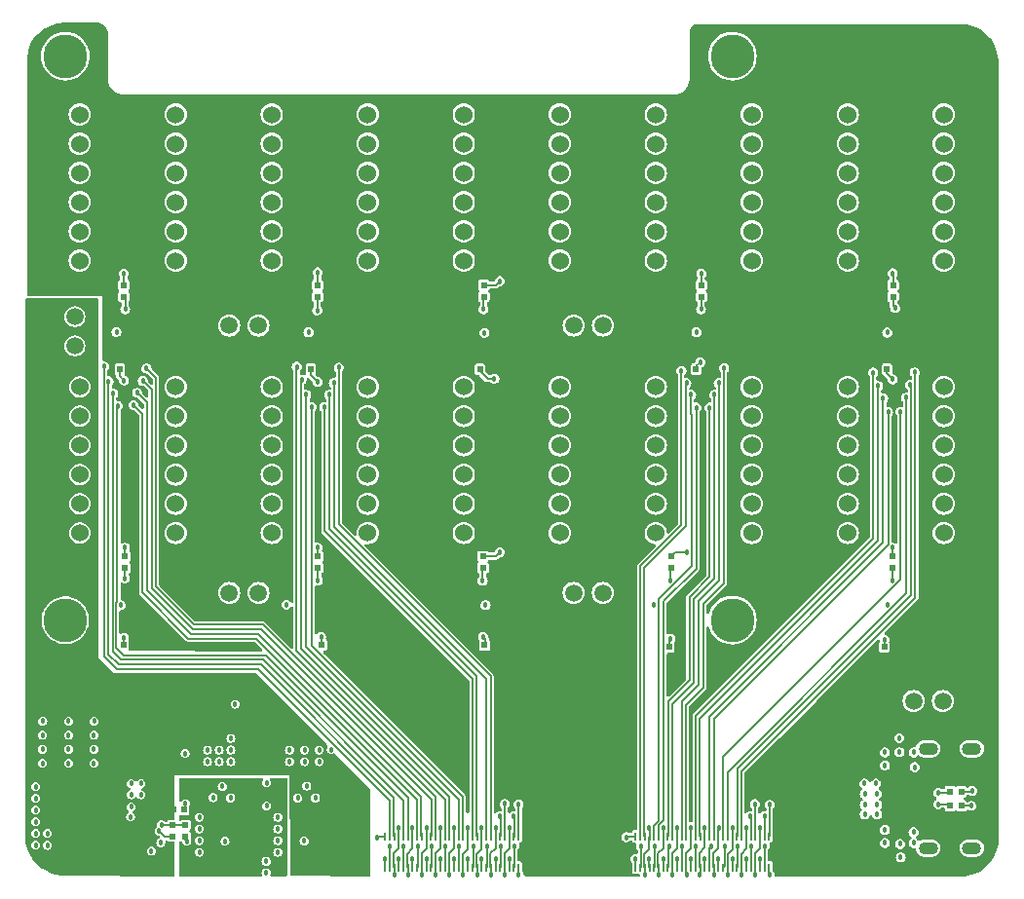
<source format=gbr>
%TF.GenerationSoftware,KiCad,Pcbnew,8.0.1*%
%TF.CreationDate,2025-03-26T15:35:39+05:30*%
%TF.ProjectId,GPIO HAT 2,4750494f-2048-4415-9420-322e6b696361,rev?*%
%TF.SameCoordinates,Original*%
%TF.FileFunction,Copper,L4,Bot*%
%TF.FilePolarity,Positive*%
%FSLAX46Y46*%
G04 Gerber Fmt 4.6, Leading zero omitted, Abs format (unit mm)*
G04 Created by KiCad (PCBNEW 8.0.1) date 2025-03-26 15:35:39*
%MOMM*%
%LPD*%
G01*
G04 APERTURE LIST*
%TA.AperFunction,ComponentPad*%
%ADD10C,1.524000*%
%TD*%
%TA.AperFunction,ComponentPad*%
%ADD11C,1.500000*%
%TD*%
%TA.AperFunction,ComponentPad*%
%ADD12C,3.810000*%
%TD*%
%TA.AperFunction,ComponentPad*%
%ADD13O,1.700000X1.100000*%
%TD*%
%TA.AperFunction,SMDPad,CuDef*%
%ADD14R,0.500000X0.600000*%
%TD*%
%TA.AperFunction,SMDPad,CuDef*%
%ADD15R,0.600000X0.500000*%
%TD*%
%TA.AperFunction,SMDPad,CuDef*%
%ADD16R,0.230000X0.660000*%
%TD*%
%TA.AperFunction,ViaPad*%
%ADD17C,0.456997*%
%TD*%
%TA.AperFunction,ViaPad*%
%ADD18C,0.457000*%
%TD*%
%TA.AperFunction,Conductor*%
%ADD19C,0.203200*%
%TD*%
%TA.AperFunction,Conductor*%
%ADD20C,0.171958*%
%TD*%
%TA.AperFunction,Conductor*%
%ADD21C,0.152400*%
%TD*%
%TA.AperFunction,Conductor*%
%ADD22C,0.127000*%
%TD*%
G04 APERTURE END LIST*
D10*
%TO.P,J17,1,1*%
%TO.N,VCCB_5*%
X227380304Y-70256400D03*
%TO.P,J17,2,2*%
%TO.N,GND*%
X227380304Y-72796400D03*
%TO.P,J17,3,3*%
%TO.N,/GPIOB__TXP09*%
X227380304Y-75336400D03*
%TO.P,J17,4,4*%
%TO.N,/GPIOB__TXN09*%
X227380304Y-77876400D03*
%TO.P,J17,5,4*%
%TO.N,/GPIOB__TXN10*%
X227380304Y-80416400D03*
%TO.P,J17,6,6*%
%TO.N,/GPIOB__TXP10*%
X227380304Y-82956400D03*
%TD*%
D11*
%TO.P,JM1,1,1*%
%TO.N,3.3V*%
X171094400Y-88595200D03*
%TO.P,JM1,2,2*%
%TO.N,VCCB_2*%
X173634400Y-88595200D03*
%TO.P,JM1,3,3*%
%TO.N,1.8V*%
X176174400Y-88595200D03*
%TD*%
D10*
%TO.P,J7,1,1*%
%TO.N,VCCB_2*%
X177325376Y-70256400D03*
%TO.P,J7,2,2*%
%TO.N,GND*%
X177325376Y-72796400D03*
%TO.P,J7,3,3*%
%TO.N,/GPIOT__RXP15*%
X177325376Y-75336400D03*
%TO.P,J7,4,4*%
%TO.N,/GPIOT__RXN15*%
X177325376Y-77876400D03*
%TO.P,J7,5,4*%
%TO.N,/GPIOT__RXP16*%
X177325376Y-80416400D03*
%TO.P,J7,6,6*%
%TO.N,/GPIOT__RXN16*%
X177325376Y-82956400D03*
%TD*%
%TO.P,J1,1,1*%
%TO.N,VCCB_1*%
X160640400Y-93929200D03*
%TO.P,J1,2,2*%
%TO.N,GND*%
X160640400Y-96469200D03*
%TO.P,J1,3,3*%
%TO.N,/GPIOT__RXP03*%
X160640400Y-99009200D03*
%TO.P,J1,4,4*%
%TO.N,/GPIOT__RXN03*%
X160640400Y-101549200D03*
%TO.P,J1,5,4*%
%TO.N,/GPIOT__RXP08*%
X160640400Y-104089200D03*
%TO.P,J1,6,6*%
%TO.N,/GPIOT__RXN08*%
X160640400Y-106629200D03*
%TD*%
%TO.P,J19,1,1*%
%TO.N,VCCB_5*%
X227380304Y-93929200D03*
%TO.P,J19,2,2*%
%TO.N,GND*%
X227380304Y-96469200D03*
%TO.P,J19,3,3*%
%TO.N,/GPIOB__TXN17*%
X227380304Y-99009200D03*
%TO.P,J19,4,4*%
%TO.N,/GPIOB__TXP17*%
X227380304Y-101549200D03*
%TO.P,J19,5,4*%
%TO.N,/GPIOB__TXN16*%
X227380304Y-104089200D03*
%TO.P,J19,6,6*%
%TO.N,/GPIOB__TXP16*%
X227380304Y-106629200D03*
%TD*%
D12*
%TO.P,REF\u002A\u002A,*%
%TO.N,*%
X217347800Y-65176400D03*
%TD*%
%TO.P,REF\u002A\u002A,*%
%TO.N,*%
X159385000Y-114198400D03*
%TD*%
D10*
%TO.P,J14,1,1*%
%TO.N,VCCB_4*%
X219037816Y-70256400D03*
%TO.P,J14,2,2*%
%TO.N,GND*%
X219037816Y-72796400D03*
%TO.P,J14,3,3*%
%TO.N,/GPIOB__TXP04*%
X219037816Y-75336400D03*
%TO.P,J14,4,4*%
%TO.N,/GPIOB__TXN04*%
X219037816Y-77876400D03*
%TO.P,J14,5,4*%
%TO.N,/GPIOB__TXN06*%
X219037816Y-80416400D03*
%TO.P,J14,6,6*%
%TO.N,/GPIOB__TXP06*%
X219037816Y-82956400D03*
%TD*%
%TO.P,J4,1,1*%
%TO.N,VCCB_2*%
X168982888Y-70256400D03*
%TO.P,J4,2,2*%
%TO.N,GND*%
X168982888Y-72796400D03*
%TO.P,J4,3,3*%
%TO.N,/GPIOT__RXP05*%
X168982888Y-75336400D03*
%TO.P,J4,4,4*%
%TO.N,/GPIOT__RXN05*%
X168982888Y-77876400D03*
%TO.P,J4,5,4*%
%TO.N,/GPIOT__RXN20*%
X168982888Y-80416400D03*
%TO.P,J4,6,6*%
%TO.N,/GPIOT__RXP20*%
X168982888Y-82956400D03*
%TD*%
%TO.P,J11,1,1*%
%TO.N,VCCB_4*%
X194010352Y-70256400D03*
%TO.P,J11,2,2*%
%TO.N,GND*%
X194010352Y-72796400D03*
%TO.P,J11,3,3*%
%TO.N,/GPIOB__TXN13*%
X194010352Y-75336400D03*
%TO.P,J11,4,4*%
%TO.N,/GPIOB__TXP13*%
X194010352Y-77876400D03*
%TO.P,J11,5,4*%
%TO.N,/GPIOB__TXN02*%
X194010352Y-80416400D03*
%TO.P,J11,6,6*%
%TO.N,/GPIOB__TXP02*%
X194010352Y-82956400D03*
%TD*%
D12*
%TO.P,REF\u002A\u002A,*%
%TO.N,*%
X217347800Y-114198400D03*
%TD*%
D10*
%TO.P,J18,1,1*%
%TO.N,VCCB_5*%
X235722800Y-70256400D03*
%TO.P,J18,2,2*%
%TO.N,GND*%
X235722800Y-72796400D03*
%TO.P,J18,3,3*%
%TO.N,/GPIOB__TXN18*%
X235722800Y-75336400D03*
%TO.P,J18,4,4*%
%TO.N,/GPIOB__TXP18*%
X235722800Y-77876400D03*
%TO.P,J18,5,4*%
%TO.N,/GPIOB__TXP12*%
X235722800Y-80416400D03*
%TO.P,J18,6,6*%
%TO.N,/GPIOB__TXN12*%
X235722800Y-82956400D03*
%TD*%
D11*
%TO.P,J24,1,1*%
%TO.N,VCC5V*%
X157683200Y-87833200D03*
%TO.P,J24,2,2*%
%TO.N,GND*%
X160223200Y-87833200D03*
%TO.P,J24,3,3*%
%TO.N,VCC5V*%
X157683200Y-90373200D03*
%TO.P,J24,4,3*%
%TO.N,GND*%
X160223200Y-90373200D03*
%TD*%
%TO.P,JM5,1,1*%
%TO.N,3.3V*%
X230555800Y-121234200D03*
%TO.P,JM5,2,2*%
%TO.N,VCCB_5*%
X233095800Y-121234200D03*
%TO.P,JM5,3,3*%
%TO.N,1.8V*%
X235635800Y-121234200D03*
%TD*%
D10*
%TO.P,J10,1,1*%
%TO.N,VCCB_3*%
X202352840Y-93929200D03*
%TO.P,J10,2,2*%
%TO.N,GND*%
X202352840Y-96469200D03*
%TO.P,J10,3,3*%
%TO.N,/GPIOT__RXP11*%
X202352840Y-99009200D03*
%TO.P,J10,4,4*%
%TO.N,/GPIOT__RXN11*%
X202352840Y-101549200D03*
%TO.P,J10,5,4*%
%TO.N,/GPIOT__RXN13*%
X202352840Y-104089200D03*
%TO.P,J10,6,6*%
%TO.N,/GPIOT__RXP13*%
X202352840Y-106629200D03*
%TD*%
%TO.P,J6,1,1*%
%TO.N,VCCB_1*%
X185667864Y-93929200D03*
%TO.P,J6,2,2*%
%TO.N,GND*%
X185667864Y-96469200D03*
%TO.P,J6,3,3*%
%TO.N,/GPIOT__RXP04*%
X185667864Y-99009200D03*
%TO.P,J6,4,4*%
%TO.N,/GPIOT__RXN04*%
X185667864Y-101549200D03*
%TO.P,J6,5,4*%
%TO.N,/GPIOT__RXP07*%
X185667864Y-104089200D03*
%TO.P,J6,6,6*%
%TO.N,/GPIOT__RXN07*%
X185667864Y-106629200D03*
%TD*%
%TO.P,J20,1,1*%
%TO.N,VCCB_5*%
X235722800Y-93929200D03*
%TO.P,J20,2,2*%
%TO.N,GND*%
X235722800Y-96469200D03*
%TO.P,J20,3,3*%
%TO.N,/GPIOB__TXN14*%
X235722800Y-99009200D03*
%TO.P,J20,4,4*%
%TO.N,/GPIOB__TXP14*%
X235722800Y-101549200D03*
%TO.P,J20,5,4*%
%TO.N,/GPIOB__TXN19*%
X235722800Y-104089200D03*
%TO.P,J20,6,6*%
%TO.N,/GPIOB__TXP19*%
X235722800Y-106629200D03*
%TD*%
D12*
%TO.P,REF\u002A\u002A,*%
%TO.N,*%
X159385000Y-65176400D03*
%TD*%
D10*
%TO.P,J8,1,1*%
%TO.N,VCCB_2*%
X185667864Y-70256400D03*
%TO.P,J8,2,2*%
%TO.N,GND*%
X185667864Y-72796400D03*
%TO.P,J8,3,3*%
%TO.N,/GPIOT__RXP09*%
X185667864Y-75336400D03*
%TO.P,J8,4,4*%
%TO.N,/GPIOT__RXN09*%
X185667864Y-77876400D03*
%TO.P,J8,5,4*%
%TO.N,/GPIOT__RXN17*%
X185667864Y-80416400D03*
%TO.P,J8,6,6*%
%TO.N,/GPIOT__RXP17*%
X185667864Y-82956400D03*
%TD*%
D11*
%TO.P,JM3,1,1*%
%TO.N,3.3V*%
X171094400Y-111836200D03*
%TO.P,JM3,2,2*%
%TO.N,VCCB_1*%
X173634400Y-111836200D03*
%TO.P,JM3,3,3*%
%TO.N,1.8V*%
X176174400Y-111836200D03*
%TD*%
D10*
%TO.P,J13,1,1*%
%TO.N,VCCB_4*%
X210695328Y-70256400D03*
%TO.P,J13,2,2*%
%TO.N,GND*%
X210695328Y-72796400D03*
%TO.P,J13,3,3*%
%TO.N,/GPIOB__TXN05*%
X210695328Y-75336400D03*
%TO.P,J13,4,4*%
%TO.N,/GPIOB__TXP05*%
X210695328Y-77876400D03*
%TO.P,J13,5,4*%
%TO.N,/GPIOB__TXP03*%
X210695328Y-80416400D03*
%TO.P,J13,6,6*%
%TO.N,/GPIOB__TXN03*%
X210695328Y-82956400D03*
%TD*%
%TO.P,J16,1,1*%
%TO.N,VCCB_3*%
X219037816Y-93929200D03*
%TO.P,J16,2,2*%
%TO.N,GND*%
X219037816Y-96469200D03*
%TO.P,J16,3,3*%
%TO.N,/GPIOB__TXN11*%
X219037816Y-99009200D03*
%TO.P,J16,4,4*%
%TO.N,/GPIOB__TXP11*%
X219037816Y-101549200D03*
%TO.P,J16,5,4*%
%TO.N,/GPIOB__TXP15*%
X219037816Y-104089200D03*
%TO.P,J16,6,6*%
%TO.N,/GPIOB__TXN15*%
X219037816Y-106629200D03*
%TD*%
%TO.P,J2,1,1*%
%TO.N,VCCB_1*%
X168982888Y-93929200D03*
%TO.P,J2,2,2*%
%TO.N,GND*%
X168982888Y-96469200D03*
%TO.P,J2,3,3*%
%TO.N,/GPIOT__RXN21*%
X168982888Y-99009200D03*
%TO.P,J2,4,4*%
%TO.N,/GPIOT__RXP21*%
X168982888Y-101549200D03*
%TO.P,J2,5,4*%
%TO.N,/GPIOT__RXP18*%
X168982888Y-104089200D03*
%TO.P,J2,6,6*%
%TO.N,/GPIOT__RXN18*%
X168982888Y-106629200D03*
%TD*%
D13*
%TO.P,J23,S1,SHIELD*%
%TO.N,GND*%
X234359600Y-134018400D03*
X238159600Y-134018400D03*
X234359600Y-125378400D03*
X238159600Y-125378400D03*
%TD*%
D10*
%TO.P,J3,1,1*%
%TO.N,VCCB_2*%
X160640400Y-70256400D03*
%TO.P,J3,2,2*%
%TO.N,GND*%
X160640400Y-72796400D03*
%TO.P,J3,3,3*%
%TO.N,/GPIOT__RXP06*%
X160640400Y-75336400D03*
%TO.P,J3,4,4*%
%TO.N,/GPIOT__RXN06*%
X160640400Y-77876400D03*
%TO.P,J3,5,4*%
%TO.N,/GPIOT__RXN01*%
X160640400Y-80416400D03*
%TO.P,J3,6,6*%
%TO.N,/GPIOT__RXP01*%
X160640400Y-82956400D03*
%TD*%
%TO.P,J9,1,1*%
%TO.N,VCCB_3*%
X194010352Y-93929200D03*
%TO.P,J9,2,2*%
%TO.N,GND*%
X194010352Y-96469200D03*
%TO.P,J9,3,3*%
%TO.N,/GPIOT__RXP12*%
X194010352Y-99009200D03*
%TO.P,J9,4,4*%
%TO.N,/GPIOT__RXN12*%
X194010352Y-101549200D03*
%TO.P,J9,5,4*%
%TO.N,/GPIOT__RXP14*%
X194010352Y-104089200D03*
%TO.P,J9,6,6*%
%TO.N,/GPIOT__RXN14*%
X194010352Y-106629200D03*
%TD*%
%TO.P,J15,1,1*%
%TO.N,VCCB_3*%
X210695328Y-93929200D03*
%TO.P,J15,2,2*%
%TO.N,GND*%
X210695328Y-96469200D03*
%TO.P,J15,3,3*%
%TO.N,/GPIOB__TXN08*%
X210695328Y-99009200D03*
%TO.P,J15,4,4*%
%TO.N,/GPIOB__TXP08*%
X210695328Y-101549200D03*
%TO.P,J15,5,4*%
%TO.N,/GPIOB__TXP07*%
X210695328Y-104089200D03*
%TO.P,J15,6,6*%
%TO.N,/GPIOB__TXN07*%
X210695328Y-106629200D03*
%TD*%
%TO.P,J5,1,1*%
%TO.N,VCCB_1*%
X177325376Y-93929200D03*
%TO.P,J5,2,2*%
%TO.N,GND*%
X177325376Y-96469200D03*
%TO.P,J5,3,3*%
%TO.N,/GPIOT__RXP19*%
X177325376Y-99009200D03*
%TO.P,J5,4,4*%
%TO.N,/GPIOT__RXN19*%
X177325376Y-101549200D03*
%TO.P,J5,5,4*%
%TO.N,/GPIOT__RXP02*%
X177325376Y-104089200D03*
%TO.P,J5,6,6*%
%TO.N,/GPIOT__RXN02*%
X177325376Y-106629200D03*
%TD*%
D11*
%TO.P,JM4,1,1*%
%TO.N,3.3V*%
X201015600Y-111836200D03*
%TO.P,JM4,2,2*%
%TO.N,VCCB_3*%
X203555600Y-111836200D03*
%TO.P,JM4,3,3*%
%TO.N,1.8V*%
X206095600Y-111836200D03*
%TD*%
%TO.P,JM2,1,1*%
%TO.N,3.3V*%
X201015600Y-88595200D03*
%TO.P,JM2,2,2*%
%TO.N,VCCB_4*%
X203555600Y-88595200D03*
%TO.P,JM2,3,3*%
%TO.N,1.8V*%
X206095600Y-88595200D03*
%TD*%
D10*
%TO.P,J12,1,1*%
%TO.N,VCCB_4*%
X202352840Y-70256400D03*
%TO.P,J12,2,2*%
%TO.N,GND*%
X202352840Y-72796400D03*
%TO.P,J12,3,3*%
%TO.N,/GPIOB__TXN00*%
X202352840Y-75336400D03*
%TO.P,J12,4,4*%
%TO.N,/GPIOB__TXP00*%
X202352840Y-77876400D03*
%TO.P,J12,5,4*%
%TO.N,/GPIOB__TXN01*%
X202352840Y-80416400D03*
%TO.P,J12,6,6*%
%TO.N,/GPIOB__TXP01*%
X202352840Y-82956400D03*
%TD*%
D14*
%TO.P,C37,1*%
%TO.N,3.3V*%
X231775000Y-92405200D03*
%TO.P,C37,2*%
%TO.N,GND*%
X230775000Y-92405200D03*
%TD*%
%TO.P,C36,1*%
%TO.N,3.3V*%
X196824600Y-116382800D03*
%TO.P,C36,2*%
%TO.N,GND*%
X195824600Y-116382800D03*
%TD*%
D15*
%TO.P,C32,1*%
%TO.N,VCCB_3*%
X195681600Y-109651800D03*
%TO.P,C32,2*%
%TO.N,GND*%
X195681600Y-108651800D03*
%TD*%
D14*
%TO.P,C28,1*%
%TO.N,3.3V*%
X196418200Y-92405200D03*
%TO.P,C28,2*%
%TO.N,GND*%
X195418200Y-92405200D03*
%TD*%
D15*
%TO.P,C34,1*%
%TO.N,VCCB_5*%
X231241600Y-109651800D03*
%TO.P,C34,2*%
%TO.N,GND*%
X231241600Y-108651800D03*
%TD*%
D14*
%TO.P,C27,1*%
%TO.N,3.3V*%
X182676800Y-116357400D03*
%TO.P,C27,2*%
%TO.N,GND*%
X181676800Y-116357400D03*
%TD*%
D15*
%TO.P,R5,1*%
%TO.N,GND*%
X169835500Y-133019099D03*
%TO.P,R5,2*%
%TO.N,/NETR20_2*%
X169835500Y-132019099D03*
%TD*%
%TO.P,R3,1*%
%TO.N,/NETR20_2*%
X168677500Y-132019100D03*
%TO.P,R3,2*%
%TO.N,5V_1*%
X168677500Y-133019100D03*
%TD*%
D14*
%TO.P,R19,1*%
%TO.N,Net-(J23-CC1)*%
X236252000Y-130348800D03*
%TO.P,R19,2*%
%TO.N,GND*%
X237252000Y-130348800D03*
%TD*%
D15*
%TO.P,C24,1*%
%TO.N,VCCB_3*%
X212013800Y-109651800D03*
%TO.P,C24,2*%
%TO.N,GND*%
X212013800Y-108651800D03*
%TD*%
%TO.P,C19,1*%
%TO.N,VCCB_1*%
X164566600Y-109651800D03*
%TO.P,C19,2*%
%TO.N,GND*%
X164566600Y-108651800D03*
%TD*%
D16*
%TO.P,J22,1,1*%
%TO.N,/GPIOB_TXP16*%
X220547000Y-132994400D03*
%TO.P,J22,2,2*%
%TO.N,/GPIOB_TXN16*%
X220147000Y-132994400D03*
%TO.P,J22,3,3*%
%TO.N,GND*%
X219747000Y-132994400D03*
%TO.P,J22,4,4*%
%TO.N,/GPIOB_TXP17*%
X219347000Y-132994400D03*
%TO.P,J22,5,5*%
%TO.N,/GPIOB_TXN17*%
X218947000Y-132994400D03*
%TO.P,J22,6,6*%
%TO.N,GND*%
X218547000Y-132994400D03*
%TO.P,J22,7,7*%
%TO.N,/GPIOB_TXN12*%
X218147000Y-132994400D03*
%TO.P,J22,8,8*%
%TO.N,/GPIOB_TXP12*%
X217747000Y-132994400D03*
%TO.P,J22,9,9*%
%TO.N,GND*%
X217347000Y-132994400D03*
%TO.P,J22,10,10*%
%TO.N,/GPIOB_TXP18*%
X216947000Y-132994400D03*
%TO.P,J22,11,11*%
%TO.N,/GPIOB_TXN18*%
X216547000Y-132994400D03*
%TO.P,J22,12,12*%
%TO.N,GND*%
X216147000Y-132994400D03*
%TO.P,J22,13,13*%
%TO.N,/GPIOB_TXP10*%
X215747000Y-132994400D03*
%TO.P,J22,14,14*%
%TO.N,/GPIOB_TXN10*%
X215347000Y-132994400D03*
%TO.P,J22,15,15*%
%TO.N,GND*%
X214947000Y-132994400D03*
%TO.P,J22,16,16*%
%TO.N,/GPIOB_TXN09*%
X214547000Y-132994400D03*
%TO.P,J22,17,17*%
%TO.N,/GPIOB_TXP09*%
X214147000Y-132994400D03*
%TO.P,J22,18,18*%
%TO.N,GND*%
X213747000Y-132994400D03*
%TO.P,J22,19,19*%
%TO.N,/GPIOB_TXP06*%
X213347000Y-132994400D03*
%TO.P,J22,20,20*%
%TO.N,/GPIOB_TXN06*%
X212947000Y-132994400D03*
%TO.P,J22,21,21*%
%TO.N,GND*%
X212547000Y-132994400D03*
%TO.P,J22,22,22*%
%TO.N,/GPIOB_TXN04*%
X212147000Y-132994400D03*
%TO.P,J22,23,23*%
%TO.N,/GPIOB_TXP04*%
X211747000Y-132994400D03*
%TO.P,J22,24,24*%
%TO.N,GND*%
X211347000Y-132994400D03*
%TO.P,J22,25,25*%
%TO.N,/GPIOB_TXN03*%
X210947000Y-132994400D03*
%TO.P,J22,26,26*%
%TO.N,/GPIOB_TXP03*%
X210547000Y-132994400D03*
%TO.P,J22,27,27*%
%TO.N,GND*%
X210147000Y-132994400D03*
%TO.P,J22,28,28*%
%TO.N,/GPIOB_TXP05*%
X209747000Y-132994400D03*
%TO.P,J22,29,29*%
%TO.N,/GPIOB_TXN05*%
X209347000Y-132994400D03*
%TO.P,J22,30,30*%
%TO.N,GND*%
X208947000Y-132994400D03*
%TO.P,J22,31,31*%
%TO.N,/GPIOB_TXN13*%
X208947000Y-135704400D03*
%TO.P,J22,32,32*%
%TO.N,/GPIOB_TXP13*%
X209347000Y-135704400D03*
%TO.P,J22,33,33*%
%TO.N,GND*%
X209747000Y-135704400D03*
%TO.P,J22,34,34*%
%TO.N,/GPIOB_TXN02*%
X210147000Y-135704400D03*
%TO.P,J22,35,35*%
%TO.N,/GPIOB_TXP02*%
X210547000Y-135704400D03*
%TO.P,J22,36,36*%
%TO.N,GND*%
X210947000Y-135704400D03*
%TO.P,J22,37,37*%
%TO.N,/GPIOB_TXN00*%
X211347000Y-135704400D03*
%TO.P,J22,38,38*%
%TO.N,/GPIOB_TXP00*%
X211747000Y-135704400D03*
%TO.P,J22,39,39*%
%TO.N,GND*%
X212147000Y-135704400D03*
%TO.P,J22,40,40*%
%TO.N,/GPIOB_TXN01*%
X212547000Y-135704400D03*
%TO.P,J22,41,41*%
%TO.N,/GPIOB_TXP01*%
X212947000Y-135704400D03*
%TO.P,J22,42,42*%
%TO.N,GND*%
X213347000Y-135704400D03*
%TO.P,J22,43,43*%
%TO.N,/GPIOB_TXN08*%
X213747000Y-135704400D03*
%TO.P,J22,44,44*%
%TO.N,/GPIOB_TXP08*%
X214147000Y-135704400D03*
%TO.P,J22,45,45*%
%TO.N,GND*%
X214547000Y-135704400D03*
%TO.P,J22,46,46*%
%TO.N,/GPIOB_TXP07*%
X214947000Y-135704400D03*
%TO.P,J22,47,47*%
%TO.N,/GPIOB_TXN07*%
X215347000Y-135704400D03*
%TO.P,J22,48,48*%
%TO.N,GND*%
X215747000Y-135704400D03*
%TO.P,J22,49,49*%
%TO.N,/GPIOB_TXN11*%
X216147000Y-135704400D03*
%TO.P,J22,50,50*%
%TO.N,/GPIOB_TXP11*%
X216547000Y-135704400D03*
%TO.P,J22,51,51*%
%TO.N,GND*%
X216947000Y-135704400D03*
%TO.P,J22,52,52*%
%TO.N,/GPIOB_TXP15*%
X217347000Y-135704400D03*
%TO.P,J22,53,53*%
%TO.N,/GPIOB_TXN15*%
X217747000Y-135704400D03*
%TO.P,J22,54,54*%
%TO.N,GND*%
X218147000Y-135704400D03*
%TO.P,J22,55,55*%
%TO.N,/GPIOB_TXN14*%
X218547000Y-135704400D03*
%TO.P,J22,56,56*%
%TO.N,/GPIOB_TXP14*%
X218947000Y-135704400D03*
%TO.P,J22,57,57*%
%TO.N,GND*%
X219347000Y-135704400D03*
%TO.P,J22,58,58*%
%TO.N,/GPIOB_TXP19*%
X219747000Y-135704400D03*
%TO.P,J22,59,59*%
%TO.N,/GPIOB_TXN19*%
X220147000Y-135704400D03*
%TO.P,J22,60,60*%
%TO.N,GND*%
X220547000Y-135704400D03*
%TD*%
D14*
%TO.P,C26,1*%
%TO.N,3.3V*%
X165125400Y-92405200D03*
%TO.P,C26,2*%
%TO.N,GND*%
X164125400Y-92405200D03*
%TD*%
D16*
%TO.P,J21,1,1*%
%TO.N,/GPIOT_RXP03*%
X187166400Y-135712200D03*
%TO.P,J21,2,2*%
%TO.N,/GPIOT_RXN03*%
X187566400Y-135712200D03*
%TO.P,J21,3,3*%
%TO.N,GND*%
X187966400Y-135712200D03*
%TO.P,J21,4,4*%
%TO.N,/GPIOT_RXP08*%
X188366400Y-135712200D03*
%TO.P,J21,5,5*%
%TO.N,/GPIOT_RXN08*%
X188766400Y-135712200D03*
%TO.P,J21,6,6*%
%TO.N,GND*%
X189166400Y-135712200D03*
%TO.P,J21,7,7*%
%TO.N,/GPIOT_RXN21*%
X189566400Y-135712200D03*
%TO.P,J21,8,8*%
%TO.N,/GPIOT_RXP21*%
X189966400Y-135712200D03*
%TO.P,J21,9,9*%
%TO.N,GND*%
X190366400Y-135712200D03*
%TO.P,J21,10,10*%
%TO.N,/GPIOT_RXP18*%
X190766400Y-135712200D03*
%TO.P,J21,11,11*%
%TO.N,/GPIOT_RXN18*%
X191166400Y-135712200D03*
%TO.P,J21,12,12*%
%TO.N,GND*%
X191566400Y-135712200D03*
%TO.P,J21,13,13*%
%TO.N,/GPIOT_RXP19*%
X191966400Y-135712200D03*
%TO.P,J21,14,14*%
%TO.N,/GPIOT_RXN19*%
X192366400Y-135712200D03*
%TO.P,J21,15,15*%
%TO.N,GND*%
X192766400Y-135712200D03*
%TO.P,J21,16,16*%
%TO.N,/GPIOT_RXP02*%
X193166400Y-135712200D03*
%TO.P,J21,17,17*%
%TO.N,/GPIOT_RXN02*%
X193566400Y-135712200D03*
%TO.P,J21,18,18*%
%TO.N,GND*%
X193966400Y-135712200D03*
%TO.P,J21,19,19*%
%TO.N,/GPIOT_RXP04*%
X194366400Y-135712200D03*
%TO.P,J21,20,20*%
%TO.N,/GPIOT_RXN04*%
X194766400Y-135712200D03*
%TO.P,J21,21,21*%
%TO.N,GND*%
X195166400Y-135712200D03*
%TO.P,J21,22,22*%
%TO.N,/GPIOT_RXP07*%
X195566400Y-135712200D03*
%TO.P,J21,23,23*%
%TO.N,/GPIOT_RXN07*%
X195966400Y-135712200D03*
%TO.P,J21,24,24*%
%TO.N,GND*%
X196366400Y-135712200D03*
%TO.P,J21,25,25*%
%TO.N,/GPIOT_RXP11*%
X196766400Y-135712200D03*
%TO.P,J21,26,26*%
%TO.N,/GPIOT_RXN11*%
X197166400Y-135712200D03*
%TO.P,J21,27,27*%
%TO.N,GND*%
X197566400Y-135712200D03*
%TO.P,J21,28,28*%
%TO.N,/GPIOT_RXP13*%
X197966400Y-135712200D03*
%TO.P,J21,29,29*%
%TO.N,/GPIOT_RXN13*%
X198366400Y-135712200D03*
%TO.P,J21,30,30*%
%TO.N,GND*%
X198766400Y-135712200D03*
%TO.P,J21,31,31*%
%TO.N,/GPIOT_RXN14*%
X198766400Y-133002200D03*
%TO.P,J21,32,32*%
%TO.N,/GPIOT_RXP14*%
X198366400Y-133002200D03*
%TO.P,J21,33,33*%
%TO.N,GND*%
X197966400Y-133002200D03*
%TO.P,J21,34,34*%
%TO.N,/GPIOT_RXN12*%
X197566400Y-133002200D03*
%TO.P,J21,35,35*%
%TO.N,/GPIOT_RXP12*%
X197166400Y-133002200D03*
%TO.P,J21,36,36*%
%TO.N,GND*%
X196766400Y-133002200D03*
%TO.P,J21,37,37*%
%TO.N,/GPIOT_RXP17*%
X196366400Y-133002200D03*
%TO.P,J21,38,38*%
%TO.N,/GPIOT_RXN17*%
X195966400Y-133002200D03*
%TO.P,J21,39,39*%
%TO.N,GND*%
X195566400Y-133002200D03*
%TO.P,J21,40,40*%
%TO.N,/GPIOT_RXN09*%
X195166400Y-133002200D03*
%TO.P,J21,41,41*%
%TO.N,/GPIOT_RXP09*%
X194766400Y-133002200D03*
%TO.P,J21,42,42*%
%TO.N,GND*%
X194366400Y-133002200D03*
%TO.P,J21,43,43*%
%TO.N,/GPIOT_RXN16*%
X193966400Y-133002200D03*
%TO.P,J21,44,44*%
%TO.N,/GPIOT_RXP16*%
X193566400Y-133002200D03*
%TO.P,J21,45,45*%
%TO.N,GND*%
X193166400Y-133002200D03*
%TO.P,J21,46,46*%
%TO.N,/GPIOT_RXN15*%
X192766400Y-133002200D03*
%TO.P,J21,47,47*%
%TO.N,/GPIOT_RXP15*%
X192366400Y-133002200D03*
%TO.P,J21,48,48*%
%TO.N,GND*%
X191966400Y-133002200D03*
%TO.P,J21,49,49*%
%TO.N,/GPIOT_RXP20*%
X191566400Y-133002200D03*
%TO.P,J21,50,50*%
%TO.N,/GPIOT_RXN20*%
X191166400Y-133002200D03*
%TO.P,J21,51,51*%
%TO.N,GND*%
X190766400Y-133002200D03*
%TO.P,J21,52,52*%
%TO.N,/GPIOT_RXN05*%
X190366400Y-133002200D03*
%TO.P,J21,53,53*%
%TO.N,/GPIOT_RXP05*%
X189966400Y-133002200D03*
%TO.P,J21,54,54*%
%TO.N,GND*%
X189566400Y-133002200D03*
%TO.P,J21,55,55*%
%TO.N,/GPIOT_RXP01*%
X189166400Y-133002200D03*
%TO.P,J21,56,56*%
%TO.N,/GPIOT_RXN01*%
X188766400Y-133002200D03*
%TO.P,J21,57,57*%
%TO.N,GND*%
X188366400Y-133002200D03*
%TO.P,J21,58,58*%
%TO.N,/GPIOT_RXN06*%
X187966400Y-133002200D03*
%TO.P,J21,59,59*%
%TO.N,/GPIOT_RXP06*%
X187566400Y-133002200D03*
%TO.P,J21,60,60*%
%TO.N,GND*%
X187166400Y-133002200D03*
%TD*%
D14*
%TO.P,C30,1*%
%TO.N,3.3V*%
X212877400Y-116535200D03*
%TO.P,C30,2*%
%TO.N,GND*%
X211877400Y-116535200D03*
%TD*%
D15*
%TO.P,C21,1*%
%TO.N,VCCB_1*%
X181305200Y-109651800D03*
%TO.P,C21,2*%
%TO.N,GND*%
X181305200Y-108651800D03*
%TD*%
D14*
%TO.P,C35,1*%
%TO.N,3.3V*%
X181711600Y-92405200D03*
%TO.P,C35,2*%
%TO.N,GND*%
X180711600Y-92405200D03*
%TD*%
%TO.P,R18,1*%
%TO.N,Net-(J23-CC2)*%
X236252000Y-129098800D03*
%TO.P,R18,2*%
%TO.N,GND*%
X237252000Y-129098800D03*
%TD*%
%TO.P,C38,1*%
%TO.N,3.3V*%
X231546400Y-116535200D03*
%TO.P,C38,2*%
%TO.N,GND*%
X230546400Y-116535200D03*
%TD*%
D15*
%TO.P,C33,1*%
%TO.N,VCCB_5*%
X231317800Y-86080600D03*
%TO.P,C33,2*%
%TO.N,GND*%
X231317800Y-85080600D03*
%TD*%
%TO.P,C20,1*%
%TO.N,VCCB_2*%
X164465000Y-86080600D03*
%TO.P,C20,2*%
%TO.N,GND*%
X164465000Y-85080600D03*
%TD*%
D14*
%TO.P,C11,1*%
%TO.N,VCC5V*%
X168750448Y-130693500D03*
%TO.P,C11,2*%
%TO.N,GND*%
X169750448Y-130693500D03*
%TD*%
%TO.P,C25,1*%
%TO.N,3.3V*%
X165430200Y-116357400D03*
%TO.P,C25,2*%
%TO.N,GND*%
X164430200Y-116357400D03*
%TD*%
D15*
%TO.P,C31,1*%
%TO.N,VCCB_2*%
X181305200Y-86080600D03*
%TO.P,C31,2*%
%TO.N,GND*%
X181305200Y-85080600D03*
%TD*%
%TO.P,C23,1*%
%TO.N,VCCB_4*%
X214655400Y-86080600D03*
%TO.P,C23,2*%
%TO.N,GND*%
X214655400Y-85080600D03*
%TD*%
%TO.P,C22,1*%
%TO.N,VCCB_4*%
X195757800Y-86080600D03*
%TO.P,C22,2*%
%TO.N,GND*%
X195757800Y-85080600D03*
%TD*%
D14*
%TO.P,C29,1*%
%TO.N,3.3V*%
X215188800Y-92405200D03*
%TO.P,C29,2*%
%TO.N,GND*%
X214188800Y-92405200D03*
%TD*%
D17*
%TO.N,5V*%
X170809040Y-128312010D03*
X172161200Y-136169400D03*
X175437800Y-133477000D03*
X177850800Y-128270000D03*
X172161200Y-135153400D03*
X175437800Y-130479800D03*
X173177200Y-136169400D03*
X171145200Y-135153400D03*
X173177200Y-135153400D03*
X175463200Y-131978400D03*
X171145200Y-136169400D03*
%TO.N,3.3V*%
X190042800Y-111607600D03*
X168300400Y-111353600D03*
X231495600Y-115824000D03*
X164769800Y-91313000D03*
X173770800Y-125495395D03*
X235331000Y-90576400D03*
X218643200Y-110134400D03*
X185166000Y-111709200D03*
X173770800Y-124479395D03*
X235313800Y-111755300D03*
X196672200Y-115722400D03*
X182549800Y-115570000D03*
X185191400Y-90627200D03*
X214884000Y-91059000D03*
X172754800Y-125495395D03*
X218541600Y-90601800D03*
X181406800Y-91236800D03*
X171738800Y-125495395D03*
X165100000Y-115468400D03*
X212928200Y-115925600D03*
X167970200Y-90297000D03*
X195935600Y-91236800D03*
X172754800Y-126511395D03*
X173770800Y-126511395D03*
X231546400Y-91084400D03*
X190042800Y-90500200D03*
X171738800Y-126511395D03*
%TO.N,1.8V*%
X178866800Y-125497180D03*
X178866800Y-126513180D03*
X180187600Y-126513180D03*
X181457600Y-125497180D03*
X180187600Y-125497180D03*
X181457600Y-126513180D03*
%TO.N,VCCB_1*%
X181330600Y-110769400D03*
X164566600Y-110566200D03*
%TO.N,GND*%
X217347800Y-132232400D03*
X233109600Y-133573400D03*
X194360800Y-132232400D03*
X161899600Y-122986800D03*
X178612800Y-112852200D03*
X212547200Y-132232400D03*
X180365400Y-128621380D03*
X191566800Y-136347200D03*
X174142400Y-121513600D03*
X214223600Y-89179400D03*
X181305200Y-107899200D03*
X171027600Y-131337395D03*
X231859600Y-124448400D03*
X163830000Y-89154000D03*
X159664400Y-122986800D03*
X195173600Y-136347200D03*
X156819600Y-133756400D03*
X233095800Y-132638800D03*
X176834800Y-136169400D03*
X211353400Y-132232400D03*
X161874200Y-124206000D03*
X215747600Y-136347200D03*
X195808600Y-89230200D03*
X173755440Y-129658210D03*
X171027600Y-134385395D03*
X169951400Y-133426200D03*
X156819600Y-132740400D03*
X230568500Y-115887500D03*
X157403800Y-125425200D03*
X159664400Y-124206000D03*
X161874200Y-125425200D03*
X209753200Y-136347200D03*
X182499000Y-125450600D03*
X156819600Y-128676400D03*
X196342000Y-136347200D03*
X164566600Y-107899200D03*
X231876600Y-125679200D03*
X181305200Y-93497400D03*
X230860600Y-112877600D03*
X210540600Y-112877600D03*
X171027600Y-132353395D03*
X172231440Y-129632810D03*
X190754000Y-132232400D03*
X164490400Y-93370400D03*
X177850800Y-133371180D03*
X238185100Y-129043100D03*
X193954400Y-136347200D03*
X161874200Y-126644400D03*
X233109600Y-125698400D03*
X198780400Y-136347200D03*
X218541600Y-132232400D03*
X157429200Y-122986800D03*
X220573600Y-136347200D03*
X214934800Y-132232400D03*
X191973200Y-132232400D03*
X214528400Y-136347200D03*
X157403800Y-124206000D03*
X173024800Y-128651000D03*
X189153800Y-136347200D03*
X173262800Y-133420195D03*
X208127600Y-133070600D03*
X157403800Y-126644400D03*
X193167000Y-132232400D03*
X197586600Y-136347200D03*
X210947000Y-136347200D03*
X213360000Y-136347200D03*
X190373000Y-136347200D03*
X169824400Y-130168100D03*
X216941400Y-136347200D03*
X219329000Y-136347200D03*
X164211000Y-112903000D03*
X231292400Y-93268800D03*
X218135200Y-136347200D03*
X187960000Y-136347200D03*
X180136800Y-133396580D03*
X230609600Y-125698400D03*
X167685100Y-133543100D03*
X213741000Y-132232400D03*
X157835600Y-133781800D03*
X216154000Y-132232400D03*
X231984600Y-134823400D03*
X233197400Y-126974600D03*
X197154800Y-84734400D03*
X231927400Y-133654800D03*
X231292400Y-84048600D03*
X156819600Y-131724400D03*
X166872300Y-134279700D03*
X180517800Y-89179400D03*
X196672200Y-93218000D03*
X177850800Y-134387180D03*
X219735400Y-132232400D03*
X230609600Y-126823400D03*
X176885600Y-128346200D03*
X231292400Y-107899200D03*
X181610000Y-115646200D03*
X176885600Y-130352800D03*
X214560100Y-91793100D03*
X181305200Y-83972400D03*
X195910200Y-112903000D03*
X196773800Y-132232400D03*
X177850800Y-131339180D03*
X157835600Y-132740400D03*
X179578000Y-129659995D03*
X210134200Y-132232400D03*
X214655400Y-84099400D03*
X188366400Y-132232400D03*
X213410800Y-108305600D03*
X181127400Y-129659995D03*
X230809800Y-89204800D03*
X197154800Y-108305600D03*
X156819600Y-130708400D03*
X189560200Y-132232400D03*
X169799000Y-125806200D03*
X186436000Y-133121400D03*
X159664400Y-126644400D03*
X238129400Y-130348800D03*
X192760600Y-136347200D03*
X177850800Y-132355180D03*
X197967600Y-132232400D03*
X195681600Y-115646200D03*
X230609600Y-132448400D03*
X156819600Y-129692400D03*
X211988400Y-115824000D03*
X171027600Y-133369395D03*
X164465000Y-84074000D03*
X176834800Y-135153400D03*
X164477700Y-115735100D03*
X230609600Y-133573400D03*
X159664400Y-125425200D03*
X212166200Y-136347200D03*
X195554600Y-132232400D03*
%TO.N,VCCB_2*%
X164592000Y-87172800D03*
X181279800Y-87274400D03*
%TO.N,VCCB_3*%
X211988400Y-110744000D03*
X195656200Y-110769400D03*
%TO.N,VCCB_4*%
X214630000Y-87172800D03*
X195732400Y-87172800D03*
%TO.N,VCCB_5*%
X231292400Y-110794800D03*
X231495600Y-87071200D03*
D18*
%TO.N,/GPIOT_RXP05*%
X165303200Y-95504000D03*
D17*
%TO.N,/GPIOT_RXP03*%
X187166400Y-134970102D03*
%TO.N,/GPIOT_RXP21*%
X189992000Y-133832600D03*
%TO.N,/GPIOT_RXP02*%
X193167000Y-134970102D03*
%TO.N,/GPIOT_RXP08*%
X188366400Y-134970102D03*
%TO.N,/GPIOT_RXN04*%
X194818000Y-133832600D03*
%TO.N,/GPIOT_RXN18*%
X191211200Y-133832600D03*
D18*
%TO.N,/GPIOT_RXP06*%
X162775900Y-92163900D03*
%TO.N,/GPIOT_RXN17*%
X182716766Y-93591335D03*
D17*
%TO.N,/GPIOT_RXN03*%
X187604400Y-133832600D03*
D18*
%TO.N,/GPIOT_RXN01*%
X163550600Y-94513400D03*
D17*
%TO.N,/GPIOT_RXP14*%
X198348600Y-131241800D03*
%TO.N,/GPIOT_RXN21*%
X189560200Y-134970102D03*
%TO.N,/GPIOT_RXP18*%
X190767844Y-134970102D03*
%TO.N,/GPIOT_RXN12*%
X197561200Y-130175000D03*
%TO.N,/GPIOT_RXN08*%
X188798200Y-133832600D03*
D18*
%TO.N,/GPIOT_RXP17*%
X183152745Y-92259455D03*
%TO.N,/GPIOT_RXP20*%
X166446200Y-92329000D03*
%TO.N,/GPIOT_RXN06*%
X163144200Y-93446600D03*
D17*
%TO.N,/GPIOT_RXN14*%
X198780400Y-130225800D03*
D18*
%TO.N,/GPIOT_RXP09*%
X181885366Y-95681800D03*
D17*
%TO.N,/GPIOT_RXP13*%
X197967600Y-134970102D03*
D18*
%TO.N,/GPIOT_RXN05*%
X165633400Y-94437200D03*
D17*
%TO.N,/GPIOT_RXN02*%
X193598800Y-133832600D03*
D18*
%TO.N,/GPIOT_RXN09*%
X182316766Y-94607335D03*
%TO.N,/GPIOT_RXN16*%
X180767766Y-95681800D03*
D17*
%TO.N,/GPIOT_RXP07*%
X195554600Y-134970102D03*
%TO.N,/GPIOT_RXN19*%
X192405000Y-133832600D03*
D18*
%TO.N,/GPIOT_RXP16*%
X180316096Y-94607335D03*
%TO.N,/GPIOT_RXP15*%
X179496200Y-92176600D03*
%TO.N,/GPIOT_RXN20*%
X166116000Y-93395800D03*
%TO.N,/GPIOT_RXN15*%
X179916096Y-93319600D03*
D17*
%TO.N,/GPIOT_RXN11*%
X197205600Y-133832600D03*
%TO.N,/GPIOT_RXP12*%
X197154800Y-131241800D03*
%TO.N,/GPIOT_RXP19*%
X191947800Y-134970102D03*
%TO.N,/GPIOT_RXN07*%
X196062600Y-133832600D03*
%TO.N,/GPIOT_RXN13*%
X198424800Y-133832600D03*
%TO.N,/GPIOT_RXP04*%
X194360800Y-134970102D03*
D18*
%TO.N,/GPIOT_RXP01*%
X163957000Y-95580200D03*
D17*
%TO.N,/GPIOT_RXP11*%
X196766400Y-134970102D03*
D18*
%TO.N,/GPIOB_TXN06*%
X216160670Y-93615000D03*
D17*
%TO.N,/GPIOB_TXP01*%
X212979000Y-133832600D03*
%TO.N,/GPIOB_TXP19*%
X219735400Y-134970102D03*
D18*
%TO.N,/GPIOB_TXP06*%
X216636600Y-92303600D03*
%TO.N,/GPIOB_TXP09*%
X229590600Y-92684600D03*
%TO.N,/GPIOB_TXP05*%
X213360000Y-93615000D03*
D17*
%TO.N,/GPIOB_TXN13*%
X208940400Y-134970102D03*
%TO.N,/GPIOB_TXP17*%
X219300000Y-130200000D03*
D18*
%TO.N,/GPIOB_TXP03*%
X213769870Y-94631000D03*
D17*
%TO.N,/GPIOB_TXN16*%
X220141800Y-131241800D03*
%TO.N,/GPIOB_TXP13*%
X209397600Y-133832600D03*
%TO.N,/GPIOB_TXN00*%
X211328000Y-134970102D03*
%TO.N,/GPIOB_TXN15*%
X217779600Y-133832600D03*
D18*
%TO.N,/GPIOB_TXN03*%
X214223600Y-95732600D03*
%TO.N,/GPIOB_TXN04*%
X215760670Y-94631000D03*
D17*
%TO.N,/GPIOB_TXN02*%
X210134200Y-134970102D03*
%TO.N,/GPIOB_TXP16*%
X220599000Y-130251200D03*
%TO.N,/GPIOB_TXP11*%
X216687400Y-133832600D03*
%TO.N,/GPIOB_TXN11*%
X216140234Y-134970102D03*
%TO.N,/GPIOB_TXP00*%
X211886800Y-133832600D03*
%TO.N,/GPIOB_TXN08*%
X213715600Y-134970102D03*
D18*
%TO.N,/GPIOB_TXP04*%
X215341200Y-95732600D03*
%TO.N,/GPIOB_TXP10*%
X230886000Y-96113600D03*
D17*
%TO.N,/GPIOB_TXN17*%
X218900000Y-131241800D03*
%TO.N,/GPIOB_TXP02*%
X210566000Y-133832600D03*
D18*
%TO.N,/GPIOB_TXN05*%
X212922200Y-92532200D03*
D17*
%TO.N,/GPIOB_TXP15*%
X217347800Y-134970102D03*
%TO.N,/GPIOB_TXP14*%
X218973400Y-133832600D03*
%TO.N,/GPIOB_TXN19*%
X220167200Y-133832600D03*
%TO.N,/GPIOB_TXP07*%
X214934800Y-134970102D03*
D18*
%TO.N,/GPIOB_TXN12*%
X233197400Y-92659200D03*
D17*
%TO.N,/GPIOB_TXP08*%
X214172800Y-133832600D03*
D18*
%TO.N,/GPIOB_TXN18*%
X231978200Y-96088200D03*
%TO.N,/GPIOB_TXP18*%
X232435400Y-94869000D03*
%TO.N,/GPIOB_TXP12*%
X232816400Y-93751400D03*
%TO.N,/GPIOB_TXN09*%
X230022400Y-93853000D03*
D17*
%TO.N,/GPIOB_TXN14*%
X218535872Y-134970102D03*
D18*
%TO.N,/GPIOB_TXN10*%
X230454200Y-94919800D03*
D17*
%TO.N,/GPIOB_TXN01*%
X212547200Y-134970102D03*
%TO.N,/GPIOB_TXN07*%
X215493600Y-133832600D03*
%TO.N,VCC5V*%
X157607000Y-107716320D03*
X157607000Y-110998000D03*
X157607000Y-94589600D03*
X157607000Y-101152960D03*
X164185600Y-131343400D03*
X157607000Y-104434640D03*
X157607000Y-97871280D03*
X164185100Y-130543100D03*
%TO.N,/NETR20_2*%
X167735900Y-131993700D03*
%TO.N,5V_1*%
X229926400Y-130260600D03*
X165100000Y-128397000D03*
X165963600Y-128397000D03*
X228859600Y-131073400D03*
X165100000Y-129387600D03*
X229926400Y-131073400D03*
X229875600Y-129320800D03*
X165100000Y-130429000D03*
X229824800Y-128406400D03*
X228859600Y-130260600D03*
X228834200Y-128406400D03*
X167532700Y-132552500D03*
X228859600Y-129320800D03*
X165060100Y-131293100D03*
X165963600Y-129387600D03*
%TO.N,Net-(J23-CC2)*%
X235234600Y-129198400D03*
%TO.N,Net-(J23-CC1)*%
X235234600Y-130198400D03*
%TD*%
D19*
%TO.N,GND*%
X169835500Y-133310300D02*
X169951400Y-133426200D01*
X169835500Y-133019099D02*
X169835500Y-133310300D01*
X169824400Y-130619548D02*
X169750448Y-130693500D01*
X169824400Y-130168100D02*
X169824400Y-130619548D01*
D20*
%TO.N,/NETR20_2*%
X169835499Y-132019100D02*
X168802700Y-132019100D01*
X169835500Y-132019099D02*
X169835499Y-132019100D01*
D19*
%TO.N,3.3V*%
X164769800Y-92049600D02*
X165125400Y-92405200D01*
X231546400Y-115874800D02*
X231546400Y-116535200D01*
X231775000Y-91313000D02*
X231546400Y-91084400D01*
X165125400Y-115468400D02*
X165557200Y-115900200D01*
X181711600Y-91541600D02*
X181406800Y-91236800D01*
X165100000Y-115468400D02*
X165125400Y-115468400D01*
X212877400Y-115976400D02*
X212877400Y-116535200D01*
X214884000Y-91059000D02*
X215188800Y-91363800D01*
X182676800Y-115697000D02*
X182676800Y-116357400D01*
X215188800Y-91363800D02*
X215188800Y-92405200D01*
X231495600Y-115824000D02*
X231546400Y-115874800D01*
X165557200Y-115900200D02*
X165557200Y-116357400D01*
D20*
X182676800Y-116357400D02*
X182727600Y-116408200D01*
D19*
X212928200Y-115925600D02*
X212877400Y-115976400D01*
X196418200Y-92405200D02*
X196418200Y-91719400D01*
X196672200Y-115722400D02*
X196824600Y-115874800D01*
X196418200Y-91719400D02*
X195935600Y-91236800D01*
X182549800Y-115570000D02*
X182676800Y-115697000D01*
X164769800Y-91313000D02*
X164769800Y-92049600D01*
X181711600Y-92405200D02*
X181711600Y-91541600D01*
X196824600Y-115874800D02*
X196824600Y-116382800D01*
X231775000Y-92405200D02*
X231775000Y-91313000D01*
%TO.N,VCCB_1*%
X164566600Y-110566200D02*
X164566600Y-109651800D01*
X181330600Y-110769400D02*
X181330600Y-109677200D01*
X181330600Y-109677200D02*
X181305200Y-109651800D01*
D21*
%TO.N,GND*%
X215747000Y-135704400D02*
X215714034Y-135671434D01*
D19*
X181676800Y-115713000D02*
X181676800Y-116357400D01*
X196672200Y-93218000D02*
X196088000Y-93218000D01*
D21*
X213347000Y-136334200D02*
X213360000Y-136347200D01*
X197541400Y-134487400D02*
X197966400Y-134062400D01*
X217347000Y-132994400D02*
X217347000Y-132207800D01*
X197566400Y-135712200D02*
X197566400Y-136327000D01*
D19*
X230546400Y-115909600D02*
X230546400Y-116611400D01*
D21*
X214547000Y-136328600D02*
X214528400Y-136347200D01*
X195554600Y-134086600D02*
X195554600Y-133014000D01*
X213290226Y-135647626D02*
X213290226Y-134461174D01*
X187966400Y-135712200D02*
X187940200Y-135686000D01*
X193966400Y-136335200D02*
X193954400Y-136347200D01*
D19*
X211886800Y-116525800D02*
X211877400Y-116535200D01*
D21*
X214947000Y-133998200D02*
X214947000Y-132994400D01*
D19*
X230775000Y-92751400D02*
X230775000Y-92405200D01*
D21*
X216947000Y-136341600D02*
X216941400Y-136347200D01*
X190766400Y-133002200D02*
X190766400Y-132244800D01*
X211347000Y-134042200D02*
X211347000Y-132994400D01*
D19*
X231317800Y-85080600D02*
X231317800Y-84074000D01*
X164465000Y-85080600D02*
X164465000Y-84074000D01*
D21*
X211347000Y-132994400D02*
X211347000Y-132213400D01*
X212147000Y-135704400D02*
X212121000Y-135678400D01*
X219347000Y-135704400D02*
X219347000Y-136329200D01*
D19*
X211886800Y-115925600D02*
X211886800Y-116525800D01*
D21*
X189166400Y-136334600D02*
X189153800Y-136347200D01*
X187940200Y-135686000D02*
X187940200Y-134487400D01*
X213747000Y-132213000D02*
X213741000Y-132207000D01*
D19*
X196824600Y-85064600D02*
X195773800Y-85064600D01*
D21*
X190341644Y-135687444D02*
X190341644Y-134498956D01*
X191966400Y-133002200D02*
X191966400Y-132239200D01*
X216921600Y-134512800D02*
X217347000Y-134087400D01*
X190766400Y-134074200D02*
X190766400Y-133002200D01*
X197566400Y-136327000D02*
X197586600Y-136347200D01*
X195166400Y-135712200D02*
X195166400Y-136340000D01*
X189566400Y-133002200D02*
X189566400Y-132213200D01*
X196766400Y-133002200D02*
X196766400Y-132214400D01*
X210134200Y-133007200D02*
X210147000Y-132994400D01*
X195566400Y-133002200D02*
X195566400Y-132218800D01*
X210902626Y-135660026D02*
X210902626Y-134486574D01*
X194366400Y-134106400D02*
X194366400Y-133002200D01*
X190366400Y-135712200D02*
X190366400Y-136340600D01*
D19*
X181305200Y-107899200D02*
X181305200Y-108651800D01*
D21*
X191566400Y-135712200D02*
X191566400Y-136346800D01*
X208127600Y-133070600D02*
X208203800Y-132994400D01*
X218147000Y-135704400D02*
X218109672Y-135667072D01*
X196766400Y-132214400D02*
X196773800Y-132207000D01*
X193934600Y-135680400D02*
X193934600Y-134538200D01*
D19*
X195773800Y-85064600D02*
X195757800Y-85080600D01*
D21*
X216947000Y-135704400D02*
X216921600Y-135679000D01*
X197966400Y-134062400D02*
X197966400Y-133002200D01*
X189166400Y-135712200D02*
X189166400Y-136334600D01*
D19*
X211988400Y-115824000D02*
X211886800Y-115925600D01*
X231241600Y-107950000D02*
X231241600Y-108651800D01*
X164430200Y-115782600D02*
X164430200Y-116230400D01*
D21*
X215714034Y-135671434D02*
X215714034Y-134450366D01*
X210902626Y-134486574D02*
X211347000Y-134042200D01*
D19*
X195884800Y-116322600D02*
X195824600Y-116382800D01*
X214188800Y-92405200D02*
X214188800Y-92164400D01*
X212360000Y-108305600D02*
X213410800Y-108305600D01*
D21*
X209747000Y-135704400D02*
X209747000Y-136341000D01*
X210147000Y-132994400D02*
X210147000Y-132245200D01*
X196366400Y-135712200D02*
X196366400Y-136322800D01*
X214547000Y-135704400D02*
X214547000Y-136328600D01*
X217347000Y-134087400D02*
X217347000Y-132994400D01*
X188366400Y-133002200D02*
X188366400Y-132232400D01*
X212547000Y-134061400D02*
X212547000Y-132994400D01*
X219747000Y-132218600D02*
X219735400Y-132207000D01*
X212147000Y-136328000D02*
X212166200Y-136347200D01*
X216147000Y-132994400D02*
X216147000Y-132214000D01*
X212147000Y-135704400D02*
X212147000Y-136328000D01*
D19*
X195681600Y-115646200D02*
X195884800Y-115849400D01*
D21*
X195128400Y-134512800D02*
X195554600Y-134086600D01*
D19*
X231317800Y-84074000D02*
X231292400Y-84048600D01*
D21*
X192766400Y-135712200D02*
X192766400Y-136341400D01*
X220547000Y-136320600D02*
X220573600Y-136347200D01*
X191566400Y-136346800D02*
X191566800Y-136347200D01*
X219347000Y-135704400D02*
X219309200Y-135666600D01*
D19*
X164125400Y-93005400D02*
X164490400Y-93370400D01*
D21*
X193166400Y-132207600D02*
X193167000Y-132207000D01*
X218547000Y-134081200D02*
X218547000Y-132994400D01*
X209747000Y-136341000D02*
X209753200Y-136347200D01*
X218547000Y-132994400D02*
X218547000Y-132212400D01*
X216147000Y-132214000D02*
X216154000Y-132207000D01*
X214947000Y-132244600D02*
X214934800Y-132232400D01*
X209708000Y-134512800D02*
X210134200Y-134086600D01*
D19*
X231292400Y-107899200D02*
X231241600Y-107950000D01*
D21*
X209708000Y-135665400D02*
X209708000Y-134512800D01*
X190366400Y-136340600D02*
X190373000Y-136347200D01*
X197966400Y-133002200D02*
X197966400Y-132208200D01*
X216147000Y-134017400D02*
X216147000Y-132994400D01*
X195128400Y-135674200D02*
X195128400Y-134512800D01*
X195566400Y-132218800D02*
X195554600Y-132207000D01*
X191566400Y-135712200D02*
X191521600Y-135667400D01*
X214508600Y-135666000D02*
X214508600Y-134436600D01*
X213347000Y-135704400D02*
X213290226Y-135647626D01*
X218109672Y-134518528D02*
X218547000Y-134081200D01*
D19*
X181305200Y-85080600D02*
X181305200Y-83972400D01*
D21*
X189166400Y-135712200D02*
X189134826Y-135680626D01*
X195554600Y-133014000D02*
X195566400Y-133002200D01*
X214547000Y-135704400D02*
X214508600Y-135666000D01*
D19*
X181610000Y-115646200D02*
X181676800Y-115713000D01*
D21*
X190341644Y-134498956D02*
X190766400Y-134074200D01*
X191521600Y-134462000D02*
X191966400Y-134017200D01*
X210947000Y-135704400D02*
X210947000Y-136347200D01*
X218109672Y-135667072D02*
X218109672Y-134518528D01*
X192740800Y-134462000D02*
X193166400Y-134036400D01*
D19*
X180711600Y-92903800D02*
X181305200Y-93497400D01*
D21*
X210147000Y-132245200D02*
X210134200Y-132232400D01*
X197966400Y-132208200D02*
X197967600Y-132207000D01*
D19*
X197154800Y-84734400D02*
X196824600Y-85064600D01*
D21*
X238129400Y-130348800D02*
X237252000Y-130348800D01*
X190766400Y-132244800D02*
X190754000Y-132232400D01*
D19*
X214188800Y-92164400D02*
X214560100Y-91793100D01*
D21*
X193966400Y-135712200D02*
X193966400Y-136335200D01*
X219309200Y-134436600D02*
X219735400Y-134010400D01*
X186555200Y-133002200D02*
X187166400Y-133002200D01*
D19*
X164477700Y-115735100D02*
X164430200Y-115782600D01*
D21*
X218147000Y-136335400D02*
X218135200Y-136347200D01*
X191966400Y-132239200D02*
X191973200Y-132232400D01*
X211347000Y-132213400D02*
X211353400Y-132207000D01*
X213347000Y-135704400D02*
X213347000Y-136334200D01*
X212121000Y-135678400D02*
X212121000Y-134487400D01*
D19*
X196808600Y-108651800D02*
X195681600Y-108651800D01*
D21*
X196340200Y-135686000D02*
X196340200Y-134494800D01*
X193166400Y-133002200D02*
X193166400Y-132207600D01*
X197566400Y-135712200D02*
X197541400Y-135687200D01*
X196366400Y-135712200D02*
X196340200Y-135686000D01*
D19*
X164125400Y-92405200D02*
X164125400Y-93005400D01*
X212013800Y-108651800D02*
X212360000Y-108305600D01*
D21*
X218547000Y-132212400D02*
X218541600Y-132207000D01*
X219347000Y-136329200D02*
X219329000Y-136347200D01*
D19*
X196088000Y-93218000D02*
X195418200Y-92548200D01*
D21*
X190366400Y-135712200D02*
X190341644Y-135687444D01*
X213290226Y-134461174D02*
X213747000Y-134004400D01*
D19*
X231292400Y-93268800D02*
X230775000Y-92751400D01*
D21*
X186436000Y-133121400D02*
X186555200Y-133002200D01*
X213747000Y-132994400D02*
X213747000Y-132213000D01*
X214508600Y-134436600D02*
X214947000Y-133998200D01*
X238185100Y-129043100D02*
X238129400Y-129098800D01*
X187966400Y-136340800D02*
X187960000Y-136347200D01*
D19*
X197154800Y-108305600D02*
X196808600Y-108651800D01*
D21*
X198766400Y-136333200D02*
X198780400Y-136347200D01*
D19*
X214655400Y-85080600D02*
X214655400Y-84099400D01*
D21*
X210134200Y-134086600D02*
X210134200Y-133007200D01*
X192766400Y-135712200D02*
X192740800Y-135686600D01*
X193966400Y-135712200D02*
X193934600Y-135680400D01*
X219747000Y-132994400D02*
X219747000Y-132218600D01*
X193934600Y-134538200D02*
X194366400Y-134106400D01*
X188366400Y-134061200D02*
X188366400Y-133002200D01*
X216921600Y-135679000D02*
X216921600Y-134512800D01*
X213747000Y-134004400D02*
X213747000Y-132994400D01*
X191521600Y-135667400D02*
X191521600Y-134462000D01*
X164566600Y-108651800D02*
X164566600Y-107899200D01*
X215714034Y-134450366D02*
X216147000Y-134017400D01*
X219735400Y-133006000D02*
X219747000Y-132994400D01*
X217347000Y-132207800D02*
X217347800Y-132207000D01*
X208203800Y-132994400D02*
X208947000Y-132994400D01*
X216947000Y-135704400D02*
X216947000Y-136341600D01*
X192766400Y-136341400D02*
X192760600Y-136347200D01*
X189134826Y-134511974D02*
X189566400Y-134080400D01*
X198766400Y-135712200D02*
X198766400Y-136333200D01*
X194366400Y-132238000D02*
X194360800Y-132232400D01*
D19*
X164430200Y-116230400D02*
X164557200Y-116357400D01*
D21*
X218147000Y-135704400D02*
X218147000Y-136335400D01*
X212547000Y-132207200D02*
X212547200Y-132207000D01*
X197541400Y-135687200D02*
X197541400Y-134487400D01*
X220547000Y-135704400D02*
X220547000Y-136320600D01*
X187966400Y-135712200D02*
X187966400Y-136340800D01*
D19*
X180711600Y-92405200D02*
X180711600Y-92903800D01*
D21*
X195166400Y-136340000D02*
X195173600Y-136347200D01*
D19*
X195418200Y-92548200D02*
X195418200Y-92405200D01*
D21*
X189566400Y-134080400D02*
X189566400Y-133002200D01*
X191966400Y-134017200D02*
X191966400Y-133002200D01*
D19*
X230568500Y-115887500D02*
X230546400Y-115909600D01*
D21*
X192740800Y-135686600D02*
X192740800Y-134462000D01*
X196366400Y-136322800D02*
X196342000Y-136347200D01*
X219309200Y-135666600D02*
X219309200Y-134436600D01*
D19*
X195884800Y-115849400D02*
X195884800Y-116322600D01*
D21*
X194366400Y-133002200D02*
X194366400Y-132238000D01*
X215747000Y-136346600D02*
X215747600Y-136347200D01*
X195166400Y-135712200D02*
X195128400Y-135674200D01*
X196766400Y-134068600D02*
X196766400Y-133002200D01*
X209747000Y-135704400D02*
X209708000Y-135665400D01*
X189566400Y-132213200D02*
X189560200Y-132207000D01*
X212121000Y-134487400D02*
X212547000Y-134061400D01*
X187940200Y-134487400D02*
X188366400Y-134061200D01*
X219735400Y-134010400D02*
X219735400Y-133006000D01*
X214947000Y-132994400D02*
X214947000Y-132244600D01*
X210947000Y-135704400D02*
X210902626Y-135660026D01*
X189134826Y-135680626D02*
X189134826Y-134511974D01*
X196340200Y-134494800D02*
X196766400Y-134068600D01*
X238129400Y-129098800D02*
X237252000Y-129098800D01*
X212547000Y-132994400D02*
X212547000Y-132207200D01*
X193166400Y-134036400D02*
X193166400Y-133002200D01*
X215747000Y-135704400D02*
X215747000Y-136346600D01*
D19*
%TO.N,VCCB_2*%
X181279800Y-87274400D02*
X181279800Y-86106000D01*
X181279800Y-86106000D02*
X181305200Y-86080600D01*
X164592000Y-87172800D02*
X164592000Y-86207600D01*
X164592000Y-86207600D02*
X164465000Y-86080600D01*
%TO.N,VCCB_3*%
X211988400Y-110744000D02*
X211988400Y-109677200D01*
D20*
X195656200Y-109677200D02*
X195681600Y-109651800D01*
D19*
X211988400Y-109677200D02*
X212013800Y-109651800D01*
X195656200Y-110769400D02*
X195656200Y-109677200D01*
%TO.N,VCCB_4*%
X214630000Y-87172800D02*
X214630000Y-86106000D01*
X214630000Y-86106000D02*
X214655400Y-86080600D01*
X195732400Y-87172800D02*
X195732400Y-86106000D01*
X195732400Y-86106000D02*
X195757800Y-86080600D01*
%TO.N,VCCB_5*%
X231495600Y-87071200D02*
X231317800Y-86893400D01*
X231317800Y-86893400D02*
X231317800Y-86080600D01*
D20*
X231292400Y-109702600D02*
X231241600Y-109651800D01*
D19*
X231292400Y-110794800D02*
X231292400Y-109702600D01*
D22*
%TO.N,/GPIOT_RXP05*%
X166065200Y-111810800D02*
X170078400Y-115824000D01*
X175971200Y-115824000D02*
X189972874Y-129825674D01*
X189972874Y-129825674D02*
X189972874Y-132995726D01*
X189972874Y-132995726D02*
X189966400Y-133002200D01*
X165303200Y-95504000D02*
X166065200Y-96266000D01*
X166065200Y-96266000D02*
X166065200Y-111810800D01*
X170078400Y-115824000D02*
X175971200Y-115824000D01*
%TO.N,/GPIOT_RXP03*%
X187166400Y-134970102D02*
X187166400Y-135712200D01*
%TO.N,/GPIOT_RXP21*%
X189995353Y-135683247D02*
X189995353Y-133835953D01*
X189966400Y-135712200D02*
X189995353Y-135683247D01*
X189995353Y-133835953D02*
X189992000Y-133832600D01*
%TO.N,/GPIOT_RXP02*%
X193166400Y-135712200D02*
X193166400Y-134970702D01*
X193166400Y-134970702D02*
X193167000Y-134970102D01*
%TO.N,/GPIOT_RXP08*%
X188366400Y-135712200D02*
X188366400Y-134970102D01*
%TO.N,/GPIOT_RXN04*%
X194818000Y-135660600D02*
X194818000Y-133832600D01*
X194766400Y-135712200D02*
X194818000Y-135660600D01*
%TO.N,/GPIOT_RXN18*%
X191203823Y-135674777D02*
X191203823Y-133839977D01*
X191166400Y-135712200D02*
X191203823Y-135674777D01*
X191203823Y-133839977D02*
X191211200Y-133832600D01*
%TO.N,/GPIOT_RXP06*%
X163830000Y-118465600D02*
X176174400Y-118465600D01*
X162731526Y-92208274D02*
X162731526Y-117367126D01*
X176174400Y-118465600D02*
X187565054Y-129856254D01*
X187565054Y-129856254D02*
X187565054Y-133000854D01*
X162775900Y-92163900D02*
X162731526Y-92208274D01*
X162731526Y-117367126D02*
X163830000Y-118465600D01*
X187565054Y-133000854D02*
X187566400Y-133002200D01*
%TO.N,/GPIOT_RXN17*%
X182716766Y-93591335D02*
X182752745Y-93627314D01*
X196000000Y-132968600D02*
X195966400Y-133002200D01*
X196000000Y-119342800D02*
X196000000Y-132968600D01*
X182752745Y-93627314D02*
X182752745Y-106095545D01*
X182752745Y-106095545D02*
X196000000Y-119342800D01*
%TO.N,/GPIOT_RXN03*%
X187604400Y-133832600D02*
X187604400Y-135674200D01*
X187604400Y-135674200D02*
X187566400Y-135712200D01*
%TO.N,/GPIOT_RXN01*%
X163525200Y-116941600D02*
X164236400Y-117652800D01*
X163550600Y-94513400D02*
X163525200Y-94538800D01*
X163525200Y-94538800D02*
X163525200Y-116941600D01*
X188785113Y-129857113D02*
X188785113Y-132983487D01*
X188785113Y-132983487D02*
X188766400Y-133002200D01*
X164236400Y-117652800D02*
X176580800Y-117652800D01*
X176580800Y-117652800D02*
X188785113Y-129857113D01*
%TO.N,/GPIOT_RXP14*%
X198380274Y-131273474D02*
X198380274Y-132988326D01*
X198348600Y-131292600D02*
X198348600Y-131241800D01*
X198348600Y-131241800D02*
X198380274Y-131273474D01*
X198380274Y-132988326D02*
X198366400Y-133002200D01*
%TO.N,/GPIOT_RXN21*%
X189566400Y-135712200D02*
X189560200Y-135706000D01*
X189560200Y-135706000D02*
X189560200Y-134975600D01*
%TO.N,/GPIOT_RXP18*%
X190766400Y-135712200D02*
X190766400Y-134971546D01*
X190766400Y-134971546D02*
X190767844Y-134970102D01*
%TO.N,/GPIOT_RXN12*%
X197567474Y-131412736D02*
X197535800Y-131444410D01*
X197535800Y-131444410D02*
X197535800Y-132971600D01*
X197535800Y-132971600D02*
X197566400Y-133002200D01*
X197561200Y-130175000D02*
X197567474Y-130181274D01*
X197567474Y-130181274D02*
X197567474Y-131412736D01*
%TO.N,/GPIOT_RXN08*%
X188798200Y-133832600D02*
X188801553Y-133835953D01*
X188801553Y-135677047D02*
X188766400Y-135712200D01*
X188801553Y-133835953D02*
X188801553Y-135677047D01*
%TO.N,/GPIOT_RXP17*%
X196361126Y-119094326D02*
X196361126Y-132996926D01*
X183152745Y-92259455D02*
X183152745Y-105885945D01*
X196361126Y-132996926D02*
X196366400Y-133002200D01*
X183152745Y-105885945D02*
X196361126Y-119094326D01*
%TO.N,/GPIOT_RXP20*%
X166446200Y-92329000D02*
X167284400Y-93167200D01*
X176580800Y-114604800D02*
X191541400Y-129565400D01*
X167284400Y-93167200D02*
X167284400Y-111302800D01*
X170586400Y-114604800D02*
X176580800Y-114604800D01*
X191541400Y-129565400D02*
X191541400Y-132977200D01*
X191541400Y-132977200D02*
X191566400Y-133002200D01*
X167284400Y-111302800D02*
X170586400Y-114604800D01*
%TO.N,/GPIOT_RXN06*%
X163137926Y-93503674D02*
X163137926Y-117163926D01*
X163144200Y-93497400D02*
X163137926Y-93503674D01*
X164033200Y-118059200D02*
X176377600Y-118059200D01*
X176377600Y-118059200D02*
X187946054Y-129627654D01*
X187946054Y-129627654D02*
X187946054Y-132981854D01*
X187946054Y-132981854D02*
X187966400Y-133002200D01*
X163137926Y-117163926D02*
X164033200Y-118059200D01*
%TO.N,/GPIOT_RXN14*%
X198784579Y-130229979D02*
X198784579Y-132984021D01*
X198784579Y-132984021D02*
X198766400Y-133002200D01*
X198780400Y-130225800D02*
X198784579Y-130229979D01*
%TO.N,/GPIOT_RXP09*%
X181885366Y-106447366D02*
X194773474Y-119335474D01*
X194773474Y-119335474D02*
X194773474Y-132995126D01*
X194773474Y-132995126D02*
X194766400Y-133002200D01*
X181885366Y-95681800D02*
X181885366Y-106447366D01*
%TO.N,/GPIOT_RXP13*%
X197966400Y-134971302D02*
X197966400Y-135712200D01*
X197967600Y-134970102D02*
X197966400Y-134971302D01*
%TO.N,/GPIOT_RXN05*%
X190322200Y-132958000D02*
X190366400Y-133002200D01*
X170281600Y-115417600D02*
X176174400Y-115417600D01*
X166471600Y-95275400D02*
X166471600Y-111607600D01*
X166471600Y-111607600D02*
X170281600Y-115417600D01*
X176174400Y-115417600D02*
X190322200Y-129565400D01*
X165633400Y-94437200D02*
X166471600Y-95275400D01*
X190322200Y-129565400D02*
X190322200Y-132958000D01*
%TO.N,/GPIOT_RXN02*%
X193602979Y-133836779D02*
X193598800Y-133832600D01*
X193566400Y-135712200D02*
X193602979Y-135675621D01*
X193602979Y-135675621D02*
X193602979Y-133836779D01*
%TO.N,/GPIOT_RXN09*%
X182321345Y-94611914D02*
X182316766Y-94607335D01*
X195141926Y-119094326D02*
X182321345Y-106273745D01*
X182321345Y-106273745D02*
X182321345Y-94611914D01*
X195166400Y-133002200D02*
X195141926Y-132977726D01*
X195141926Y-132977726D02*
X195141926Y-119094326D01*
%TO.N,/GPIOT_RXN16*%
X180767766Y-95681800D02*
X180767766Y-116404166D01*
X180767766Y-116404166D02*
X193903600Y-129540000D01*
X193903600Y-132939400D02*
X193966400Y-133002200D01*
X193903600Y-129540000D02*
X193903600Y-132939400D01*
%TO.N,/GPIOT_RXP07*%
X195554600Y-135026400D02*
X195554600Y-135700400D01*
X195554600Y-135700400D02*
X195566400Y-135712200D01*
%TO.N,/GPIOT_RXN19*%
X192405000Y-133832600D02*
X192366400Y-133871200D01*
X192481200Y-133832600D02*
X192405000Y-133832600D01*
X192366400Y-133871200D02*
X192366400Y-135712200D01*
X192506600Y-133807200D02*
X192481200Y-133832600D01*
%TO.N,/GPIOT_RXP16*%
X180316096Y-94607335D02*
X180331787Y-94623026D01*
X180331787Y-94623026D02*
X180331787Y-116526987D01*
X193624200Y-132944400D02*
X193566400Y-133002200D01*
X180331787Y-116526987D02*
X193624200Y-129819400D01*
X193624200Y-129819400D02*
X193624200Y-132944400D01*
%TO.N,/GPIOT_RXP15*%
X179480117Y-116894517D02*
X192397906Y-129812306D01*
X179480117Y-92192683D02*
X179480117Y-116894517D01*
X192397906Y-132970694D02*
X192366400Y-133002200D01*
X179496200Y-92176600D02*
X179480117Y-92192683D01*
X192397906Y-129812306D02*
X192397906Y-132970694D01*
%TO.N,/GPIOT_RXN20*%
X191185800Y-132982800D02*
X191166400Y-133002200D01*
X166878000Y-94157800D02*
X166878000Y-111404400D01*
X176377600Y-115011200D02*
X191185800Y-129819400D01*
X166116000Y-93395800D02*
X166878000Y-94157800D01*
X170484800Y-115011200D02*
X176377600Y-115011200D01*
X166878000Y-111404400D02*
X170484800Y-115011200D01*
X191185800Y-129819400D02*
X191185800Y-132982800D01*
%TO.N,/GPIOT_RXN15*%
X179916096Y-93319600D02*
X179880117Y-93355579D01*
X179880117Y-116684917D02*
X192749598Y-129554398D01*
X192749598Y-132985398D02*
X192766400Y-133002200D01*
X179880117Y-93355579D02*
X179880117Y-116684917D01*
X192749598Y-129554398D02*
X192749598Y-132985398D01*
%TO.N,/GPIOT_RXN11*%
X197205600Y-135673000D02*
X197205600Y-133832600D01*
X197166400Y-135712200D02*
X197205600Y-135673000D01*
%TO.N,/GPIOT_RXP12*%
X197205600Y-131292600D02*
X197205600Y-132963000D01*
X197205600Y-132963000D02*
X197166400Y-133002200D01*
X197154800Y-131241800D02*
X197205600Y-131292600D01*
%TO.N,/GPIOT_RXP19*%
X191966400Y-134988702D02*
X191966400Y-135712200D01*
X191947800Y-134970102D02*
X191966400Y-134988702D01*
%TO.N,/GPIOT_RXN07*%
X196062600Y-135616000D02*
X195966400Y-135712200D01*
X196062600Y-133781800D02*
X196062600Y-135616000D01*
%TO.N,/GPIOT_RXN13*%
X198403579Y-135675021D02*
X198366400Y-135712200D01*
X198403579Y-133853821D02*
X198403579Y-135675021D01*
X198424800Y-133832600D02*
X198403579Y-133853821D01*
%TO.N,/GPIOT_RXP04*%
X194366400Y-135712200D02*
X194366400Y-134975702D01*
X194366400Y-134975702D02*
X194360800Y-134970102D01*
%TO.N,/GPIOT_RXP01*%
X163900000Y-95637200D02*
X163900000Y-112630390D01*
X176784000Y-117246400D02*
X189147934Y-129610334D01*
X164439600Y-117246400D02*
X176784000Y-117246400D01*
X163957000Y-95580200D02*
X163900000Y-95637200D01*
X189147934Y-132983734D02*
X189166400Y-133002200D01*
X163798326Y-116605126D02*
X164439600Y-117246400D01*
X163900000Y-112630390D02*
X163798326Y-112732064D01*
X189147934Y-129610334D02*
X189147934Y-132983734D01*
X163798326Y-112732064D02*
X163798326Y-116605126D01*
%TO.N,/GPIOT_RXP11*%
X196766400Y-134988102D02*
X196766400Y-135712200D01*
%TO.N,/GPIOB_TXN06*%
X216160670Y-93615000D02*
X216196649Y-93650979D01*
X213004400Y-121259600D02*
X213004400Y-132937000D01*
X214426800Y-112572800D02*
X214426800Y-119837200D01*
X214426800Y-119837200D02*
X213004400Y-121259600D01*
X216196649Y-93650979D02*
X216196649Y-110802951D01*
X216196649Y-110802951D02*
X214426800Y-112572800D01*
X213004400Y-132937000D02*
X212947000Y-132994400D01*
%TO.N,/GPIOB_TXP01*%
X212947000Y-135704400D02*
X212983179Y-135668221D01*
X212983179Y-135668221D02*
X212983179Y-133836779D01*
X212983179Y-133836779D02*
X212979000Y-133832600D01*
%TO.N,/GPIOB_TXP19*%
X219747000Y-135704400D02*
X219747000Y-134981703D01*
X219747000Y-134981703D02*
X219735400Y-134970103D01*
%TO.N,/GPIOB_TXP06*%
X213309200Y-121564400D02*
X213309200Y-132956600D01*
X216596649Y-111012551D02*
X214833200Y-112776000D01*
X214833200Y-120040400D02*
X213309200Y-121564400D01*
X216636600Y-92303600D02*
X216596649Y-92343551D01*
X214833200Y-112776000D02*
X214833200Y-120040400D01*
X216596649Y-92343551D02*
X216596649Y-111012551D01*
X213309200Y-132956600D02*
X213347000Y-132994400D01*
%TO.N,/GPIOB_TXP09*%
X229590600Y-107111800D02*
X214166505Y-122535895D01*
X214166505Y-122535895D02*
X214166505Y-132974895D01*
X229590600Y-92684600D02*
X229590600Y-107111800D01*
X214166505Y-132974895D02*
X214147000Y-132994400D01*
%TO.N,/GPIOB_TXP05*%
X213333891Y-93641109D02*
X213360000Y-93615000D01*
X209747000Y-132994400D02*
X209702400Y-132949800D01*
X209702400Y-109651800D02*
X213333891Y-106020309D01*
X213333891Y-106020309D02*
X213333891Y-93641109D01*
X209702400Y-132949800D02*
X209702400Y-109651800D01*
%TO.N,/GPIOB_TXN13*%
X208940400Y-134970102D02*
X208940400Y-135697800D01*
X208940400Y-135697800D02*
X208947000Y-135704400D01*
%TO.N,/GPIOB_TXP17*%
X219320934Y-132968334D02*
X219347000Y-132994400D01*
X219320934Y-130220934D02*
X219320934Y-132968334D01*
X219300000Y-130200000D02*
X219320934Y-130220934D01*
%TO.N,/GPIOB_TXP03*%
X210972400Y-131681100D02*
X210972400Y-112369600D01*
X210547000Y-132106500D02*
X210972400Y-131681100D01*
X213760126Y-96316800D02*
X213760126Y-94640744D01*
X210547000Y-132994400D02*
X210547000Y-132106500D01*
X213823474Y-109518526D02*
X213823474Y-108134664D01*
X213823474Y-108134664D02*
X213817200Y-108128390D01*
X213817200Y-96373874D02*
X213760126Y-96316800D01*
X210972400Y-112369600D02*
X213823474Y-109518526D01*
X213760126Y-94640744D02*
X213769870Y-94631000D01*
X213817200Y-108128390D02*
X213817200Y-96373874D01*
%TO.N,/GPIOB_TXN16*%
X220141800Y-131241800D02*
X220148074Y-131248074D01*
X220148074Y-132993326D02*
X220147000Y-132994400D01*
X220148074Y-131248074D02*
X220148074Y-132993326D01*
X220141800Y-131267200D02*
X220141800Y-131241800D01*
%TO.N,/GPIOB_TXP13*%
X209347000Y-135704400D02*
X209397600Y-135653800D01*
X209397600Y-135653800D02*
X209397600Y-133832600D01*
%TO.N,/GPIOB_TXN00*%
X211328000Y-134950200D02*
X211328000Y-135685400D01*
X211328000Y-135685400D02*
X211347000Y-135704400D01*
%TO.N,/GPIOB_TXN15*%
X217783779Y-135667621D02*
X217783779Y-133836779D01*
X217783779Y-133836779D02*
X217779600Y-133832600D01*
X217747000Y-135704400D02*
X217783779Y-135667621D01*
%TO.N,/GPIOB_TXN03*%
X211378800Y-112572800D02*
X211378800Y-131597990D01*
X210940726Y-132988126D02*
X210947000Y-132994400D01*
X210940726Y-132036064D02*
X210940726Y-132988126D01*
X214223600Y-109728000D02*
X211378800Y-112572800D01*
X211378800Y-131597990D02*
X210940726Y-132036064D01*
X214223600Y-95732600D02*
X214223600Y-109728000D01*
%TO.N,/GPIOB_TXN04*%
X212134526Y-132981926D02*
X212134526Y-121519874D01*
X212147000Y-132994400D02*
X212134526Y-132981926D01*
X215796319Y-94666649D02*
X215760670Y-94631000D01*
X214020400Y-119634000D02*
X214020400Y-112369600D01*
X215796319Y-110593681D02*
X215796319Y-94666649D01*
X212134526Y-121519874D02*
X214020400Y-119634000D01*
X214020400Y-112369600D02*
X215796319Y-110593681D01*
%TO.N,/GPIOB_TXN02*%
X210147000Y-135704400D02*
X210134200Y-135691600D01*
X210134200Y-135691600D02*
X210134200Y-134970103D01*
%TO.N,/GPIOB_TXP16*%
X220577779Y-132963621D02*
X220577779Y-130272421D01*
X220547000Y-132994400D02*
X220577779Y-132963621D01*
X220577779Y-130272421D02*
X220599000Y-130251200D01*
%TO.N,/GPIOB_TXP11*%
X216687400Y-133807200D02*
X216666900Y-133827700D01*
X216666900Y-135584500D02*
X216547000Y-135704400D01*
X216666900Y-133827700D02*
X216666900Y-135584500D01*
%TO.N,/GPIOB_TXN11*%
X216147000Y-134976869D02*
X216140234Y-134970103D01*
X216147000Y-135704400D02*
X216147000Y-134976869D01*
%TO.N,/GPIOB_TXP00*%
X211763979Y-133955421D02*
X211763979Y-135687421D01*
X211886800Y-133832600D02*
X211763979Y-133955421D01*
X211763979Y-135687421D02*
X211747000Y-135704400D01*
%TO.N,/GPIOB_TXN08*%
X213715600Y-134970102D02*
X213715600Y-135001000D01*
X213747000Y-135704400D02*
X213747000Y-135001502D01*
X213747000Y-135001502D02*
X213715600Y-134970102D01*
%TO.N,/GPIOB_TXP04*%
X215360340Y-110420060D02*
X213614000Y-112166400D01*
X211785200Y-121259600D02*
X211785200Y-132956200D01*
X213614000Y-112166400D02*
X213614000Y-119430800D01*
X211785200Y-132956200D02*
X211747000Y-132994400D01*
X213614000Y-119430800D02*
X211785200Y-121259600D01*
X215360340Y-95751740D02*
X215360340Y-110420060D01*
X215341200Y-95732600D02*
X215360340Y-95751740D01*
%TO.N,/GPIOB_TXP10*%
X230886000Y-96113600D02*
X230886000Y-107645200D01*
X215741326Y-132988726D02*
X215747000Y-132994400D01*
X230886000Y-107645200D02*
X215741326Y-122789874D01*
X215741326Y-122789874D02*
X215741326Y-132988726D01*
%TO.N,/GPIOB_TXN17*%
X218954274Y-132987126D02*
X218947000Y-132994400D01*
X218900000Y-131241800D02*
X218954274Y-131296074D01*
X218954274Y-131296074D02*
X218954274Y-132987126D01*
%TO.N,/GPIOB_TXP02*%
X210547000Y-135704400D02*
X210570179Y-135681221D01*
X210570179Y-135681221D02*
X210570179Y-133836779D01*
X210570179Y-133836779D02*
X210566000Y-133832600D01*
%TO.N,/GPIOB_TXN05*%
X209347000Y-109524600D02*
X209347000Y-132994400D01*
X212901494Y-92552906D02*
X212901494Y-105970106D01*
X212922200Y-92532200D02*
X212901494Y-92552906D01*
X212901494Y-105970106D02*
X209347000Y-109524600D01*
%TO.N,/GPIOB_TXP15*%
X217347000Y-135704400D02*
X217347000Y-134970903D01*
X217347000Y-134970903D02*
X217347800Y-134970103D01*
%TO.N,/GPIOB_TXP14*%
X218947000Y-135704400D02*
X218973400Y-135678000D01*
X218973400Y-135678000D02*
X218973400Y-133832600D01*
%TO.N,/GPIOB_TXN19*%
X220147000Y-135704400D02*
X220171379Y-135680021D01*
X220171379Y-133836779D02*
X220167200Y-133832600D01*
X220171379Y-135680021D02*
X220171379Y-133836779D01*
%TO.N,/GPIOB_TXP07*%
X214947000Y-134982303D02*
X214934800Y-134970103D01*
X214947000Y-135704400D02*
X214947000Y-134982303D01*
%TO.N,/GPIOB_TXN12*%
X218114886Y-132962286D02*
X218147000Y-132994400D01*
X233248200Y-112242600D02*
X218114886Y-127375914D01*
X218114886Y-127375914D02*
X218114886Y-132962286D01*
X233248200Y-92710000D02*
X233248200Y-112242600D01*
X233197400Y-92659200D02*
X233248200Y-92710000D01*
%TO.N,/GPIOB_TXP08*%
X214172800Y-135678600D02*
X214147000Y-135704400D01*
X214172800Y-133832600D02*
X214172800Y-135678600D01*
%TO.N,/GPIOB_TXN18*%
X216566674Y-132974726D02*
X216547000Y-132994400D01*
X231978200Y-96088200D02*
X231978200Y-110692610D01*
X216566674Y-126079326D02*
X216566674Y-132974726D01*
X231438526Y-111207474D02*
X216566674Y-126079326D01*
X231978200Y-110692610D02*
X231463336Y-111207474D01*
X231463336Y-111207474D02*
X231438526Y-111207474D01*
%TO.N,/GPIOB_TXP18*%
X232460800Y-94894400D02*
X232460800Y-111883265D01*
X216916000Y-127428065D02*
X216916000Y-132963400D01*
X232460800Y-111883265D02*
X216916000Y-127428065D01*
X232435400Y-94869000D02*
X232460800Y-94894400D01*
X216916000Y-132963400D02*
X216947000Y-132994400D01*
%TO.N,/GPIOB_TXP12*%
X232867200Y-93802200D02*
X232867200Y-112014000D01*
X217778600Y-127102600D02*
X217778600Y-132962800D01*
X217778600Y-132962800D02*
X217747000Y-132994400D01*
X232816400Y-93751400D02*
X232867200Y-93802200D01*
X232867200Y-112014000D02*
X217778600Y-127102600D01*
%TO.N,/GPIOB_TXN09*%
X214511219Y-122800781D02*
X214511219Y-132958619D01*
X230022400Y-93853000D02*
X230022400Y-107289600D01*
X230022400Y-107289600D02*
X214511219Y-122800781D01*
X214511219Y-132958619D02*
X214547000Y-132994400D01*
%TO.N,/GPIOB_TXN14*%
X218547000Y-134976101D02*
X218535872Y-134964973D01*
X218547000Y-135704400D02*
X218547000Y-134976101D01*
%TO.N,/GPIOB_TXN10*%
X230454200Y-94919800D02*
X230454200Y-107467400D01*
X215347000Y-122574600D02*
X215347000Y-132994400D01*
X230454200Y-107467400D02*
X215347000Y-122574600D01*
%TO.N,/GPIOB_TXN01*%
X212547200Y-134970103D02*
X212547000Y-134970303D01*
X212547000Y-134970303D02*
X212547000Y-135704400D01*
%TO.N,/GPIOB_TXN07*%
X215370779Y-133955421D02*
X215370779Y-135680621D01*
X215493600Y-133832600D02*
X215370779Y-133955421D01*
X215370779Y-135680621D02*
X215347000Y-135704400D01*
D20*
%TO.N,/NETR20_2*%
X167735900Y-131993700D02*
X168777300Y-131993700D01*
%TO.N,5V_1*%
X167532700Y-132552500D02*
X168015300Y-133035100D01*
X168015300Y-133035100D02*
X168767899Y-133035100D01*
%TO.N,Net-(J23-CC2)*%
X235234600Y-129198400D02*
X236152400Y-129198400D01*
X236152400Y-129198400D02*
X236252000Y-129098800D01*
%TO.N,Net-(J23-CC1)*%
X235234600Y-130198400D02*
X236101600Y-130198400D01*
X236101600Y-130198400D02*
X236252000Y-130348800D01*
%TD*%
%TA.AperFunction,Conductor*%
%TO.N,5V*%
G36*
X176536150Y-127934085D02*
G01*
X176581905Y-127986889D01*
X176591849Y-128056047D01*
X176569429Y-128111286D01*
X176566955Y-128114690D01*
X176511008Y-128224490D01*
X176511008Y-128224491D01*
X176491733Y-128346196D01*
X176491733Y-128346203D01*
X176511008Y-128467908D01*
X176511008Y-128467909D01*
X176566956Y-128577711D01*
X176654088Y-128664843D01*
X176654090Y-128664844D01*
X176654091Y-128664845D01*
X176763888Y-128720790D01*
X176763889Y-128720790D01*
X176763891Y-128720791D01*
X176885597Y-128740067D01*
X176885600Y-128740067D01*
X176885603Y-128740067D01*
X177007308Y-128720791D01*
X177007309Y-128720791D01*
X177007310Y-128720790D01*
X177007312Y-128720790D01*
X177117109Y-128664845D01*
X177204245Y-128577709D01*
X177260190Y-128467912D01*
X177260190Y-128467910D01*
X177260191Y-128467909D01*
X177260191Y-128467908D01*
X177279467Y-128346203D01*
X177279467Y-128346196D01*
X177260191Y-128224491D01*
X177260191Y-128224490D01*
X177248226Y-128201007D01*
X177204245Y-128114691D01*
X177204244Y-128114690D01*
X177201771Y-128111286D01*
X177200044Y-128106447D01*
X177199814Y-128105995D01*
X177199872Y-128105965D01*
X177178291Y-128045480D01*
X177194116Y-127977426D01*
X177244222Y-127928731D01*
X177302089Y-127914400D01*
X178539600Y-127914400D01*
X178606639Y-127934085D01*
X178652394Y-127986889D01*
X178663600Y-128038400D01*
X178663600Y-136350200D01*
X178643915Y-136417239D01*
X178591111Y-136462994D01*
X178539600Y-136474200D01*
X177318452Y-136474200D01*
X177251413Y-136454515D01*
X177205658Y-136401711D01*
X177195714Y-136332553D01*
X177207966Y-136293908D01*
X177209389Y-136291113D01*
X177209390Y-136291112D01*
X177209391Y-136291108D01*
X177228667Y-136169403D01*
X177228667Y-136169396D01*
X177209391Y-136047691D01*
X177209391Y-136047690D01*
X177153443Y-135937888D01*
X177066311Y-135850756D01*
X176956508Y-135794808D01*
X176887461Y-135783873D01*
X176835783Y-135759375D01*
X176782138Y-135783873D01*
X176713091Y-135794808D01*
X176713090Y-135794808D01*
X176603288Y-135850756D01*
X176516156Y-135937888D01*
X176460208Y-136047690D01*
X176460208Y-136047691D01*
X176440933Y-136169396D01*
X176440933Y-136169403D01*
X176460208Y-136291108D01*
X176460210Y-136291113D01*
X176461634Y-136293908D01*
X176462339Y-136297667D01*
X176463225Y-136300391D01*
X176462872Y-136300505D01*
X176474529Y-136362578D01*
X176448250Y-136427318D01*
X176391143Y-136467573D01*
X176351148Y-136474200D01*
X169389600Y-136474200D01*
X169322561Y-136454515D01*
X169276806Y-136401711D01*
X169265600Y-136350200D01*
X169265600Y-135153403D01*
X176440933Y-135153403D01*
X176460208Y-135275108D01*
X176460208Y-135275109D01*
X176516156Y-135384911D01*
X176603288Y-135472043D01*
X176603290Y-135472044D01*
X176603291Y-135472045D01*
X176713088Y-135527990D01*
X176713089Y-135527990D01*
X176713091Y-135527991D01*
X176782138Y-135538927D01*
X176833816Y-135563425D01*
X176887461Y-135538927D01*
X176956508Y-135527991D01*
X176956509Y-135527991D01*
X176956510Y-135527990D01*
X176956512Y-135527990D01*
X177066309Y-135472045D01*
X177153445Y-135384909D01*
X177209390Y-135275112D01*
X177209390Y-135275110D01*
X177209391Y-135275109D01*
X177209391Y-135275108D01*
X177228667Y-135153403D01*
X177228667Y-135153396D01*
X177209391Y-135031691D01*
X177209391Y-135031690D01*
X177178009Y-134970100D01*
X177153445Y-134921891D01*
X177153444Y-134921890D01*
X177153443Y-134921888D01*
X177066311Y-134834756D01*
X176956508Y-134778808D01*
X176834803Y-134759533D01*
X176834797Y-134759533D01*
X176713091Y-134778808D01*
X176713090Y-134778808D01*
X176603288Y-134834756D01*
X176516156Y-134921888D01*
X176460208Y-135031690D01*
X176460208Y-135031691D01*
X176440933Y-135153396D01*
X176440933Y-135153403D01*
X169265600Y-135153403D01*
X169265600Y-134385398D01*
X170633733Y-134385398D01*
X170653008Y-134507103D01*
X170653008Y-134507104D01*
X170708956Y-134616906D01*
X170796088Y-134704038D01*
X170796090Y-134704039D01*
X170796091Y-134704040D01*
X170905888Y-134759985D01*
X170905889Y-134759985D01*
X170905891Y-134759986D01*
X171027597Y-134779262D01*
X171027600Y-134779262D01*
X171027603Y-134779262D01*
X171149308Y-134759986D01*
X171149309Y-134759986D01*
X171149310Y-134759985D01*
X171149312Y-134759985D01*
X171259109Y-134704040D01*
X171346245Y-134616904D01*
X171402190Y-134507107D01*
X171402190Y-134507105D01*
X171402191Y-134507104D01*
X171402191Y-134507103D01*
X171421184Y-134387183D01*
X177456933Y-134387183D01*
X177476208Y-134508888D01*
X177476208Y-134508889D01*
X177532156Y-134618691D01*
X177619288Y-134705823D01*
X177619290Y-134705824D01*
X177619291Y-134705825D01*
X177729088Y-134761770D01*
X177729089Y-134761770D01*
X177729091Y-134761771D01*
X177850797Y-134781047D01*
X177850800Y-134781047D01*
X177850803Y-134781047D01*
X177972508Y-134761771D01*
X177972509Y-134761771D01*
X177972510Y-134761770D01*
X177972512Y-134761770D01*
X178082309Y-134705825D01*
X178169445Y-134618689D01*
X178225390Y-134508892D01*
X178225390Y-134508890D01*
X178225391Y-134508889D01*
X178225391Y-134508888D01*
X178244667Y-134387183D01*
X178244667Y-134387176D01*
X178225391Y-134265471D01*
X178225391Y-134265470D01*
X178224482Y-134263686D01*
X178169445Y-134155671D01*
X178169444Y-134155670D01*
X178169443Y-134155668D01*
X178082311Y-134068536D01*
X177972508Y-134012588D01*
X177903461Y-134001653D01*
X177851783Y-133977155D01*
X177798138Y-134001653D01*
X177729091Y-134012588D01*
X177729090Y-134012588D01*
X177619288Y-134068536D01*
X177532156Y-134155668D01*
X177476208Y-134265470D01*
X177476208Y-134265471D01*
X177456933Y-134387176D01*
X177456933Y-134387183D01*
X171421184Y-134387183D01*
X171421467Y-134385398D01*
X171421467Y-134385391D01*
X171402191Y-134263686D01*
X171402191Y-134263685D01*
X171382809Y-134225646D01*
X171346245Y-134153886D01*
X171346244Y-134153885D01*
X171346243Y-134153883D01*
X171259111Y-134066751D01*
X171149308Y-134010803D01*
X171080261Y-133999868D01*
X171028583Y-133975370D01*
X170974938Y-133999868D01*
X170905891Y-134010803D01*
X170905890Y-134010803D01*
X170796088Y-134066751D01*
X170708956Y-134153883D01*
X170653008Y-134263685D01*
X170653008Y-134263686D01*
X170633733Y-134385391D01*
X170633733Y-134385398D01*
X169265600Y-134385398D01*
X169265600Y-133513802D01*
X169285285Y-133446763D01*
X169338089Y-133401008D01*
X169407247Y-133391064D01*
X169458491Y-133410700D01*
X169472867Y-133420306D01*
X169474560Y-133420643D01*
X169477905Y-133422393D01*
X169484149Y-133424979D01*
X169483917Y-133425537D01*
X169536471Y-133453028D01*
X169571045Y-133513744D01*
X169572841Y-133522859D01*
X169576809Y-133547909D01*
X169576809Y-133547910D01*
X169576810Y-133547912D01*
X169629174Y-133650680D01*
X169632756Y-133657711D01*
X169719888Y-133744843D01*
X169719890Y-133744844D01*
X169719891Y-133744845D01*
X169829688Y-133800790D01*
X169829689Y-133800790D01*
X169829691Y-133800791D01*
X169951397Y-133820067D01*
X169951400Y-133820067D01*
X169951403Y-133820067D01*
X170073108Y-133800791D01*
X170073109Y-133800791D01*
X170073110Y-133800790D01*
X170073112Y-133800790D01*
X170182909Y-133744845D01*
X170270045Y-133657709D01*
X170325990Y-133547912D01*
X170325990Y-133547910D01*
X170325991Y-133547909D01*
X170325991Y-133547908D01*
X170345267Y-133426203D01*
X170345267Y-133426196D01*
X170336271Y-133369398D01*
X170633733Y-133369398D01*
X170653008Y-133491103D01*
X170653008Y-133491104D01*
X170708956Y-133600906D01*
X170796088Y-133688038D01*
X170796090Y-133688039D01*
X170796091Y-133688040D01*
X170905888Y-133743985D01*
X170905889Y-133743985D01*
X170905891Y-133743986D01*
X170974938Y-133754922D01*
X171026616Y-133779420D01*
X171080261Y-133754922D01*
X171149308Y-133743986D01*
X171149309Y-133743986D01*
X171149310Y-133743985D01*
X171149312Y-133743985D01*
X171259109Y-133688040D01*
X171346245Y-133600904D01*
X171402190Y-133491107D01*
X171402190Y-133491105D01*
X171402191Y-133491104D01*
X171402191Y-133491103D01*
X171413421Y-133420198D01*
X172868933Y-133420198D01*
X172888208Y-133541903D01*
X172888208Y-133541904D01*
X172944156Y-133651706D01*
X173031288Y-133738838D01*
X173031290Y-133738839D01*
X173031291Y-133738840D01*
X173141088Y-133794785D01*
X173141089Y-133794785D01*
X173141091Y-133794786D01*
X173262797Y-133814062D01*
X173262800Y-133814062D01*
X173262803Y-133814062D01*
X173384508Y-133794786D01*
X173384509Y-133794786D01*
X173384510Y-133794785D01*
X173384512Y-133794785D01*
X173494309Y-133738840D01*
X173581445Y-133651704D01*
X173637390Y-133541907D01*
X173637390Y-133541905D01*
X173637391Y-133541904D01*
X173637391Y-133541903D01*
X173656667Y-133420198D01*
X173656667Y-133420191D01*
X173648905Y-133371183D01*
X177456933Y-133371183D01*
X177476208Y-133492888D01*
X177476208Y-133492889D01*
X177532156Y-133602691D01*
X177619288Y-133689823D01*
X177619290Y-133689824D01*
X177619291Y-133689825D01*
X177729088Y-133745770D01*
X177729089Y-133745770D01*
X177729091Y-133745771D01*
X177798138Y-133756707D01*
X177849816Y-133781205D01*
X177903461Y-133756707D01*
X177972508Y-133745771D01*
X177972509Y-133745771D01*
X177972510Y-133745770D01*
X177972512Y-133745770D01*
X178082309Y-133689825D01*
X178169445Y-133602689D01*
X178225390Y-133492892D01*
X178225390Y-133492890D01*
X178225391Y-133492889D01*
X178225391Y-133492888D01*
X178244667Y-133371183D01*
X178244667Y-133371176D01*
X178225391Y-133249471D01*
X178225391Y-133249470D01*
X178224482Y-133247686D01*
X178169445Y-133139671D01*
X178169444Y-133139670D01*
X178169443Y-133139668D01*
X178082311Y-133052536D01*
X177972508Y-132996588D01*
X177903461Y-132985653D01*
X177851783Y-132961155D01*
X177798138Y-132985653D01*
X177729091Y-132996588D01*
X177729090Y-132996588D01*
X177619288Y-133052536D01*
X177532156Y-133139668D01*
X177476208Y-133249470D01*
X177476208Y-133249471D01*
X177456933Y-133371176D01*
X177456933Y-133371183D01*
X173648905Y-133371183D01*
X173637391Y-133298486D01*
X173637391Y-133298485D01*
X173625930Y-133275991D01*
X173581445Y-133188686D01*
X173581444Y-133188685D01*
X173581443Y-133188683D01*
X173494311Y-133101551D01*
X173394611Y-133050751D01*
X173384512Y-133045605D01*
X173384511Y-133045604D01*
X173384508Y-133045603D01*
X173262803Y-133026328D01*
X173262797Y-133026328D01*
X173141091Y-133045603D01*
X173141090Y-133045603D01*
X173031288Y-133101551D01*
X172944156Y-133188683D01*
X172888208Y-133298485D01*
X172888208Y-133298486D01*
X172868933Y-133420191D01*
X172868933Y-133420198D01*
X171413421Y-133420198D01*
X171421467Y-133369398D01*
X171421467Y-133369391D01*
X171402191Y-133247686D01*
X171402191Y-133247685D01*
X171374642Y-133193618D01*
X171346245Y-133137886D01*
X171346244Y-133137885D01*
X171346243Y-133137883D01*
X171259111Y-133050751D01*
X171149308Y-132994803D01*
X171080261Y-132983868D01*
X171028583Y-132959370D01*
X170974938Y-132983868D01*
X170905891Y-132994803D01*
X170905890Y-132994803D01*
X170796088Y-133050751D01*
X170708956Y-133137883D01*
X170653008Y-133247685D01*
X170653008Y-133247686D01*
X170633733Y-133369391D01*
X170633733Y-133369398D01*
X170336271Y-133369398D01*
X170325991Y-133304492D01*
X170325989Y-133304484D01*
X170309535Y-133272193D01*
X170296019Y-133215897D01*
X170296019Y-132753290D01*
X170296018Y-132753286D01*
X170293516Y-132740707D01*
X170286707Y-132706467D01*
X170251229Y-132653370D01*
X170249306Y-132652085D01*
X170204580Y-132622199D01*
X170159776Y-132568586D01*
X170151069Y-132499261D01*
X170181224Y-132436234D01*
X170204575Y-132416000D01*
X170251229Y-132384828D01*
X170272230Y-132353398D01*
X170633733Y-132353398D01*
X170653008Y-132475103D01*
X170653008Y-132475104D01*
X170708956Y-132584906D01*
X170796088Y-132672038D01*
X170796090Y-132672039D01*
X170796091Y-132672040D01*
X170905888Y-132727985D01*
X170905889Y-132727985D01*
X170905891Y-132727986D01*
X170974938Y-132738922D01*
X171026616Y-132763420D01*
X171080261Y-132738922D01*
X171149308Y-132727986D01*
X171149309Y-132727986D01*
X171149310Y-132727985D01*
X171149312Y-132727985D01*
X171259109Y-132672040D01*
X171346245Y-132584904D01*
X171402190Y-132475107D01*
X171402190Y-132475105D01*
X171402191Y-132475104D01*
X171402191Y-132475103D01*
X171421184Y-132355183D01*
X177456933Y-132355183D01*
X177476208Y-132476888D01*
X177476208Y-132476889D01*
X177532156Y-132586691D01*
X177619288Y-132673823D01*
X177619290Y-132673824D01*
X177619291Y-132673825D01*
X177729088Y-132729770D01*
X177729089Y-132729770D01*
X177729091Y-132729771D01*
X177798138Y-132740707D01*
X177849816Y-132765205D01*
X177903461Y-132740707D01*
X177972508Y-132729771D01*
X177972509Y-132729771D01*
X177972510Y-132729770D01*
X177972512Y-132729770D01*
X178082309Y-132673825D01*
X178169445Y-132586689D01*
X178225390Y-132476892D01*
X178225390Y-132476890D01*
X178225391Y-132476889D01*
X178225391Y-132476888D01*
X178244667Y-132355183D01*
X178244667Y-132355176D01*
X178225391Y-132233471D01*
X178225391Y-132233470D01*
X178224482Y-132231686D01*
X178169445Y-132123671D01*
X178169444Y-132123670D01*
X178169443Y-132123668D01*
X178082311Y-132036536D01*
X178011485Y-132000448D01*
X177972512Y-131980590D01*
X177972511Y-131980589D01*
X177972508Y-131980588D01*
X177903461Y-131969653D01*
X177851783Y-131945155D01*
X177798138Y-131969653D01*
X177729091Y-131980588D01*
X177729090Y-131980588D01*
X177619288Y-132036536D01*
X177532156Y-132123668D01*
X177476208Y-132233470D01*
X177476208Y-132233471D01*
X177456933Y-132355176D01*
X177456933Y-132355183D01*
X171421184Y-132355183D01*
X171421467Y-132353398D01*
X171421467Y-132353391D01*
X171402191Y-132231686D01*
X171402191Y-132231685D01*
X171398735Y-132224902D01*
X171346245Y-132121886D01*
X171346244Y-132121885D01*
X171346243Y-132121883D01*
X171259111Y-132034751D01*
X171149308Y-131978803D01*
X171080261Y-131967868D01*
X171028583Y-131943370D01*
X170974938Y-131967868D01*
X170905891Y-131978803D01*
X170905890Y-131978803D01*
X170796088Y-132034751D01*
X170708956Y-132121883D01*
X170653008Y-132231685D01*
X170653008Y-132231686D01*
X170633733Y-132353391D01*
X170633733Y-132353398D01*
X170272230Y-132353398D01*
X170286707Y-132331731D01*
X170296020Y-132284910D01*
X170296019Y-131753289D01*
X170286707Y-131706467D01*
X170251229Y-131653370D01*
X170233530Y-131641544D01*
X170198134Y-131617892D01*
X170179403Y-131614166D01*
X170151311Y-131608579D01*
X170151308Y-131608579D01*
X169519691Y-131608579D01*
X169519687Y-131608580D01*
X169472869Y-131617891D01*
X169472866Y-131617892D01*
X169458489Y-131627499D01*
X169391812Y-131648376D01*
X169324432Y-131629891D01*
X169277742Y-131577911D01*
X169265600Y-131524396D01*
X169265600Y-131337398D01*
X170633733Y-131337398D01*
X170653008Y-131459103D01*
X170653008Y-131459104D01*
X170708956Y-131568906D01*
X170796088Y-131656038D01*
X170796090Y-131656039D01*
X170796091Y-131656040D01*
X170905888Y-131711985D01*
X170905889Y-131711985D01*
X170905891Y-131711986D01*
X170974938Y-131722922D01*
X171026616Y-131747420D01*
X171080261Y-131722922D01*
X171149308Y-131711986D01*
X171149309Y-131711986D01*
X171149310Y-131711985D01*
X171149312Y-131711985D01*
X171259109Y-131656040D01*
X171346245Y-131568904D01*
X171402190Y-131459107D01*
X171402190Y-131459105D01*
X171402191Y-131459104D01*
X171402191Y-131459103D01*
X171421184Y-131339183D01*
X177456933Y-131339183D01*
X177476208Y-131460888D01*
X177476208Y-131460889D01*
X177532156Y-131570691D01*
X177619288Y-131657823D01*
X177619290Y-131657824D01*
X177619291Y-131657825D01*
X177729088Y-131713770D01*
X177729089Y-131713770D01*
X177729091Y-131713771D01*
X177798138Y-131724707D01*
X177849816Y-131749205D01*
X177903461Y-131724707D01*
X177972508Y-131713771D01*
X177972509Y-131713771D01*
X177972510Y-131713770D01*
X177972512Y-131713770D01*
X178082309Y-131657825D01*
X178169445Y-131570689D01*
X178225390Y-131460892D01*
X178225390Y-131460890D01*
X178225391Y-131460889D01*
X178225391Y-131460888D01*
X178244667Y-131339183D01*
X178244667Y-131339176D01*
X178225391Y-131217471D01*
X178225391Y-131217470D01*
X178224482Y-131215686D01*
X178169445Y-131107671D01*
X178169444Y-131107670D01*
X178169443Y-131107668D01*
X178082311Y-131020536D01*
X177972508Y-130964588D01*
X177850803Y-130945313D01*
X177850797Y-130945313D01*
X177729091Y-130964588D01*
X177729090Y-130964588D01*
X177619288Y-131020536D01*
X177532156Y-131107668D01*
X177476208Y-131217470D01*
X177476208Y-131217471D01*
X177456933Y-131339176D01*
X177456933Y-131339183D01*
X171421184Y-131339183D01*
X171421467Y-131337398D01*
X171421467Y-131337391D01*
X171402191Y-131215686D01*
X171402191Y-131215685D01*
X171391893Y-131195474D01*
X171346245Y-131105886D01*
X171346244Y-131105885D01*
X171346243Y-131105883D01*
X171259111Y-131018751D01*
X171149308Y-130962803D01*
X171027603Y-130943528D01*
X171027597Y-130943528D01*
X170905891Y-130962803D01*
X170905890Y-130962803D01*
X170796088Y-131018751D01*
X170708956Y-131105883D01*
X170653008Y-131215685D01*
X170653008Y-131215686D01*
X170633733Y-131337391D01*
X170633733Y-131337398D01*
X169265600Y-131337398D01*
X169265600Y-131258952D01*
X169285285Y-131191913D01*
X169338089Y-131146158D01*
X169407247Y-131136214D01*
X169437052Y-131144391D01*
X169437811Y-131144705D01*
X169437813Y-131144705D01*
X169437816Y-131144707D01*
X169484637Y-131154020D01*
X170016258Y-131154019D01*
X170063080Y-131144707D01*
X170116177Y-131109229D01*
X170151655Y-131056132D01*
X170160968Y-131009311D01*
X170160967Y-130394203D01*
X170170907Y-130352803D01*
X176491733Y-130352803D01*
X176511008Y-130474508D01*
X176511008Y-130474509D01*
X176566956Y-130584311D01*
X176654088Y-130671443D01*
X176654090Y-130671444D01*
X176654091Y-130671445D01*
X176763888Y-130727390D01*
X176763889Y-130727390D01*
X176763891Y-130727391D01*
X176885597Y-130746667D01*
X176885600Y-130746667D01*
X176885603Y-130746667D01*
X177007308Y-130727391D01*
X177007309Y-130727391D01*
X177007310Y-130727390D01*
X177007312Y-130727390D01*
X177117109Y-130671445D01*
X177204245Y-130584309D01*
X177260190Y-130474512D01*
X177260190Y-130474510D01*
X177260191Y-130474509D01*
X177260191Y-130474508D01*
X177279467Y-130352803D01*
X177279467Y-130352796D01*
X177260191Y-130231091D01*
X177260191Y-130231090D01*
X177228097Y-130168103D01*
X177204245Y-130121291D01*
X177204244Y-130121290D01*
X177204243Y-130121288D01*
X177117111Y-130034156D01*
X177007308Y-129978208D01*
X176885603Y-129958933D01*
X176885597Y-129958933D01*
X176763891Y-129978208D01*
X176763890Y-129978208D01*
X176654088Y-130034156D01*
X176566956Y-130121288D01*
X176511008Y-130231090D01*
X176511008Y-130231091D01*
X176491733Y-130352796D01*
X176491733Y-130352803D01*
X170170907Y-130352803D01*
X170174483Y-130337907D01*
X170181460Y-130324215D01*
X170198990Y-130289812D01*
X170199053Y-130289415D01*
X170218267Y-130168103D01*
X170218267Y-130168096D01*
X170198991Y-130046391D01*
X170198991Y-130046390D01*
X170197478Y-130043420D01*
X170143045Y-129936591D01*
X170143044Y-129936590D01*
X170143043Y-129936588D01*
X170055911Y-129849456D01*
X169946108Y-129793508D01*
X169824403Y-129774233D01*
X169824397Y-129774233D01*
X169702691Y-129793508D01*
X169702690Y-129793508D01*
X169592888Y-129849456D01*
X169505755Y-129936589D01*
X169500084Y-129947720D01*
X169452110Y-129998515D01*
X169384289Y-130015310D01*
X169318154Y-129992772D01*
X169274703Y-129938057D01*
X169265600Y-129891424D01*
X169265600Y-129632813D01*
X171837573Y-129632813D01*
X171856848Y-129754518D01*
X171856848Y-129754519D01*
X171912796Y-129864321D01*
X171999928Y-129951453D01*
X171999930Y-129951454D01*
X171999931Y-129951455D01*
X172109728Y-130007400D01*
X172109729Y-130007400D01*
X172109731Y-130007401D01*
X172231437Y-130026677D01*
X172231440Y-130026677D01*
X172231443Y-130026677D01*
X172353148Y-130007401D01*
X172353149Y-130007401D01*
X172353150Y-130007400D01*
X172353152Y-130007400D01*
X172462949Y-129951455D01*
X172550085Y-129864319D01*
X172606030Y-129754522D01*
X172606030Y-129754520D01*
X172606031Y-129754519D01*
X172606031Y-129754518D01*
X172621284Y-129658213D01*
X173361573Y-129658213D01*
X173380848Y-129779918D01*
X173380848Y-129779919D01*
X173436796Y-129889721D01*
X173523928Y-129976853D01*
X173523930Y-129976854D01*
X173523931Y-129976855D01*
X173633728Y-130032800D01*
X173633729Y-130032800D01*
X173633731Y-130032801D01*
X173755437Y-130052077D01*
X173755440Y-130052077D01*
X173755443Y-130052077D01*
X173877148Y-130032801D01*
X173877149Y-130032801D01*
X173877150Y-130032800D01*
X173877152Y-130032800D01*
X173986949Y-129976855D01*
X174074085Y-129889719D01*
X174130030Y-129779922D01*
X174130030Y-129779920D01*
X174130031Y-129779919D01*
X174130031Y-129779918D01*
X174149307Y-129658213D01*
X174149307Y-129658206D01*
X174130031Y-129536501D01*
X174130031Y-129536500D01*
X174130030Y-129536498D01*
X174074085Y-129426701D01*
X174074084Y-129426700D01*
X174074083Y-129426698D01*
X173986951Y-129339566D01*
X173877148Y-129283618D01*
X173755443Y-129264343D01*
X173755437Y-129264343D01*
X173633731Y-129283618D01*
X173633730Y-129283618D01*
X173523928Y-129339566D01*
X173436796Y-129426698D01*
X173380848Y-129536500D01*
X173380848Y-129536501D01*
X173361573Y-129658206D01*
X173361573Y-129658213D01*
X172621284Y-129658213D01*
X172625307Y-129632813D01*
X172625307Y-129632806D01*
X172606031Y-129511101D01*
X172606031Y-129511100D01*
X172596016Y-129491444D01*
X172550085Y-129401301D01*
X172550084Y-129401300D01*
X172550083Y-129401298D01*
X172462951Y-129314166D01*
X172402998Y-129283618D01*
X172353152Y-129258220D01*
X172353151Y-129258219D01*
X172353148Y-129258218D01*
X172231443Y-129238943D01*
X172231437Y-129238943D01*
X172109731Y-129258218D01*
X172109730Y-129258218D01*
X171999928Y-129314166D01*
X171912796Y-129401298D01*
X171856848Y-129511100D01*
X171856848Y-129511101D01*
X171837573Y-129632806D01*
X171837573Y-129632813D01*
X169265600Y-129632813D01*
X169265600Y-128651003D01*
X172630933Y-128651003D01*
X172650208Y-128772708D01*
X172650208Y-128772709D01*
X172706156Y-128882511D01*
X172793288Y-128969643D01*
X172793290Y-128969644D01*
X172793291Y-128969645D01*
X172903088Y-129025590D01*
X172903089Y-129025590D01*
X172903091Y-129025591D01*
X173024797Y-129044867D01*
X173024800Y-129044867D01*
X173024803Y-129044867D01*
X173146508Y-129025591D01*
X173146509Y-129025591D01*
X173146510Y-129025590D01*
X173146512Y-129025590D01*
X173256309Y-128969645D01*
X173343445Y-128882509D01*
X173399390Y-128772712D01*
X173399390Y-128772710D01*
X173399391Y-128772709D01*
X173399391Y-128772708D01*
X173418667Y-128651003D01*
X173418667Y-128650996D01*
X173399391Y-128529291D01*
X173399391Y-128529290D01*
X173370483Y-128472556D01*
X173343445Y-128419491D01*
X173343444Y-128419490D01*
X173343443Y-128419488D01*
X173256311Y-128332356D01*
X173162042Y-128284323D01*
X173146512Y-128276410D01*
X173146511Y-128276409D01*
X173146508Y-128276408D01*
X173024803Y-128257133D01*
X173024797Y-128257133D01*
X172903091Y-128276408D01*
X172903090Y-128276408D01*
X172793288Y-128332356D01*
X172706156Y-128419488D01*
X172650208Y-128529290D01*
X172650208Y-128529291D01*
X172630933Y-128650996D01*
X172630933Y-128651003D01*
X169265600Y-128651003D01*
X169265600Y-128038400D01*
X169285285Y-127971361D01*
X169338089Y-127925606D01*
X169389600Y-127914400D01*
X176469111Y-127914400D01*
X176536150Y-127934085D01*
G37*
%TD.AperFunction*%
%TD*%
%TA.AperFunction,Conductor*%
%TO.N,VCC5V*%
G36*
X156141255Y-86208501D02*
G01*
X156158372Y-86209760D01*
X156181600Y-86213100D01*
X157290634Y-86213100D01*
X157291130Y-86213101D01*
X162142379Y-86232505D01*
X162209336Y-86252458D01*
X162254879Y-86305444D01*
X162265880Y-86356504D01*
X162265880Y-117475000D01*
X163561280Y-118770400D01*
X175853768Y-118770400D01*
X175920807Y-118790085D01*
X175942109Y-118807384D01*
X182143983Y-125103703D01*
X182177004Y-125165277D01*
X182171493Y-125234929D01*
X182166127Y-125247014D01*
X182124408Y-125328890D01*
X182124408Y-125328891D01*
X182105133Y-125450596D01*
X182105133Y-125450603D01*
X182124408Y-125572308D01*
X182124408Y-125572309D01*
X182180356Y-125682111D01*
X182267488Y-125769243D01*
X182267490Y-125769244D01*
X182267491Y-125769245D01*
X182377288Y-125825190D01*
X182377289Y-125825190D01*
X182377291Y-125825191D01*
X182498997Y-125844467D01*
X182499000Y-125844467D01*
X182499003Y-125844467D01*
X182620708Y-125825191D01*
X182620710Y-125825190D01*
X182620712Y-125825190D01*
X182695561Y-125787051D01*
X182764231Y-125774155D01*
X182828971Y-125800431D01*
X182840198Y-125810520D01*
X182848617Y-125819067D01*
X185877622Y-128894199D01*
X185910642Y-128955771D01*
X185913280Y-128981213D01*
X185913280Y-136349749D01*
X185893595Y-136416788D01*
X185840791Y-136462543D01*
X185788830Y-136473748D01*
X179040792Y-136449247D01*
X178973824Y-136429319D01*
X178928261Y-136376350D01*
X178917243Y-136325610D01*
X178908778Y-133396583D01*
X179742933Y-133396583D01*
X179762208Y-133518288D01*
X179762208Y-133518289D01*
X179818156Y-133628091D01*
X179905288Y-133715223D01*
X179905290Y-133715224D01*
X179905291Y-133715225D01*
X180015088Y-133771170D01*
X180015089Y-133771170D01*
X180015091Y-133771171D01*
X180136797Y-133790447D01*
X180136800Y-133790447D01*
X180136803Y-133790447D01*
X180258508Y-133771171D01*
X180258509Y-133771171D01*
X180258510Y-133771170D01*
X180258512Y-133771170D01*
X180368309Y-133715225D01*
X180455445Y-133628089D01*
X180511390Y-133518292D01*
X180511390Y-133518290D01*
X180511391Y-133518289D01*
X180511391Y-133518288D01*
X180530667Y-133396583D01*
X180530667Y-133396576D01*
X180511391Y-133274871D01*
X180511391Y-133274870D01*
X180496512Y-133245669D01*
X180455445Y-133165071D01*
X180455444Y-133165070D01*
X180455443Y-133165068D01*
X180368311Y-133077936D01*
X180314956Y-133050750D01*
X180258512Y-133021990D01*
X180258511Y-133021989D01*
X180258508Y-133021988D01*
X180136803Y-133002713D01*
X180136797Y-133002713D01*
X180015091Y-133021988D01*
X180015090Y-133021988D01*
X179905288Y-133077936D01*
X179818156Y-133165068D01*
X179762208Y-133274870D01*
X179762208Y-133274871D01*
X179742933Y-133396576D01*
X179742933Y-133396583D01*
X178908778Y-133396583D01*
X178897979Y-129659998D01*
X179184133Y-129659998D01*
X179203408Y-129781703D01*
X179203408Y-129781704D01*
X179259356Y-129891506D01*
X179346488Y-129978638D01*
X179346490Y-129978639D01*
X179346491Y-129978640D01*
X179456288Y-130034585D01*
X179456289Y-130034585D01*
X179456291Y-130034586D01*
X179577997Y-130053862D01*
X179578000Y-130053862D01*
X179578003Y-130053862D01*
X179699708Y-130034586D01*
X179699709Y-130034586D01*
X179699710Y-130034585D01*
X179699712Y-130034585D01*
X179809509Y-129978640D01*
X179896645Y-129891504D01*
X179952590Y-129781707D01*
X179952590Y-129781705D01*
X179952591Y-129781704D01*
X179952591Y-129781703D01*
X179971867Y-129659998D01*
X180733533Y-129659998D01*
X180752808Y-129781703D01*
X180752808Y-129781704D01*
X180808756Y-129891506D01*
X180895888Y-129978638D01*
X180895890Y-129978639D01*
X180895891Y-129978640D01*
X181005688Y-130034585D01*
X181005689Y-130034585D01*
X181005691Y-130034586D01*
X181127397Y-130053862D01*
X181127400Y-130053862D01*
X181127403Y-130053862D01*
X181249108Y-130034586D01*
X181249109Y-130034586D01*
X181249110Y-130034585D01*
X181249112Y-130034585D01*
X181358909Y-129978640D01*
X181446045Y-129891504D01*
X181501990Y-129781707D01*
X181501990Y-129781705D01*
X181501991Y-129781704D01*
X181501991Y-129781703D01*
X181521267Y-129659998D01*
X181521267Y-129659991D01*
X181501991Y-129538286D01*
X181501991Y-129538285D01*
X181462556Y-129460891D01*
X181446045Y-129428486D01*
X181446044Y-129428485D01*
X181446043Y-129428483D01*
X181358911Y-129341351D01*
X181249108Y-129285403D01*
X181127403Y-129266128D01*
X181127397Y-129266128D01*
X181005691Y-129285403D01*
X181005690Y-129285403D01*
X180895888Y-129341351D01*
X180808756Y-129428483D01*
X180752808Y-129538285D01*
X180752808Y-129538286D01*
X180733533Y-129659991D01*
X180733533Y-129659998D01*
X179971867Y-129659998D01*
X179971867Y-129659991D01*
X179952591Y-129538286D01*
X179952591Y-129538285D01*
X179913156Y-129460891D01*
X179896645Y-129428486D01*
X179896644Y-129428485D01*
X179896643Y-129428483D01*
X179809511Y-129341351D01*
X179699708Y-129285403D01*
X179578003Y-129266128D01*
X179577997Y-129266128D01*
X179456291Y-129285403D01*
X179456290Y-129285403D01*
X179346488Y-129341351D01*
X179259356Y-129428483D01*
X179203408Y-129538285D01*
X179203408Y-129538286D01*
X179184133Y-129659991D01*
X179184133Y-129659998D01*
X178897979Y-129659998D01*
X178894977Y-128621383D01*
X179971533Y-128621383D01*
X179990808Y-128743088D01*
X179990808Y-128743089D01*
X180046756Y-128852891D01*
X180133888Y-128940023D01*
X180133890Y-128940024D01*
X180133891Y-128940025D01*
X180243688Y-128995970D01*
X180243689Y-128995970D01*
X180243691Y-128995971D01*
X180365397Y-129015247D01*
X180365400Y-129015247D01*
X180365403Y-129015247D01*
X180487108Y-128995971D01*
X180487109Y-128995971D01*
X180487110Y-128995970D01*
X180487112Y-128995970D01*
X180596909Y-128940025D01*
X180684045Y-128852889D01*
X180739990Y-128743092D01*
X180739990Y-128743090D01*
X180739991Y-128743089D01*
X180739991Y-128743088D01*
X180759267Y-128621383D01*
X180759267Y-128621376D01*
X180739991Y-128499671D01*
X180739991Y-128499670D01*
X180739990Y-128499668D01*
X180684045Y-128389871D01*
X180684044Y-128389870D01*
X180684043Y-128389868D01*
X180596911Y-128302736D01*
X180487108Y-128246788D01*
X180365403Y-128227513D01*
X180365397Y-128227513D01*
X180243691Y-128246788D01*
X180243690Y-128246788D01*
X180133888Y-128302736D01*
X180046756Y-128389868D01*
X179990808Y-128499670D01*
X179990808Y-128499671D01*
X179971533Y-128621376D01*
X179971533Y-128621383D01*
X178894977Y-128621383D01*
X178892200Y-127660400D01*
X168895280Y-127660400D01*
X168895280Y-131484580D01*
X168875595Y-131551619D01*
X168822791Y-131597374D01*
X168771280Y-131608580D01*
X168361691Y-131608580D01*
X168361687Y-131608581D01*
X168314869Y-131617892D01*
X168314868Y-131617892D01*
X168261770Y-131653371D01*
X168235897Y-131692093D01*
X168182285Y-131736897D01*
X168132796Y-131747201D01*
X168090917Y-131747201D01*
X168023878Y-131727516D01*
X168003235Y-131710881D01*
X167967410Y-131675056D01*
X167967409Y-131675055D01*
X167857612Y-131619110D01*
X167857611Y-131619109D01*
X167857608Y-131619108D01*
X167735903Y-131599833D01*
X167735897Y-131599833D01*
X167614191Y-131619108D01*
X167614190Y-131619108D01*
X167504388Y-131675056D01*
X167417256Y-131762188D01*
X167361308Y-131871990D01*
X167361308Y-131871991D01*
X167342033Y-131993696D01*
X167342033Y-131993703D01*
X167360085Y-132107684D01*
X167351130Y-132176977D01*
X167308618Y-132227477D01*
X167309085Y-132228119D01*
X167306493Y-132230001D01*
X167306134Y-132230429D01*
X167304970Y-132231108D01*
X167301190Y-132233855D01*
X167214056Y-132320988D01*
X167158108Y-132430790D01*
X167158108Y-132430791D01*
X167138833Y-132552496D01*
X167138833Y-132552503D01*
X167158108Y-132674208D01*
X167158108Y-132674209D01*
X167214056Y-132784011D01*
X167301188Y-132871143D01*
X167301190Y-132871144D01*
X167301191Y-132871145D01*
X167410988Y-132927090D01*
X167511771Y-132943052D01*
X167574904Y-132972980D01*
X167611836Y-133032292D01*
X167610838Y-133102154D01*
X167572229Y-133160387D01*
X167548668Y-133176009D01*
X167453589Y-133224455D01*
X167366456Y-133311588D01*
X167310508Y-133421390D01*
X167310508Y-133421391D01*
X167291233Y-133543096D01*
X167291233Y-133543103D01*
X167310508Y-133664808D01*
X167310508Y-133664809D01*
X167366456Y-133774611D01*
X167453588Y-133861743D01*
X167453590Y-133861744D01*
X167453591Y-133861745D01*
X167563388Y-133917690D01*
X167563389Y-133917690D01*
X167563391Y-133917691D01*
X167685097Y-133936967D01*
X167685100Y-133936967D01*
X167685103Y-133936967D01*
X167806808Y-133917691D01*
X167806809Y-133917691D01*
X167806810Y-133917690D01*
X167806812Y-133917690D01*
X167916609Y-133861745D01*
X168003745Y-133774609D01*
X168059690Y-133664812D01*
X168059690Y-133664810D01*
X168059691Y-133664809D01*
X168059691Y-133664808D01*
X168078967Y-133543103D01*
X168078967Y-133543099D01*
X168076083Y-133524891D01*
X168073644Y-133509492D01*
X168082598Y-133440199D01*
X168127594Y-133386747D01*
X168194345Y-133366107D01*
X168261659Y-133384831D01*
X168265008Y-133386992D01*
X168314865Y-133420306D01*
X168314867Y-133420306D01*
X168314868Y-133420307D01*
X168361689Y-133429620D01*
X168771281Y-133429619D01*
X168838319Y-133449303D01*
X168884074Y-133502107D01*
X168895280Y-133553619D01*
X168895280Y-136349528D01*
X168875595Y-136416567D01*
X168822791Y-136462322D01*
X168770610Y-136473526D01*
X159500388Y-136423416D01*
X159494180Y-136423227D01*
X159045435Y-136398297D01*
X159034777Y-136397242D01*
X158518554Y-136323496D01*
X158495353Y-136317860D01*
X157935387Y-136123089D01*
X157910856Y-136111404D01*
X157397008Y-135793307D01*
X157381968Y-135782355D01*
X156887859Y-135362362D01*
X156875193Y-135349928D01*
X156508971Y-134934877D01*
X156493557Y-134913059D01*
X156248930Y-134472730D01*
X156243725Y-134462217D01*
X156163875Y-134279703D01*
X166478433Y-134279703D01*
X166497708Y-134401408D01*
X166497708Y-134401409D01*
X166553656Y-134511211D01*
X166640788Y-134598343D01*
X166640790Y-134598344D01*
X166640791Y-134598345D01*
X166750588Y-134654290D01*
X166750589Y-134654290D01*
X166750591Y-134654291D01*
X166872297Y-134673567D01*
X166872300Y-134673567D01*
X166872303Y-134673567D01*
X166994008Y-134654291D01*
X166994009Y-134654291D01*
X166994010Y-134654290D01*
X166994012Y-134654290D01*
X167103809Y-134598345D01*
X167190945Y-134511209D01*
X167246890Y-134401412D01*
X167246890Y-134401410D01*
X167246891Y-134401409D01*
X167246891Y-134401408D01*
X167266167Y-134279703D01*
X167266167Y-134279696D01*
X167246891Y-134157991D01*
X167246891Y-134157990D01*
X167204627Y-134075043D01*
X167190945Y-134048191D01*
X167190944Y-134048190D01*
X167190943Y-134048188D01*
X167103811Y-133961056D01*
X166994008Y-133905108D01*
X166872303Y-133885833D01*
X166872297Y-133885833D01*
X166750591Y-133905108D01*
X166750590Y-133905108D01*
X166640788Y-133961056D01*
X166553656Y-134048188D01*
X166497708Y-134157990D01*
X166497708Y-134157991D01*
X166478433Y-134279696D01*
X166478433Y-134279703D01*
X156163875Y-134279703D01*
X156072685Y-134071268D01*
X156065713Y-134050505D01*
X156056786Y-134013311D01*
X155995129Y-133756403D01*
X156425733Y-133756403D01*
X156445008Y-133878108D01*
X156445008Y-133878109D01*
X156500956Y-133987911D01*
X156588088Y-134075043D01*
X156588090Y-134075044D01*
X156588091Y-134075045D01*
X156697888Y-134130990D01*
X156697889Y-134130990D01*
X156697891Y-134130991D01*
X156819597Y-134150267D01*
X156819600Y-134150267D01*
X156819603Y-134150267D01*
X156941308Y-134130991D01*
X156941309Y-134130991D01*
X156941310Y-134130990D01*
X156941312Y-134130990D01*
X157051109Y-134075045D01*
X157138245Y-133987909D01*
X157194190Y-133878112D01*
X157203115Y-133821759D01*
X157226494Y-133772439D01*
X157425537Y-133772439D01*
X157448061Y-133821760D01*
X157461008Y-133903509D01*
X157516956Y-134013311D01*
X157604088Y-134100443D01*
X157604090Y-134100444D01*
X157604091Y-134100445D01*
X157713888Y-134156390D01*
X157713889Y-134156390D01*
X157713891Y-134156391D01*
X157835597Y-134175667D01*
X157835600Y-134175667D01*
X157835603Y-134175667D01*
X157957308Y-134156391D01*
X157957309Y-134156391D01*
X157957310Y-134156390D01*
X157957312Y-134156390D01*
X158067109Y-134100445D01*
X158154245Y-134013309D01*
X158210190Y-133903512D01*
X158210190Y-133903510D01*
X158210191Y-133903509D01*
X158210191Y-133903508D01*
X158229467Y-133781803D01*
X158229467Y-133781796D01*
X158210191Y-133660091D01*
X158210191Y-133660090D01*
X158199977Y-133640044D01*
X158154245Y-133550291D01*
X158154244Y-133550290D01*
X158154243Y-133550288D01*
X158067111Y-133463156D01*
X157985143Y-133421391D01*
X157957312Y-133407210D01*
X157957311Y-133407209D01*
X157957308Y-133407208D01*
X157835603Y-133387933D01*
X157835597Y-133387933D01*
X157713891Y-133407208D01*
X157713890Y-133407208D01*
X157604088Y-133463156D01*
X157516956Y-133550288D01*
X157461008Y-133660090D01*
X157461008Y-133660091D01*
X157452084Y-133716439D01*
X157425537Y-133772439D01*
X157226494Y-133772439D01*
X157229661Y-133765759D01*
X157207138Y-133716440D01*
X157194190Y-133634688D01*
X157138245Y-133524891D01*
X157138244Y-133524890D01*
X157138243Y-133524888D01*
X157051111Y-133437756D01*
X156967520Y-133395164D01*
X156941312Y-133381810D01*
X156941311Y-133381809D01*
X156941308Y-133381808D01*
X156872261Y-133370873D01*
X156820583Y-133346375D01*
X156766938Y-133370873D01*
X156697891Y-133381808D01*
X156697890Y-133381808D01*
X156588088Y-133437756D01*
X156500956Y-133524888D01*
X156445008Y-133634690D01*
X156445008Y-133634691D01*
X156425733Y-133756396D01*
X156425733Y-133756403D01*
X155995129Y-133756403D01*
X155934098Y-133502107D01*
X155919304Y-133440466D01*
X155915880Y-133411528D01*
X155915880Y-132740403D01*
X156425733Y-132740403D01*
X156445008Y-132862108D01*
X156445008Y-132862109D01*
X156500956Y-132971911D01*
X156588088Y-133059043D01*
X156588090Y-133059044D01*
X156588091Y-133059045D01*
X156697888Y-133114990D01*
X156697889Y-133114990D01*
X156697891Y-133114991D01*
X156766938Y-133125927D01*
X156818616Y-133150425D01*
X156872261Y-133125927D01*
X156941308Y-133114991D01*
X156941309Y-133114991D01*
X156941310Y-133114990D01*
X156941312Y-133114990D01*
X157051109Y-133059045D01*
X157138245Y-132971909D01*
X157194190Y-132862112D01*
X157194190Y-132862110D01*
X157194191Y-132862109D01*
X157194191Y-132862108D01*
X157205127Y-132793061D01*
X157229624Y-132741383D01*
X157228726Y-132739416D01*
X157425574Y-132739416D01*
X157450073Y-132793061D01*
X157461008Y-132862108D01*
X157461008Y-132862109D01*
X157516956Y-132971911D01*
X157604088Y-133059043D01*
X157604090Y-133059044D01*
X157604091Y-133059045D01*
X157713888Y-133114990D01*
X157713889Y-133114990D01*
X157713891Y-133114991D01*
X157835597Y-133134267D01*
X157835600Y-133134267D01*
X157835603Y-133134267D01*
X157957308Y-133114991D01*
X157957309Y-133114991D01*
X157957310Y-133114990D01*
X157957312Y-133114990D01*
X158067109Y-133059045D01*
X158154245Y-132971909D01*
X158210190Y-132862112D01*
X158210190Y-132862110D01*
X158210191Y-132862109D01*
X158210191Y-132862108D01*
X158229467Y-132740403D01*
X158229467Y-132740396D01*
X158210191Y-132618691D01*
X158210191Y-132618690D01*
X158196375Y-132591575D01*
X158154245Y-132508891D01*
X158154244Y-132508890D01*
X158154243Y-132508888D01*
X158067111Y-132421756D01*
X157994638Y-132384829D01*
X157957312Y-132365810D01*
X157957311Y-132365809D01*
X157957308Y-132365808D01*
X157835603Y-132346533D01*
X157835597Y-132346533D01*
X157713891Y-132365808D01*
X157713890Y-132365808D01*
X157604088Y-132421756D01*
X157516956Y-132508888D01*
X157461008Y-132618690D01*
X157461008Y-132618691D01*
X157450073Y-132687738D01*
X157425574Y-132739416D01*
X157228726Y-132739416D01*
X157205127Y-132687738D01*
X157194191Y-132618691D01*
X157194191Y-132618690D01*
X157180375Y-132591575D01*
X157138245Y-132508891D01*
X157138244Y-132508890D01*
X157138243Y-132508888D01*
X157051111Y-132421756D01*
X156978638Y-132384829D01*
X156941312Y-132365810D01*
X156941311Y-132365809D01*
X156941308Y-132365808D01*
X156872261Y-132354873D01*
X156820583Y-132330375D01*
X156766938Y-132354873D01*
X156697891Y-132365808D01*
X156697890Y-132365808D01*
X156588088Y-132421756D01*
X156500956Y-132508888D01*
X156445008Y-132618690D01*
X156445008Y-132618691D01*
X156425733Y-132740396D01*
X156425733Y-132740403D01*
X155915880Y-132740403D01*
X155915880Y-131724403D01*
X156425733Y-131724403D01*
X156445008Y-131846108D01*
X156445008Y-131846109D01*
X156500956Y-131955911D01*
X156588088Y-132043043D01*
X156588090Y-132043044D01*
X156588091Y-132043045D01*
X156697888Y-132098990D01*
X156697889Y-132098990D01*
X156697891Y-132098991D01*
X156766938Y-132109927D01*
X156818616Y-132134425D01*
X156872261Y-132109927D01*
X156941308Y-132098991D01*
X156941309Y-132098991D01*
X156941310Y-132098990D01*
X156941312Y-132098990D01*
X157051109Y-132043045D01*
X157138245Y-131955909D01*
X157194190Y-131846112D01*
X157194190Y-131846110D01*
X157194191Y-131846109D01*
X157194191Y-131846108D01*
X157213467Y-131724403D01*
X157213467Y-131724396D01*
X157194191Y-131602691D01*
X157194191Y-131602690D01*
X157181539Y-131577859D01*
X157138245Y-131492891D01*
X157138244Y-131492890D01*
X157138243Y-131492888D01*
X157051111Y-131405756D01*
X156941308Y-131349808D01*
X156872261Y-131338873D01*
X156820583Y-131314375D01*
X156766938Y-131338873D01*
X156697891Y-131349808D01*
X156697890Y-131349808D01*
X156588088Y-131405756D01*
X156500956Y-131492888D01*
X156445008Y-131602690D01*
X156445008Y-131602691D01*
X156425733Y-131724396D01*
X156425733Y-131724403D01*
X155915880Y-131724403D01*
X155915880Y-131293103D01*
X164666233Y-131293103D01*
X164685508Y-131414808D01*
X164685508Y-131414809D01*
X164741456Y-131524611D01*
X164828588Y-131611743D01*
X164828590Y-131611744D01*
X164828591Y-131611745D01*
X164938388Y-131667690D01*
X164938389Y-131667690D01*
X164938391Y-131667691D01*
X165060097Y-131686967D01*
X165060100Y-131686967D01*
X165060103Y-131686967D01*
X165181808Y-131667691D01*
X165181809Y-131667691D01*
X165181810Y-131667690D01*
X165181812Y-131667690D01*
X165291609Y-131611745D01*
X165378745Y-131524609D01*
X165434690Y-131414812D01*
X165434690Y-131414810D01*
X165434691Y-131414809D01*
X165434691Y-131414808D01*
X165453967Y-131293103D01*
X165453967Y-131293096D01*
X165434691Y-131171391D01*
X165434691Y-131171390D01*
X165430901Y-131163951D01*
X165378745Y-131061591D01*
X165378744Y-131061590D01*
X165378743Y-131061588D01*
X165291611Y-130974456D01*
X165288269Y-130972028D01*
X165285189Y-130968034D01*
X165284709Y-130967554D01*
X165284771Y-130967491D01*
X165245602Y-130916698D01*
X165239623Y-130847085D01*
X165272228Y-130785290D01*
X165304859Y-130761224D01*
X165318913Y-130754063D01*
X165331509Y-130747645D01*
X165418645Y-130660509D01*
X165474590Y-130550712D01*
X165474590Y-130550710D01*
X165474591Y-130550709D01*
X165474591Y-130550708D01*
X165493867Y-130429003D01*
X165493867Y-130428996D01*
X165474591Y-130307291D01*
X165474591Y-130307290D01*
X165474590Y-130307288D01*
X165418645Y-130197491D01*
X165418644Y-130197490D01*
X165418643Y-130197488D01*
X165331511Y-130110356D01*
X165253455Y-130070584D01*
X165221712Y-130054410D01*
X165221711Y-130054409D01*
X165221708Y-130054408D01*
X165100003Y-130035133D01*
X165099997Y-130035133D01*
X164978291Y-130054408D01*
X164978290Y-130054408D01*
X164868488Y-130110356D01*
X164781356Y-130197488D01*
X164725408Y-130307290D01*
X164725408Y-130307291D01*
X164706133Y-130428996D01*
X164706133Y-130429003D01*
X164725408Y-130550708D01*
X164725408Y-130550709D01*
X164781356Y-130660511D01*
X164868487Y-130747642D01*
X164871829Y-130750070D01*
X164874908Y-130754063D01*
X164875391Y-130754546D01*
X164875328Y-130754608D01*
X164914496Y-130805399D01*
X164920477Y-130875012D01*
X164887873Y-130936808D01*
X164855244Y-130960873D01*
X164828590Y-130974454D01*
X164828590Y-130974455D01*
X164741456Y-131061588D01*
X164685508Y-131171390D01*
X164685508Y-131171391D01*
X164666233Y-131293096D01*
X164666233Y-131293103D01*
X155915880Y-131293103D01*
X155915880Y-130708403D01*
X156425733Y-130708403D01*
X156445008Y-130830108D01*
X156445008Y-130830109D01*
X156500956Y-130939911D01*
X156588088Y-131027043D01*
X156588090Y-131027044D01*
X156588091Y-131027045D01*
X156697888Y-131082990D01*
X156697889Y-131082990D01*
X156697891Y-131082991D01*
X156766938Y-131093927D01*
X156818616Y-131118425D01*
X156872261Y-131093927D01*
X156941308Y-131082991D01*
X156941309Y-131082991D01*
X156941310Y-131082990D01*
X156941312Y-131082990D01*
X157051109Y-131027045D01*
X157138245Y-130939909D01*
X157194190Y-130830112D01*
X157194190Y-130830110D01*
X157194191Y-130830109D01*
X157194191Y-130830108D01*
X157213467Y-130708403D01*
X157213467Y-130708396D01*
X157194191Y-130586691D01*
X157194191Y-130586690D01*
X157181944Y-130562655D01*
X157138245Y-130476891D01*
X157138244Y-130476890D01*
X157138243Y-130476888D01*
X157051111Y-130389756D01*
X156941308Y-130333808D01*
X156872261Y-130322873D01*
X156820583Y-130298375D01*
X156766938Y-130322873D01*
X156697891Y-130333808D01*
X156697890Y-130333808D01*
X156588088Y-130389756D01*
X156500956Y-130476888D01*
X156445008Y-130586690D01*
X156445008Y-130586691D01*
X156425733Y-130708396D01*
X156425733Y-130708403D01*
X155915880Y-130708403D01*
X155915880Y-129692403D01*
X156425733Y-129692403D01*
X156445008Y-129814108D01*
X156445008Y-129814109D01*
X156500956Y-129923911D01*
X156588088Y-130011043D01*
X156588090Y-130011044D01*
X156588091Y-130011045D01*
X156697888Y-130066990D01*
X156697889Y-130066990D01*
X156697891Y-130066991D01*
X156766938Y-130077927D01*
X156818616Y-130102425D01*
X156872261Y-130077927D01*
X156941308Y-130066991D01*
X156941309Y-130066991D01*
X156941310Y-130066990D01*
X156941312Y-130066990D01*
X157051109Y-130011045D01*
X157138245Y-129923909D01*
X157194190Y-129814112D01*
X157194190Y-129814110D01*
X157194191Y-129814109D01*
X157194191Y-129814108D01*
X157213467Y-129692403D01*
X157213467Y-129692396D01*
X157194191Y-129570691D01*
X157194191Y-129570690D01*
X157184550Y-129551769D01*
X157138245Y-129460891D01*
X157138244Y-129460890D01*
X157138243Y-129460888D01*
X157064958Y-129387603D01*
X164706133Y-129387603D01*
X164725408Y-129509308D01*
X164725408Y-129509309D01*
X164781356Y-129619111D01*
X164868488Y-129706243D01*
X164868490Y-129706244D01*
X164868491Y-129706245D01*
X164978288Y-129762190D01*
X164978289Y-129762190D01*
X164978291Y-129762191D01*
X165099997Y-129781467D01*
X165100000Y-129781467D01*
X165100003Y-129781467D01*
X165221708Y-129762191D01*
X165221709Y-129762191D01*
X165221710Y-129762190D01*
X165221712Y-129762190D01*
X165331509Y-129706245D01*
X165418645Y-129619109D01*
X165421314Y-129613869D01*
X165469288Y-129563073D01*
X165537109Y-129546277D01*
X165603244Y-129568813D01*
X165642286Y-129613870D01*
X165644956Y-129619111D01*
X165732088Y-129706243D01*
X165732090Y-129706244D01*
X165732091Y-129706245D01*
X165841888Y-129762190D01*
X165841889Y-129762190D01*
X165841891Y-129762191D01*
X165963597Y-129781467D01*
X165963600Y-129781467D01*
X165963603Y-129781467D01*
X166085308Y-129762191D01*
X166085309Y-129762191D01*
X166085310Y-129762190D01*
X166085312Y-129762190D01*
X166195109Y-129706245D01*
X166282245Y-129619109D01*
X166338190Y-129509312D01*
X166338190Y-129509310D01*
X166338191Y-129509309D01*
X166338191Y-129509308D01*
X166357467Y-129387603D01*
X166357467Y-129387596D01*
X166338191Y-129265891D01*
X166338191Y-129265890D01*
X166333755Y-129257184D01*
X166282245Y-129156091D01*
X166282244Y-129156090D01*
X166282243Y-129156088D01*
X166195111Y-129068956D01*
X166174625Y-129058518D01*
X166085312Y-129013010D01*
X166085310Y-129013009D01*
X166085307Y-129013008D01*
X166076758Y-129010230D01*
X166019083Y-128970792D01*
X165991886Y-128906433D01*
X166003802Y-128837586D01*
X166051047Y-128786111D01*
X166076758Y-128774370D01*
X166085307Y-128771591D01*
X166085307Y-128771590D01*
X166085312Y-128771590D01*
X166195109Y-128715645D01*
X166282245Y-128628509D01*
X166338190Y-128518712D01*
X166338190Y-128518710D01*
X166338191Y-128518709D01*
X166338191Y-128518708D01*
X166357467Y-128397003D01*
X166357467Y-128396996D01*
X166338191Y-128275291D01*
X166338191Y-128275290D01*
X166323668Y-128246788D01*
X166282245Y-128165491D01*
X166282244Y-128165490D01*
X166282243Y-128165488D01*
X166195111Y-128078356D01*
X166116872Y-128038491D01*
X166085312Y-128022410D01*
X166085311Y-128022409D01*
X166085308Y-128022408D01*
X165963603Y-128003133D01*
X165963597Y-128003133D01*
X165841891Y-128022408D01*
X165841890Y-128022408D01*
X165732088Y-128078356D01*
X165644955Y-128165489D01*
X165642284Y-128170732D01*
X165594309Y-128221528D01*
X165526488Y-128238322D01*
X165460353Y-128215784D01*
X165421316Y-128170732D01*
X165418644Y-128165489D01*
X165331511Y-128078356D01*
X165253272Y-128038491D01*
X165221712Y-128022410D01*
X165221711Y-128022409D01*
X165221708Y-128022408D01*
X165100003Y-128003133D01*
X165099997Y-128003133D01*
X164978291Y-128022408D01*
X164978290Y-128022408D01*
X164868488Y-128078356D01*
X164781356Y-128165488D01*
X164725408Y-128275290D01*
X164725408Y-128275291D01*
X164706133Y-128396996D01*
X164706133Y-128397003D01*
X164725408Y-128518708D01*
X164725408Y-128518709D01*
X164781356Y-128628511D01*
X164868488Y-128715643D01*
X164868490Y-128715644D01*
X164868491Y-128715645D01*
X164978288Y-128771590D01*
X164978289Y-128771590D01*
X164986843Y-128774370D01*
X165044517Y-128813810D01*
X165071713Y-128878169D01*
X165059796Y-128947015D01*
X165012550Y-128998490D01*
X164986843Y-129010230D01*
X164978289Y-129013009D01*
X164868488Y-129068956D01*
X164781356Y-129156088D01*
X164725408Y-129265890D01*
X164725408Y-129265891D01*
X164706133Y-129387596D01*
X164706133Y-129387603D01*
X157064958Y-129387603D01*
X157051111Y-129373756D01*
X156941308Y-129317808D01*
X156872261Y-129306873D01*
X156820583Y-129282375D01*
X156766938Y-129306873D01*
X156697891Y-129317808D01*
X156697890Y-129317808D01*
X156588088Y-129373756D01*
X156500956Y-129460888D01*
X156445008Y-129570690D01*
X156445008Y-129570691D01*
X156425733Y-129692396D01*
X156425733Y-129692403D01*
X155915880Y-129692403D01*
X155915880Y-128676403D01*
X156425733Y-128676403D01*
X156445008Y-128798108D01*
X156445008Y-128798109D01*
X156500956Y-128907911D01*
X156588088Y-128995043D01*
X156588090Y-128995044D01*
X156588091Y-128995045D01*
X156697888Y-129050990D01*
X156697889Y-129050990D01*
X156697891Y-129050991D01*
X156766938Y-129061927D01*
X156818616Y-129086425D01*
X156872261Y-129061927D01*
X156941308Y-129050991D01*
X156941309Y-129050991D01*
X156941310Y-129050990D01*
X156941312Y-129050990D01*
X157051109Y-128995045D01*
X157138245Y-128907909D01*
X157194190Y-128798112D01*
X157194190Y-128798110D01*
X157194191Y-128798109D01*
X157194191Y-128798108D01*
X157213467Y-128676403D01*
X157213467Y-128676396D01*
X157194191Y-128554691D01*
X157194191Y-128554690D01*
X157175859Y-128518712D01*
X157138245Y-128444891D01*
X157138244Y-128444890D01*
X157138243Y-128444888D01*
X157051111Y-128357756D01*
X156941308Y-128301808D01*
X156819603Y-128282533D01*
X156819597Y-128282533D01*
X156697891Y-128301808D01*
X156697890Y-128301808D01*
X156588088Y-128357756D01*
X156500956Y-128444888D01*
X156445008Y-128554690D01*
X156445008Y-128554691D01*
X156425733Y-128676396D01*
X156425733Y-128676403D01*
X155915880Y-128676403D01*
X155915880Y-126644403D01*
X157009933Y-126644403D01*
X157029208Y-126766108D01*
X157029208Y-126766109D01*
X157085156Y-126875911D01*
X157172288Y-126963043D01*
X157172290Y-126963044D01*
X157172291Y-126963045D01*
X157282088Y-127018990D01*
X157282089Y-127018990D01*
X157282091Y-127018991D01*
X157403797Y-127038267D01*
X157403800Y-127038267D01*
X157403803Y-127038267D01*
X157525508Y-127018991D01*
X157525509Y-127018991D01*
X157525510Y-127018990D01*
X157525512Y-127018990D01*
X157635309Y-126963045D01*
X157722445Y-126875909D01*
X157778390Y-126766112D01*
X157778390Y-126766110D01*
X157778391Y-126766109D01*
X157778391Y-126766108D01*
X157797667Y-126644403D01*
X159270533Y-126644403D01*
X159289808Y-126766108D01*
X159289808Y-126766109D01*
X159345756Y-126875911D01*
X159432888Y-126963043D01*
X159432890Y-126963044D01*
X159432891Y-126963045D01*
X159542688Y-127018990D01*
X159542689Y-127018990D01*
X159542691Y-127018991D01*
X159664397Y-127038267D01*
X159664400Y-127038267D01*
X159664403Y-127038267D01*
X159786108Y-127018991D01*
X159786109Y-127018991D01*
X159786110Y-127018990D01*
X159786112Y-127018990D01*
X159895909Y-126963045D01*
X159983045Y-126875909D01*
X160038990Y-126766112D01*
X160038990Y-126766110D01*
X160038991Y-126766109D01*
X160038991Y-126766108D01*
X160058267Y-126644403D01*
X161480333Y-126644403D01*
X161499608Y-126766108D01*
X161499608Y-126766109D01*
X161555556Y-126875911D01*
X161642688Y-126963043D01*
X161642690Y-126963044D01*
X161642691Y-126963045D01*
X161752488Y-127018990D01*
X161752489Y-127018990D01*
X161752491Y-127018991D01*
X161874197Y-127038267D01*
X161874200Y-127038267D01*
X161874203Y-127038267D01*
X161995908Y-127018991D01*
X161995909Y-127018991D01*
X161995910Y-127018990D01*
X161995912Y-127018990D01*
X162105709Y-126963045D01*
X162192845Y-126875909D01*
X162248790Y-126766112D01*
X162248790Y-126766110D01*
X162248791Y-126766109D01*
X162248791Y-126766108D01*
X162268067Y-126644403D01*
X162268067Y-126644396D01*
X162248791Y-126522691D01*
X162248791Y-126522690D01*
X162243037Y-126511398D01*
X171344933Y-126511398D01*
X171364208Y-126633103D01*
X171364208Y-126633104D01*
X171420156Y-126742906D01*
X171507288Y-126830038D01*
X171507290Y-126830039D01*
X171507291Y-126830040D01*
X171617088Y-126885985D01*
X171617089Y-126885985D01*
X171617091Y-126885986D01*
X171738797Y-126905262D01*
X171738800Y-126905262D01*
X171738803Y-126905262D01*
X171860508Y-126885986D01*
X171860509Y-126885986D01*
X171860510Y-126885985D01*
X171860512Y-126885985D01*
X171970309Y-126830040D01*
X172057445Y-126742904D01*
X172113390Y-126633107D01*
X172113390Y-126633105D01*
X172113391Y-126633104D01*
X172113391Y-126633103D01*
X172124327Y-126564056D01*
X172148824Y-126512378D01*
X172147926Y-126510411D01*
X172344774Y-126510411D01*
X172369273Y-126564056D01*
X172380208Y-126633103D01*
X172380208Y-126633104D01*
X172436156Y-126742906D01*
X172523288Y-126830038D01*
X172523290Y-126830039D01*
X172523291Y-126830040D01*
X172633088Y-126885985D01*
X172633089Y-126885985D01*
X172633091Y-126885986D01*
X172754797Y-126905262D01*
X172754800Y-126905262D01*
X172754803Y-126905262D01*
X172876508Y-126885986D01*
X172876509Y-126885986D01*
X172876510Y-126885985D01*
X172876512Y-126885985D01*
X172986309Y-126830040D01*
X173073445Y-126742904D01*
X173129390Y-126633107D01*
X173129390Y-126633105D01*
X173129391Y-126633104D01*
X173129391Y-126633103D01*
X173140327Y-126564056D01*
X173164824Y-126512378D01*
X173163926Y-126510411D01*
X173360774Y-126510411D01*
X173385273Y-126564056D01*
X173396208Y-126633103D01*
X173396208Y-126633104D01*
X173452156Y-126742906D01*
X173539288Y-126830038D01*
X173539290Y-126830039D01*
X173539291Y-126830040D01*
X173649088Y-126885985D01*
X173649089Y-126885985D01*
X173649091Y-126885986D01*
X173770797Y-126905262D01*
X173770800Y-126905262D01*
X173770803Y-126905262D01*
X173892508Y-126885986D01*
X173892509Y-126885986D01*
X173892510Y-126885985D01*
X173892512Y-126885985D01*
X174002309Y-126830040D01*
X174089445Y-126742904D01*
X174145390Y-126633107D01*
X174145390Y-126633105D01*
X174145391Y-126633104D01*
X174145391Y-126633103D01*
X174164384Y-126513183D01*
X178472933Y-126513183D01*
X178492208Y-126634888D01*
X178492208Y-126634889D01*
X178548156Y-126744691D01*
X178635288Y-126831823D01*
X178635290Y-126831824D01*
X178635291Y-126831825D01*
X178745088Y-126887770D01*
X178745089Y-126887770D01*
X178745091Y-126887771D01*
X178866797Y-126907047D01*
X178866800Y-126907047D01*
X178866803Y-126907047D01*
X178988508Y-126887771D01*
X178988509Y-126887771D01*
X178988510Y-126887770D01*
X178988512Y-126887770D01*
X179098309Y-126831825D01*
X179185445Y-126744689D01*
X179241390Y-126634892D01*
X179241390Y-126634890D01*
X179241391Y-126634889D01*
X179241391Y-126634888D01*
X179260667Y-126513183D01*
X179793733Y-126513183D01*
X179813008Y-126634888D01*
X179813008Y-126634889D01*
X179868956Y-126744691D01*
X179956088Y-126831823D01*
X179956090Y-126831824D01*
X179956091Y-126831825D01*
X180065888Y-126887770D01*
X180065889Y-126887770D01*
X180065891Y-126887771D01*
X180187597Y-126907047D01*
X180187600Y-126907047D01*
X180187603Y-126907047D01*
X180309308Y-126887771D01*
X180309309Y-126887771D01*
X180309310Y-126887770D01*
X180309312Y-126887770D01*
X180419109Y-126831825D01*
X180506245Y-126744689D01*
X180562190Y-126634892D01*
X180562190Y-126634890D01*
X180562191Y-126634889D01*
X180562191Y-126634888D01*
X180581467Y-126513183D01*
X181063733Y-126513183D01*
X181083008Y-126634888D01*
X181083008Y-126634889D01*
X181138956Y-126744691D01*
X181226088Y-126831823D01*
X181226090Y-126831824D01*
X181226091Y-126831825D01*
X181335888Y-126887770D01*
X181335889Y-126887770D01*
X181335891Y-126887771D01*
X181457597Y-126907047D01*
X181457600Y-126907047D01*
X181457603Y-126907047D01*
X181579308Y-126887771D01*
X181579309Y-126887771D01*
X181579310Y-126887770D01*
X181579312Y-126887770D01*
X181689109Y-126831825D01*
X181776245Y-126744689D01*
X181832190Y-126634892D01*
X181832190Y-126634890D01*
X181832191Y-126634889D01*
X181832191Y-126634888D01*
X181851467Y-126513183D01*
X181851467Y-126513176D01*
X181832191Y-126391471D01*
X181832191Y-126391470D01*
X181831282Y-126389686D01*
X181776245Y-126281671D01*
X181776244Y-126281670D01*
X181776243Y-126281668D01*
X181689111Y-126194536D01*
X181579308Y-126138588D01*
X181510261Y-126127653D01*
X181458583Y-126103155D01*
X181404938Y-126127653D01*
X181335891Y-126138588D01*
X181335890Y-126138588D01*
X181226088Y-126194536D01*
X181138956Y-126281668D01*
X181083008Y-126391470D01*
X181083008Y-126391471D01*
X181063733Y-126513176D01*
X181063733Y-126513183D01*
X180581467Y-126513183D01*
X180581467Y-126513176D01*
X180562191Y-126391471D01*
X180562191Y-126391470D01*
X180561282Y-126389686D01*
X180506245Y-126281671D01*
X180506244Y-126281670D01*
X180506243Y-126281668D01*
X180419111Y-126194536D01*
X180309308Y-126138588D01*
X180240261Y-126127653D01*
X180188583Y-126103155D01*
X180134938Y-126127653D01*
X180065891Y-126138588D01*
X180065890Y-126138588D01*
X179956088Y-126194536D01*
X179868956Y-126281668D01*
X179813008Y-126391470D01*
X179813008Y-126391471D01*
X179793733Y-126513176D01*
X179793733Y-126513183D01*
X179260667Y-126513183D01*
X179260667Y-126513176D01*
X179241391Y-126391471D01*
X179241391Y-126391470D01*
X179240482Y-126389686D01*
X179185445Y-126281671D01*
X179185444Y-126281670D01*
X179185443Y-126281668D01*
X179098311Y-126194536D01*
X178988508Y-126138588D01*
X178919461Y-126127653D01*
X178867783Y-126103155D01*
X178814138Y-126127653D01*
X178745091Y-126138588D01*
X178745090Y-126138588D01*
X178635288Y-126194536D01*
X178548156Y-126281668D01*
X178492208Y-126391470D01*
X178492208Y-126391471D01*
X178472933Y-126513176D01*
X178472933Y-126513183D01*
X174164384Y-126513183D01*
X174164667Y-126511398D01*
X174164667Y-126511391D01*
X174145391Y-126389686D01*
X174145391Y-126389685D01*
X174112817Y-126325756D01*
X174089445Y-126279886D01*
X174089444Y-126279885D01*
X174089443Y-126279883D01*
X174002311Y-126192751D01*
X173892508Y-126136803D01*
X173823461Y-126125868D01*
X173771783Y-126101370D01*
X173718138Y-126125868D01*
X173649091Y-126136803D01*
X173649090Y-126136803D01*
X173539288Y-126192751D01*
X173452156Y-126279883D01*
X173396208Y-126389685D01*
X173396208Y-126389686D01*
X173385273Y-126458733D01*
X173360774Y-126510411D01*
X173163926Y-126510411D01*
X173140327Y-126458733D01*
X173129391Y-126389686D01*
X173129391Y-126389685D01*
X173096817Y-126325756D01*
X173073445Y-126279886D01*
X173073444Y-126279885D01*
X173073443Y-126279883D01*
X172986311Y-126192751D01*
X172876508Y-126136803D01*
X172807461Y-126125868D01*
X172755783Y-126101370D01*
X172702138Y-126125868D01*
X172633091Y-126136803D01*
X172633090Y-126136803D01*
X172523288Y-126192751D01*
X172436156Y-126279883D01*
X172380208Y-126389685D01*
X172380208Y-126389686D01*
X172369273Y-126458733D01*
X172344774Y-126510411D01*
X172147926Y-126510411D01*
X172124327Y-126458733D01*
X172113391Y-126389686D01*
X172113391Y-126389685D01*
X172080817Y-126325756D01*
X172057445Y-126279886D01*
X172057444Y-126279885D01*
X172057443Y-126279883D01*
X171970311Y-126192751D01*
X171860508Y-126136803D01*
X171791461Y-126125868D01*
X171739783Y-126101370D01*
X171686138Y-126125868D01*
X171617091Y-126136803D01*
X171617090Y-126136803D01*
X171507288Y-126192751D01*
X171420156Y-126279883D01*
X171364208Y-126389685D01*
X171364208Y-126389686D01*
X171344933Y-126511391D01*
X171344933Y-126511398D01*
X162243037Y-126511398D01*
X162192843Y-126412888D01*
X162105711Y-126325756D01*
X161995908Y-126269808D01*
X161874203Y-126250533D01*
X161874197Y-126250533D01*
X161752491Y-126269808D01*
X161752490Y-126269808D01*
X161642688Y-126325756D01*
X161555556Y-126412888D01*
X161499608Y-126522690D01*
X161499608Y-126522691D01*
X161480333Y-126644396D01*
X161480333Y-126644403D01*
X160058267Y-126644403D01*
X160058267Y-126644396D01*
X160038991Y-126522691D01*
X160038991Y-126522690D01*
X159983043Y-126412888D01*
X159895911Y-126325756D01*
X159786108Y-126269808D01*
X159664403Y-126250533D01*
X159664397Y-126250533D01*
X159542691Y-126269808D01*
X159542690Y-126269808D01*
X159432888Y-126325756D01*
X159345756Y-126412888D01*
X159289808Y-126522690D01*
X159289808Y-126522691D01*
X159270533Y-126644396D01*
X159270533Y-126644403D01*
X157797667Y-126644403D01*
X157797667Y-126644396D01*
X157778391Y-126522691D01*
X157778391Y-126522690D01*
X157722443Y-126412888D01*
X157635311Y-126325756D01*
X157525508Y-126269808D01*
X157403803Y-126250533D01*
X157403797Y-126250533D01*
X157282091Y-126269808D01*
X157282090Y-126269808D01*
X157172288Y-126325756D01*
X157085156Y-126412888D01*
X157029208Y-126522690D01*
X157029208Y-126522691D01*
X157009933Y-126644396D01*
X157009933Y-126644403D01*
X155915880Y-126644403D01*
X155915880Y-125425203D01*
X157009933Y-125425203D01*
X157029208Y-125546908D01*
X157029208Y-125546909D01*
X157085156Y-125656711D01*
X157172288Y-125743843D01*
X157172290Y-125743844D01*
X157172291Y-125743845D01*
X157282088Y-125799790D01*
X157282089Y-125799790D01*
X157282091Y-125799791D01*
X157403797Y-125819067D01*
X157403800Y-125819067D01*
X157403803Y-125819067D01*
X157525508Y-125799791D01*
X157525509Y-125799791D01*
X157525510Y-125799790D01*
X157525512Y-125799790D01*
X157635309Y-125743845D01*
X157722445Y-125656709D01*
X157778390Y-125546912D01*
X157778390Y-125546910D01*
X157778391Y-125546909D01*
X157778391Y-125546908D01*
X157797667Y-125425203D01*
X159270533Y-125425203D01*
X159289808Y-125546908D01*
X159289808Y-125546909D01*
X159345756Y-125656711D01*
X159432888Y-125743843D01*
X159432890Y-125743844D01*
X159432891Y-125743845D01*
X159542688Y-125799790D01*
X159542689Y-125799790D01*
X159542691Y-125799791D01*
X159664397Y-125819067D01*
X159664400Y-125819067D01*
X159664403Y-125819067D01*
X159786108Y-125799791D01*
X159786109Y-125799791D01*
X159786110Y-125799790D01*
X159786112Y-125799790D01*
X159895909Y-125743845D01*
X159983045Y-125656709D01*
X160038990Y-125546912D01*
X160038990Y-125546910D01*
X160038991Y-125546909D01*
X160038991Y-125546908D01*
X160058267Y-125425203D01*
X161480333Y-125425203D01*
X161499608Y-125546908D01*
X161499608Y-125546909D01*
X161555556Y-125656711D01*
X161642688Y-125743843D01*
X161642690Y-125743844D01*
X161642691Y-125743845D01*
X161752488Y-125799790D01*
X161752489Y-125799790D01*
X161752491Y-125799791D01*
X161874197Y-125819067D01*
X161874200Y-125819067D01*
X161874203Y-125819067D01*
X161955424Y-125806203D01*
X169405133Y-125806203D01*
X169424408Y-125927908D01*
X169424408Y-125927909D01*
X169480356Y-126037711D01*
X169567488Y-126124843D01*
X169567490Y-126124844D01*
X169567491Y-126124845D01*
X169677288Y-126180790D01*
X169677289Y-126180790D01*
X169677291Y-126180791D01*
X169798997Y-126200067D01*
X169799000Y-126200067D01*
X169799003Y-126200067D01*
X169920708Y-126180791D01*
X169920709Y-126180791D01*
X169920710Y-126180790D01*
X169920712Y-126180790D01*
X170030509Y-126124845D01*
X170117645Y-126037709D01*
X170173590Y-125927912D01*
X170173590Y-125927910D01*
X170173591Y-125927909D01*
X170173591Y-125927908D01*
X170192867Y-125806203D01*
X170192867Y-125806196D01*
X170173591Y-125684491D01*
X170173591Y-125684490D01*
X170149169Y-125636560D01*
X170117645Y-125574691D01*
X170117644Y-125574690D01*
X170117643Y-125574688D01*
X170038353Y-125495398D01*
X171344933Y-125495398D01*
X171364208Y-125617103D01*
X171364208Y-125617104D01*
X171420156Y-125726906D01*
X171507288Y-125814038D01*
X171507290Y-125814039D01*
X171507291Y-125814040D01*
X171617088Y-125869985D01*
X171617089Y-125869985D01*
X171617091Y-125869986D01*
X171686138Y-125880922D01*
X171737816Y-125905420D01*
X171791461Y-125880922D01*
X171860508Y-125869986D01*
X171860509Y-125869986D01*
X171860510Y-125869985D01*
X171860512Y-125869985D01*
X171970309Y-125814040D01*
X172057445Y-125726904D01*
X172113390Y-125617107D01*
X172113390Y-125617105D01*
X172113391Y-125617104D01*
X172113391Y-125617103D01*
X172124327Y-125548056D01*
X172148824Y-125496378D01*
X172147926Y-125494411D01*
X172344774Y-125494411D01*
X172369273Y-125548056D01*
X172380208Y-125617103D01*
X172380208Y-125617104D01*
X172436156Y-125726906D01*
X172523288Y-125814038D01*
X172523290Y-125814039D01*
X172523291Y-125814040D01*
X172633088Y-125869985D01*
X172633089Y-125869985D01*
X172633091Y-125869986D01*
X172702138Y-125880922D01*
X172753816Y-125905420D01*
X172807461Y-125880922D01*
X172876508Y-125869986D01*
X172876509Y-125869986D01*
X172876510Y-125869985D01*
X172876512Y-125869985D01*
X172986309Y-125814040D01*
X173073445Y-125726904D01*
X173129390Y-125617107D01*
X173129390Y-125617105D01*
X173129391Y-125617104D01*
X173129391Y-125617103D01*
X173140327Y-125548056D01*
X173164824Y-125496378D01*
X173163926Y-125494411D01*
X173360774Y-125494411D01*
X173385273Y-125548056D01*
X173396208Y-125617103D01*
X173396208Y-125617104D01*
X173452156Y-125726906D01*
X173539288Y-125814038D01*
X173539290Y-125814039D01*
X173539291Y-125814040D01*
X173649088Y-125869985D01*
X173649089Y-125869985D01*
X173649091Y-125869986D01*
X173718138Y-125880922D01*
X173769816Y-125905420D01*
X173823461Y-125880922D01*
X173892508Y-125869986D01*
X173892509Y-125869986D01*
X173892510Y-125869985D01*
X173892512Y-125869985D01*
X174002309Y-125814040D01*
X174089445Y-125726904D01*
X174145390Y-125617107D01*
X174145390Y-125617105D01*
X174145391Y-125617104D01*
X174145391Y-125617103D01*
X174164384Y-125497183D01*
X178472933Y-125497183D01*
X178492208Y-125618888D01*
X178492208Y-125618889D01*
X178548156Y-125728691D01*
X178635288Y-125815823D01*
X178635290Y-125815824D01*
X178635291Y-125815825D01*
X178745088Y-125871770D01*
X178745089Y-125871770D01*
X178745091Y-125871771D01*
X178814138Y-125882707D01*
X178865816Y-125907205D01*
X178919461Y-125882707D01*
X178988508Y-125871771D01*
X178988509Y-125871771D01*
X178988510Y-125871770D01*
X178988512Y-125871770D01*
X179098309Y-125815825D01*
X179185445Y-125728689D01*
X179241390Y-125618892D01*
X179241390Y-125618890D01*
X179241391Y-125618889D01*
X179241391Y-125618888D01*
X179260667Y-125497183D01*
X179793733Y-125497183D01*
X179813008Y-125618888D01*
X179813008Y-125618889D01*
X179868956Y-125728691D01*
X179956088Y-125815823D01*
X179956090Y-125815824D01*
X179956091Y-125815825D01*
X180065888Y-125871770D01*
X180065889Y-125871770D01*
X180065891Y-125871771D01*
X180134938Y-125882707D01*
X180186616Y-125907205D01*
X180240261Y-125882707D01*
X180309308Y-125871771D01*
X180309309Y-125871771D01*
X180309310Y-125871770D01*
X180309312Y-125871770D01*
X180419109Y-125815825D01*
X180506245Y-125728689D01*
X180562190Y-125618892D01*
X180562190Y-125618890D01*
X180562191Y-125618889D01*
X180562191Y-125618888D01*
X180581467Y-125497183D01*
X181063733Y-125497183D01*
X181083008Y-125618888D01*
X181083008Y-125618889D01*
X181138956Y-125728691D01*
X181226088Y-125815823D01*
X181226090Y-125815824D01*
X181226091Y-125815825D01*
X181335888Y-125871770D01*
X181335889Y-125871770D01*
X181335891Y-125871771D01*
X181404938Y-125882707D01*
X181456616Y-125907205D01*
X181510261Y-125882707D01*
X181579308Y-125871771D01*
X181579309Y-125871771D01*
X181579310Y-125871770D01*
X181579312Y-125871770D01*
X181689109Y-125815825D01*
X181776245Y-125728689D01*
X181832190Y-125618892D01*
X181832190Y-125618890D01*
X181832191Y-125618889D01*
X181832191Y-125618888D01*
X181851467Y-125497183D01*
X181851467Y-125497176D01*
X181832191Y-125375471D01*
X181832191Y-125375470D01*
X181831282Y-125373686D01*
X181776245Y-125265671D01*
X181776244Y-125265670D01*
X181776243Y-125265668D01*
X181689111Y-125178536D01*
X181579308Y-125122588D01*
X181457603Y-125103313D01*
X181457597Y-125103313D01*
X181335891Y-125122588D01*
X181335890Y-125122588D01*
X181226088Y-125178536D01*
X181138956Y-125265668D01*
X181083008Y-125375470D01*
X181083008Y-125375471D01*
X181063733Y-125497176D01*
X181063733Y-125497183D01*
X180581467Y-125497183D01*
X180581467Y-125497176D01*
X180562191Y-125375471D01*
X180562191Y-125375470D01*
X180561282Y-125373686D01*
X180506245Y-125265671D01*
X180506244Y-125265670D01*
X180506243Y-125265668D01*
X180419111Y-125178536D01*
X180309308Y-125122588D01*
X180187603Y-125103313D01*
X180187597Y-125103313D01*
X180065891Y-125122588D01*
X180065890Y-125122588D01*
X179956088Y-125178536D01*
X179868956Y-125265668D01*
X179813008Y-125375470D01*
X179813008Y-125375471D01*
X179793733Y-125497176D01*
X179793733Y-125497183D01*
X179260667Y-125497183D01*
X179260667Y-125497176D01*
X179241391Y-125375471D01*
X179241391Y-125375470D01*
X179240482Y-125373686D01*
X179185445Y-125265671D01*
X179185444Y-125265670D01*
X179185443Y-125265668D01*
X179098311Y-125178536D01*
X178988508Y-125122588D01*
X178866803Y-125103313D01*
X178866797Y-125103313D01*
X178745091Y-125122588D01*
X178745090Y-125122588D01*
X178635288Y-125178536D01*
X178548156Y-125265668D01*
X178492208Y-125375470D01*
X178492208Y-125375471D01*
X178472933Y-125497176D01*
X178472933Y-125497183D01*
X174164384Y-125497183D01*
X174164667Y-125495398D01*
X174164667Y-125495391D01*
X174145391Y-125373686D01*
X174145391Y-125373685D01*
X174122567Y-125328891D01*
X174089445Y-125263886D01*
X174089444Y-125263885D01*
X174089443Y-125263883D01*
X174002311Y-125176751D01*
X173892508Y-125120803D01*
X173823461Y-125109868D01*
X173771783Y-125085370D01*
X173718138Y-125109868D01*
X173649091Y-125120803D01*
X173649090Y-125120803D01*
X173539288Y-125176751D01*
X173452156Y-125263883D01*
X173396208Y-125373685D01*
X173396208Y-125373686D01*
X173385273Y-125442733D01*
X173360774Y-125494411D01*
X173163926Y-125494411D01*
X173140327Y-125442733D01*
X173129391Y-125373686D01*
X173129391Y-125373685D01*
X173106567Y-125328891D01*
X173073445Y-125263886D01*
X173073444Y-125263885D01*
X173073443Y-125263883D01*
X172986311Y-125176751D01*
X172876508Y-125120803D01*
X172754803Y-125101528D01*
X172754797Y-125101528D01*
X172633091Y-125120803D01*
X172633090Y-125120803D01*
X172523288Y-125176751D01*
X172436156Y-125263883D01*
X172380208Y-125373685D01*
X172380208Y-125373686D01*
X172369273Y-125442733D01*
X172344774Y-125494411D01*
X172147926Y-125494411D01*
X172124327Y-125442733D01*
X172113391Y-125373686D01*
X172113391Y-125373685D01*
X172090567Y-125328891D01*
X172057445Y-125263886D01*
X172057444Y-125263885D01*
X172057443Y-125263883D01*
X171970311Y-125176751D01*
X171860508Y-125120803D01*
X171738803Y-125101528D01*
X171738797Y-125101528D01*
X171617091Y-125120803D01*
X171617090Y-125120803D01*
X171507288Y-125176751D01*
X171420156Y-125263883D01*
X171364208Y-125373685D01*
X171364208Y-125373686D01*
X171344933Y-125495391D01*
X171344933Y-125495398D01*
X170038353Y-125495398D01*
X170030511Y-125487556D01*
X169921634Y-125432080D01*
X169920712Y-125431610D01*
X169920711Y-125431609D01*
X169920708Y-125431608D01*
X169799003Y-125412333D01*
X169798997Y-125412333D01*
X169677291Y-125431608D01*
X169677290Y-125431608D01*
X169567488Y-125487556D01*
X169480356Y-125574688D01*
X169424408Y-125684490D01*
X169424408Y-125684491D01*
X169405133Y-125806196D01*
X169405133Y-125806203D01*
X161955424Y-125806203D01*
X161995908Y-125799791D01*
X161995909Y-125799791D01*
X161995910Y-125799790D01*
X161995912Y-125799790D01*
X162105709Y-125743845D01*
X162192845Y-125656709D01*
X162248790Y-125546912D01*
X162248790Y-125546910D01*
X162248791Y-125546909D01*
X162248791Y-125546908D01*
X162268067Y-125425203D01*
X162268067Y-125425196D01*
X162248791Y-125303491D01*
X162248791Y-125303490D01*
X162229521Y-125265671D01*
X162192845Y-125193691D01*
X162192844Y-125193690D01*
X162192843Y-125193688D01*
X162105711Y-125106556D01*
X161995908Y-125050608D01*
X161874203Y-125031333D01*
X161874197Y-125031333D01*
X161752491Y-125050608D01*
X161752490Y-125050608D01*
X161642688Y-125106556D01*
X161555556Y-125193688D01*
X161499608Y-125303490D01*
X161499608Y-125303491D01*
X161480333Y-125425196D01*
X161480333Y-125425203D01*
X160058267Y-125425203D01*
X160058267Y-125425196D01*
X160038991Y-125303491D01*
X160038991Y-125303490D01*
X160019721Y-125265671D01*
X159983045Y-125193691D01*
X159983044Y-125193690D01*
X159983043Y-125193688D01*
X159895911Y-125106556D01*
X159786108Y-125050608D01*
X159664403Y-125031333D01*
X159664397Y-125031333D01*
X159542691Y-125050608D01*
X159542690Y-125050608D01*
X159432888Y-125106556D01*
X159345756Y-125193688D01*
X159289808Y-125303490D01*
X159289808Y-125303491D01*
X159270533Y-125425196D01*
X159270533Y-125425203D01*
X157797667Y-125425203D01*
X157797667Y-125425196D01*
X157778391Y-125303491D01*
X157778391Y-125303490D01*
X157759121Y-125265671D01*
X157722445Y-125193691D01*
X157722444Y-125193690D01*
X157722443Y-125193688D01*
X157635311Y-125106556D01*
X157525508Y-125050608D01*
X157403803Y-125031333D01*
X157403797Y-125031333D01*
X157282091Y-125050608D01*
X157282090Y-125050608D01*
X157172288Y-125106556D01*
X157085156Y-125193688D01*
X157029208Y-125303490D01*
X157029208Y-125303491D01*
X157009933Y-125425196D01*
X157009933Y-125425203D01*
X155915880Y-125425203D01*
X155915880Y-124206003D01*
X157009933Y-124206003D01*
X157029208Y-124327708D01*
X157029208Y-124327709D01*
X157085156Y-124437511D01*
X157172288Y-124524643D01*
X157172290Y-124524644D01*
X157172291Y-124524645D01*
X157282088Y-124580590D01*
X157282089Y-124580590D01*
X157282091Y-124580591D01*
X157403797Y-124599867D01*
X157403800Y-124599867D01*
X157403803Y-124599867D01*
X157525508Y-124580591D01*
X157525509Y-124580591D01*
X157525510Y-124580590D01*
X157525512Y-124580590D01*
X157635309Y-124524645D01*
X157722445Y-124437509D01*
X157778390Y-124327712D01*
X157778390Y-124327710D01*
X157778391Y-124327709D01*
X157778391Y-124327708D01*
X157797667Y-124206003D01*
X159270533Y-124206003D01*
X159289808Y-124327708D01*
X159289808Y-124327709D01*
X159345756Y-124437511D01*
X159432888Y-124524643D01*
X159432890Y-124524644D01*
X159432891Y-124524645D01*
X159542688Y-124580590D01*
X159542689Y-124580590D01*
X159542691Y-124580591D01*
X159664397Y-124599867D01*
X159664400Y-124599867D01*
X159664403Y-124599867D01*
X159786108Y-124580591D01*
X159786109Y-124580591D01*
X159786110Y-124580590D01*
X159786112Y-124580590D01*
X159895909Y-124524645D01*
X159983045Y-124437509D01*
X160038990Y-124327712D01*
X160038990Y-124327710D01*
X160038991Y-124327709D01*
X160038991Y-124327708D01*
X160058267Y-124206003D01*
X161480333Y-124206003D01*
X161499608Y-124327708D01*
X161499608Y-124327709D01*
X161555556Y-124437511D01*
X161642688Y-124524643D01*
X161642690Y-124524644D01*
X161642691Y-124524645D01*
X161752488Y-124580590D01*
X161752489Y-124580590D01*
X161752491Y-124580591D01*
X161874197Y-124599867D01*
X161874200Y-124599867D01*
X161874203Y-124599867D01*
X161995908Y-124580591D01*
X161995909Y-124580591D01*
X161995910Y-124580590D01*
X161995912Y-124580590D01*
X162105709Y-124524645D01*
X162150956Y-124479398D01*
X173376933Y-124479398D01*
X173396208Y-124601103D01*
X173396208Y-124601104D01*
X173452156Y-124710906D01*
X173539288Y-124798038D01*
X173539290Y-124798039D01*
X173539291Y-124798040D01*
X173649088Y-124853985D01*
X173649089Y-124853985D01*
X173649091Y-124853986D01*
X173718138Y-124864922D01*
X173769816Y-124889420D01*
X173823461Y-124864922D01*
X173892508Y-124853986D01*
X173892509Y-124853986D01*
X173892510Y-124853985D01*
X173892512Y-124853985D01*
X174002309Y-124798040D01*
X174089445Y-124710904D01*
X174145390Y-124601107D01*
X174145390Y-124601105D01*
X174145391Y-124601104D01*
X174145391Y-124601103D01*
X174164667Y-124479398D01*
X174164667Y-124479391D01*
X174145391Y-124357686D01*
X174145391Y-124357685D01*
X174130117Y-124327708D01*
X174089445Y-124247886D01*
X174089444Y-124247885D01*
X174089443Y-124247883D01*
X174002311Y-124160751D01*
X173892508Y-124104803D01*
X173770803Y-124085528D01*
X173770797Y-124085528D01*
X173649091Y-124104803D01*
X173649090Y-124104803D01*
X173539288Y-124160751D01*
X173452156Y-124247883D01*
X173396208Y-124357685D01*
X173396208Y-124357686D01*
X173376933Y-124479391D01*
X173376933Y-124479398D01*
X162150956Y-124479398D01*
X162192845Y-124437509D01*
X162248790Y-124327712D01*
X162248790Y-124327710D01*
X162248791Y-124327709D01*
X162248791Y-124327708D01*
X162268067Y-124206003D01*
X162268067Y-124205996D01*
X162248791Y-124084291D01*
X162248791Y-124084290D01*
X162192843Y-123974488D01*
X162105711Y-123887356D01*
X161995908Y-123831408D01*
X161874203Y-123812133D01*
X161874197Y-123812133D01*
X161752491Y-123831408D01*
X161752490Y-123831408D01*
X161642688Y-123887356D01*
X161555556Y-123974488D01*
X161499608Y-124084290D01*
X161499608Y-124084291D01*
X161480333Y-124205996D01*
X161480333Y-124206003D01*
X160058267Y-124206003D01*
X160058267Y-124205996D01*
X160038991Y-124084291D01*
X160038991Y-124084290D01*
X159983043Y-123974488D01*
X159895911Y-123887356D01*
X159786108Y-123831408D01*
X159664403Y-123812133D01*
X159664397Y-123812133D01*
X159542691Y-123831408D01*
X159542690Y-123831408D01*
X159432888Y-123887356D01*
X159345756Y-123974488D01*
X159289808Y-124084290D01*
X159289808Y-124084291D01*
X159270533Y-124205996D01*
X159270533Y-124206003D01*
X157797667Y-124206003D01*
X157797667Y-124205996D01*
X157778391Y-124084291D01*
X157778391Y-124084290D01*
X157722443Y-123974488D01*
X157635311Y-123887356D01*
X157525508Y-123831408D01*
X157403803Y-123812133D01*
X157403797Y-123812133D01*
X157282091Y-123831408D01*
X157282090Y-123831408D01*
X157172288Y-123887356D01*
X157085156Y-123974488D01*
X157029208Y-124084290D01*
X157029208Y-124084291D01*
X157009933Y-124205996D01*
X157009933Y-124206003D01*
X155915880Y-124206003D01*
X155915880Y-122986803D01*
X157035333Y-122986803D01*
X157054608Y-123108508D01*
X157054608Y-123108509D01*
X157110556Y-123218311D01*
X157197688Y-123305443D01*
X157197690Y-123305444D01*
X157197691Y-123305445D01*
X157307488Y-123361390D01*
X157307489Y-123361390D01*
X157307491Y-123361391D01*
X157429197Y-123380667D01*
X157429200Y-123380667D01*
X157429203Y-123380667D01*
X157550908Y-123361391D01*
X157550909Y-123361391D01*
X157550910Y-123361390D01*
X157550912Y-123361390D01*
X157660709Y-123305445D01*
X157747845Y-123218309D01*
X157803790Y-123108512D01*
X157803790Y-123108510D01*
X157803791Y-123108509D01*
X157803791Y-123108508D01*
X157823067Y-122986803D01*
X159270533Y-122986803D01*
X159289808Y-123108508D01*
X159289808Y-123108509D01*
X159345756Y-123218311D01*
X159432888Y-123305443D01*
X159432890Y-123305444D01*
X159432891Y-123305445D01*
X159542688Y-123361390D01*
X159542689Y-123361390D01*
X159542691Y-123361391D01*
X159664397Y-123380667D01*
X159664400Y-123380667D01*
X159664403Y-123380667D01*
X159786108Y-123361391D01*
X159786109Y-123361391D01*
X159786110Y-123361390D01*
X159786112Y-123361390D01*
X159895909Y-123305445D01*
X159983045Y-123218309D01*
X160038990Y-123108512D01*
X160038990Y-123108510D01*
X160038991Y-123108509D01*
X160038991Y-123108508D01*
X160058267Y-122986803D01*
X161505733Y-122986803D01*
X161525008Y-123108508D01*
X161525008Y-123108509D01*
X161580956Y-123218311D01*
X161668088Y-123305443D01*
X161668090Y-123305444D01*
X161668091Y-123305445D01*
X161777888Y-123361390D01*
X161777889Y-123361390D01*
X161777891Y-123361391D01*
X161899597Y-123380667D01*
X161899600Y-123380667D01*
X161899603Y-123380667D01*
X162021308Y-123361391D01*
X162021309Y-123361391D01*
X162021310Y-123361390D01*
X162021312Y-123361390D01*
X162131109Y-123305445D01*
X162218245Y-123218309D01*
X162274190Y-123108512D01*
X162274190Y-123108510D01*
X162274191Y-123108509D01*
X162274191Y-123108508D01*
X162293467Y-122986803D01*
X162293467Y-122986796D01*
X162274191Y-122865091D01*
X162274191Y-122865090D01*
X162274190Y-122865088D01*
X162218245Y-122755291D01*
X162218244Y-122755290D01*
X162218243Y-122755288D01*
X162131111Y-122668156D01*
X162021308Y-122612208D01*
X161899603Y-122592933D01*
X161899597Y-122592933D01*
X161777891Y-122612208D01*
X161777890Y-122612208D01*
X161668088Y-122668156D01*
X161580956Y-122755288D01*
X161525008Y-122865090D01*
X161525008Y-122865091D01*
X161505733Y-122986796D01*
X161505733Y-122986803D01*
X160058267Y-122986803D01*
X160058267Y-122986796D01*
X160038991Y-122865091D01*
X160038991Y-122865090D01*
X160038990Y-122865088D01*
X159983045Y-122755291D01*
X159983044Y-122755290D01*
X159983043Y-122755288D01*
X159895911Y-122668156D01*
X159786108Y-122612208D01*
X159664403Y-122592933D01*
X159664397Y-122592933D01*
X159542691Y-122612208D01*
X159542690Y-122612208D01*
X159432888Y-122668156D01*
X159345756Y-122755288D01*
X159289808Y-122865090D01*
X159289808Y-122865091D01*
X159270533Y-122986796D01*
X159270533Y-122986803D01*
X157823067Y-122986803D01*
X157823067Y-122986796D01*
X157803791Y-122865091D01*
X157803791Y-122865090D01*
X157803790Y-122865088D01*
X157747845Y-122755291D01*
X157747844Y-122755290D01*
X157747843Y-122755288D01*
X157660711Y-122668156D01*
X157550908Y-122612208D01*
X157429203Y-122592933D01*
X157429197Y-122592933D01*
X157307491Y-122612208D01*
X157307490Y-122612208D01*
X157197688Y-122668156D01*
X157110556Y-122755288D01*
X157054608Y-122865090D01*
X157054608Y-122865091D01*
X157035333Y-122986796D01*
X157035333Y-122986803D01*
X155915880Y-122986803D01*
X155915880Y-121513603D01*
X173748533Y-121513603D01*
X173767808Y-121635308D01*
X173767808Y-121635309D01*
X173823756Y-121745111D01*
X173910888Y-121832243D01*
X173910890Y-121832244D01*
X173910891Y-121832245D01*
X174020688Y-121888190D01*
X174020689Y-121888190D01*
X174020691Y-121888191D01*
X174142397Y-121907467D01*
X174142400Y-121907467D01*
X174142403Y-121907467D01*
X174264108Y-121888191D01*
X174264109Y-121888191D01*
X174264110Y-121888190D01*
X174264112Y-121888190D01*
X174373909Y-121832245D01*
X174461045Y-121745109D01*
X174516990Y-121635312D01*
X174516990Y-121635310D01*
X174516991Y-121635309D01*
X174516991Y-121635308D01*
X174536267Y-121513603D01*
X174536267Y-121513596D01*
X174516991Y-121391891D01*
X174516991Y-121391890D01*
X174516990Y-121391888D01*
X174461045Y-121282091D01*
X174461044Y-121282090D01*
X174461043Y-121282088D01*
X174373911Y-121194956D01*
X174264108Y-121139008D01*
X174142403Y-121119733D01*
X174142397Y-121119733D01*
X174020691Y-121139008D01*
X174020690Y-121139008D01*
X173910888Y-121194956D01*
X173823756Y-121282088D01*
X173767808Y-121391890D01*
X173767808Y-121391891D01*
X173748533Y-121513596D01*
X173748533Y-121513603D01*
X155915880Y-121513603D01*
X155915880Y-114198400D01*
X157314654Y-114198400D01*
X157333936Y-114480312D01*
X157333937Y-114480314D01*
X157391424Y-114756961D01*
X157391429Y-114756978D01*
X157439024Y-114890896D01*
X157486055Y-115023228D01*
X157616056Y-115274119D01*
X157779009Y-115504970D01*
X157779013Y-115504974D01*
X157779013Y-115504975D01*
X157893604Y-115627671D01*
X157962952Y-115701925D01*
X157971882Y-115711486D01*
X158060215Y-115783350D01*
X158191072Y-115889810D01*
X158428541Y-116034219D01*
X158432513Y-116036634D01*
X158691678Y-116149204D01*
X158691683Y-116149206D01*
X158963776Y-116225443D01*
X159209886Y-116259270D01*
X159243714Y-116263920D01*
X159243715Y-116263920D01*
X159526286Y-116263920D01*
X159556466Y-116259771D01*
X159806224Y-116225443D01*
X160078317Y-116149206D01*
X160195285Y-116098400D01*
X160337486Y-116036634D01*
X160337489Y-116036632D01*
X160337494Y-116036630D01*
X160578928Y-115889810D01*
X160798121Y-115711483D01*
X160990991Y-115504970D01*
X161153944Y-115274119D01*
X161283945Y-115023228D01*
X161378572Y-114756973D01*
X161378573Y-114756966D01*
X161378575Y-114756961D01*
X161406957Y-114620377D01*
X161436063Y-114480312D01*
X161455346Y-114198400D01*
X161436063Y-113916488D01*
X161396576Y-113726465D01*
X161378575Y-113639838D01*
X161378570Y-113639821D01*
X161349876Y-113559083D01*
X161283945Y-113373572D01*
X161153944Y-113122681D01*
X160990991Y-112891830D01*
X160990986Y-112891824D01*
X160844110Y-112734559D01*
X160798121Y-112685317D01*
X160798119Y-112685316D01*
X160798117Y-112685313D01*
X160578927Y-112506989D01*
X160337486Y-112360165D01*
X160078321Y-112247595D01*
X159806229Y-112171358D01*
X159806225Y-112171357D01*
X159806224Y-112171357D01*
X159666254Y-112152118D01*
X159526286Y-112132880D01*
X159526285Y-112132880D01*
X159243715Y-112132880D01*
X159243714Y-112132880D01*
X158963776Y-112171357D01*
X158963770Y-112171358D01*
X158691678Y-112247595D01*
X158432513Y-112360165D01*
X158191072Y-112506989D01*
X157971882Y-112685313D01*
X157779013Y-112891824D01*
X157779013Y-112891825D01*
X157779010Y-112891827D01*
X157779009Y-112891830D01*
X157744617Y-112940552D01*
X157616056Y-113122680D01*
X157486054Y-113373573D01*
X157391429Y-113639821D01*
X157391424Y-113639838D01*
X157333937Y-113916485D01*
X157333936Y-113916487D01*
X157314654Y-114198400D01*
X155915880Y-114198400D01*
X155915880Y-106629200D01*
X159712799Y-106629200D01*
X159733069Y-106822059D01*
X159733070Y-106822062D01*
X159792991Y-107006483D01*
X159792994Y-107006489D01*
X159889955Y-107174430D01*
X159935155Y-107224629D01*
X160019708Y-107318537D01*
X160019711Y-107318539D01*
X160019714Y-107318542D01*
X160176599Y-107432526D01*
X160353756Y-107511401D01*
X160543439Y-107551720D01*
X160737361Y-107551720D01*
X160927044Y-107511401D01*
X161104201Y-107432526D01*
X161261086Y-107318542D01*
X161390845Y-107174430D01*
X161487806Y-107006489D01*
X161547731Y-106822059D01*
X161568001Y-106629200D01*
X161547731Y-106436341D01*
X161487806Y-106251911D01*
X161390845Y-106083970D01*
X161312292Y-105996728D01*
X161261091Y-105939862D01*
X161261088Y-105939860D01*
X161261087Y-105939859D01*
X161261086Y-105939858D01*
X161104201Y-105825874D01*
X160927044Y-105746999D01*
X160927042Y-105746998D01*
X160927041Y-105746998D01*
X160737361Y-105706680D01*
X160543439Y-105706680D01*
X160353756Y-105746998D01*
X160353751Y-105747000D01*
X160176600Y-105825874D01*
X160176595Y-105825876D01*
X160019715Y-105939856D01*
X160019708Y-105939862D01*
X159889954Y-106083971D01*
X159792994Y-106251910D01*
X159792991Y-106251916D01*
X159744987Y-106399660D01*
X159733069Y-106436341D01*
X159712799Y-106629200D01*
X155915880Y-106629200D01*
X155915880Y-104089200D01*
X159712799Y-104089200D01*
X159733069Y-104282059D01*
X159733070Y-104282062D01*
X159792991Y-104466483D01*
X159792994Y-104466489D01*
X159889955Y-104634430D01*
X159935155Y-104684629D01*
X160019708Y-104778537D01*
X160019711Y-104778539D01*
X160019714Y-104778542D01*
X160176599Y-104892526D01*
X160353756Y-104971401D01*
X160543439Y-105011720D01*
X160737361Y-105011720D01*
X160927044Y-104971401D01*
X161104201Y-104892526D01*
X161261086Y-104778542D01*
X161390845Y-104634430D01*
X161487806Y-104466489D01*
X161547731Y-104282059D01*
X161568001Y-104089200D01*
X161547731Y-103896341D01*
X161487806Y-103711911D01*
X161390845Y-103543970D01*
X161312292Y-103456728D01*
X161261091Y-103399862D01*
X161261088Y-103399860D01*
X161261087Y-103399859D01*
X161261086Y-103399858D01*
X161104201Y-103285874D01*
X160927044Y-103206999D01*
X160927042Y-103206998D01*
X160927041Y-103206998D01*
X160737361Y-103166680D01*
X160543439Y-103166680D01*
X160353756Y-103206998D01*
X160353751Y-103207000D01*
X160176600Y-103285874D01*
X160176595Y-103285876D01*
X160019715Y-103399856D01*
X160019708Y-103399862D01*
X159889954Y-103543971D01*
X159792994Y-103711910D01*
X159792991Y-103711916D01*
X159733070Y-103896337D01*
X159733069Y-103896341D01*
X159712799Y-104089200D01*
X155915880Y-104089200D01*
X155915880Y-101549200D01*
X159712799Y-101549200D01*
X159733069Y-101742059D01*
X159733070Y-101742062D01*
X159792991Y-101926483D01*
X159792994Y-101926489D01*
X159889955Y-102094430D01*
X159935155Y-102144629D01*
X160019708Y-102238537D01*
X160019711Y-102238539D01*
X160019714Y-102238542D01*
X160176599Y-102352526D01*
X160353756Y-102431401D01*
X160543439Y-102471720D01*
X160737361Y-102471720D01*
X160927044Y-102431401D01*
X161104201Y-102352526D01*
X161261086Y-102238542D01*
X161390845Y-102094430D01*
X161487806Y-101926489D01*
X161547731Y-101742059D01*
X161568001Y-101549200D01*
X161547731Y-101356341D01*
X161487806Y-101171911D01*
X161390845Y-101003970D01*
X161312292Y-100916728D01*
X161261091Y-100859862D01*
X161261088Y-100859860D01*
X161261087Y-100859859D01*
X161261086Y-100859858D01*
X161104201Y-100745874D01*
X160927044Y-100666999D01*
X160927042Y-100666998D01*
X160927041Y-100666998D01*
X160737361Y-100626680D01*
X160543439Y-100626680D01*
X160353756Y-100666998D01*
X160353751Y-100667000D01*
X160176600Y-100745874D01*
X160176595Y-100745876D01*
X160019715Y-100859856D01*
X160019708Y-100859862D01*
X159889954Y-101003971D01*
X159792994Y-101171910D01*
X159792991Y-101171916D01*
X159733070Y-101356337D01*
X159733069Y-101356341D01*
X159712799Y-101549200D01*
X155915880Y-101549200D01*
X155915880Y-99009200D01*
X159712799Y-99009200D01*
X159733069Y-99202059D01*
X159733070Y-99202062D01*
X159792991Y-99386483D01*
X159792994Y-99386489D01*
X159889955Y-99554430D01*
X159935155Y-99604629D01*
X160019708Y-99698537D01*
X160019711Y-99698539D01*
X160019714Y-99698542D01*
X160176599Y-99812526D01*
X160353756Y-99891401D01*
X160543439Y-99931720D01*
X160737361Y-99931720D01*
X160927044Y-99891401D01*
X161104201Y-99812526D01*
X161261086Y-99698542D01*
X161390845Y-99554430D01*
X161487806Y-99386489D01*
X161547731Y-99202059D01*
X161568001Y-99009200D01*
X161547731Y-98816341D01*
X161487806Y-98631911D01*
X161390845Y-98463970D01*
X161312292Y-98376728D01*
X161261091Y-98319862D01*
X161261088Y-98319860D01*
X161261087Y-98319859D01*
X161261086Y-98319858D01*
X161104201Y-98205874D01*
X160927044Y-98126999D01*
X160927042Y-98126998D01*
X160927041Y-98126998D01*
X160737361Y-98086680D01*
X160543439Y-98086680D01*
X160353756Y-98126998D01*
X160353751Y-98127000D01*
X160176600Y-98205874D01*
X160176595Y-98205876D01*
X160019715Y-98319856D01*
X160019708Y-98319862D01*
X159889954Y-98463971D01*
X159792994Y-98631910D01*
X159792991Y-98631916D01*
X159733070Y-98816337D01*
X159733069Y-98816341D01*
X159712799Y-99009200D01*
X155915880Y-99009200D01*
X155915880Y-96469200D01*
X159712799Y-96469200D01*
X159733069Y-96662059D01*
X159733070Y-96662062D01*
X159792991Y-96846483D01*
X159792994Y-96846489D01*
X159889955Y-97014430D01*
X159935155Y-97064629D01*
X160019708Y-97158537D01*
X160019711Y-97158539D01*
X160019714Y-97158542D01*
X160176599Y-97272526D01*
X160353756Y-97351401D01*
X160543439Y-97391720D01*
X160737361Y-97391720D01*
X160927044Y-97351401D01*
X161104201Y-97272526D01*
X161261086Y-97158542D01*
X161390845Y-97014430D01*
X161487806Y-96846489D01*
X161547731Y-96662059D01*
X161568001Y-96469200D01*
X161547731Y-96276341D01*
X161492570Y-96106573D01*
X161487808Y-96091916D01*
X161487805Y-96091910D01*
X161390845Y-95923970D01*
X161328496Y-95854724D01*
X161261091Y-95779862D01*
X161261088Y-95779860D01*
X161261087Y-95779859D01*
X161261086Y-95779858D01*
X161104201Y-95665874D01*
X160927044Y-95586999D01*
X160927042Y-95586998D01*
X160927041Y-95586998D01*
X160737361Y-95546680D01*
X160543439Y-95546680D01*
X160353756Y-95586998D01*
X160353751Y-95587000D01*
X160176600Y-95665874D01*
X160176595Y-95665876D01*
X160019715Y-95779856D01*
X160019708Y-95779862D01*
X159889954Y-95923971D01*
X159792994Y-96091910D01*
X159792991Y-96091916D01*
X159735714Y-96268201D01*
X159733069Y-96276341D01*
X159712799Y-96469200D01*
X155915880Y-96469200D01*
X155915880Y-93929200D01*
X159712799Y-93929200D01*
X159733069Y-94122059D01*
X159733070Y-94122062D01*
X159792991Y-94306483D01*
X159792994Y-94306489D01*
X159889955Y-94474430D01*
X159921012Y-94508922D01*
X160019708Y-94618537D01*
X160019711Y-94618539D01*
X160019714Y-94618542D01*
X160176599Y-94732526D01*
X160353756Y-94811401D01*
X160543439Y-94851720D01*
X160737361Y-94851720D01*
X160927044Y-94811401D01*
X161104201Y-94732526D01*
X161261086Y-94618542D01*
X161390845Y-94474430D01*
X161487806Y-94306489D01*
X161547731Y-94122059D01*
X161568001Y-93929200D01*
X161547731Y-93736341D01*
X161497178Y-93580754D01*
X161487808Y-93551916D01*
X161487805Y-93551910D01*
X161487502Y-93551385D01*
X161390845Y-93383970D01*
X161312292Y-93296728D01*
X161261091Y-93239862D01*
X161261088Y-93239860D01*
X161261087Y-93239859D01*
X161261086Y-93239858D01*
X161104201Y-93125874D01*
X160927044Y-93046999D01*
X160927042Y-93046998D01*
X160927041Y-93046998D01*
X160737361Y-93006680D01*
X160543439Y-93006680D01*
X160353756Y-93046998D01*
X160353751Y-93047000D01*
X160176600Y-93125874D01*
X160176595Y-93125876D01*
X160019715Y-93239856D01*
X160019708Y-93239862D01*
X159889954Y-93383971D01*
X159792994Y-93551910D01*
X159792991Y-93551916D01*
X159733070Y-93736337D01*
X159733069Y-93736341D01*
X159712799Y-93929200D01*
X155915880Y-93929200D01*
X155915880Y-90373200D01*
X159307665Y-90373200D01*
X159327672Y-90563550D01*
X159327673Y-90563553D01*
X159386815Y-90745579D01*
X159386817Y-90745582D01*
X159482517Y-90911338D01*
X159527129Y-90960885D01*
X159610582Y-91053570D01*
X159610585Y-91053572D01*
X159610588Y-91053575D01*
X159765432Y-91166077D01*
X159940278Y-91243924D01*
X159940284Y-91243926D01*
X160127501Y-91283720D01*
X160127502Y-91283720D01*
X160318897Y-91283720D01*
X160318899Y-91283720D01*
X160506116Y-91243926D01*
X160506118Y-91243924D01*
X160506121Y-91243924D01*
X160565015Y-91217702D01*
X160680968Y-91166077D01*
X160835812Y-91053575D01*
X160963883Y-90911338D01*
X161059583Y-90745582D01*
X161118728Y-90563550D01*
X161138735Y-90373200D01*
X161118728Y-90182850D01*
X161059583Y-90000818D01*
X160963883Y-89835062D01*
X160913721Y-89779351D01*
X160835817Y-89692829D01*
X160835814Y-89692827D01*
X160835813Y-89692826D01*
X160835812Y-89692825D01*
X160680968Y-89580323D01*
X160680967Y-89580322D01*
X160506121Y-89502475D01*
X160506115Y-89502473D01*
X160358692Y-89471138D01*
X160318899Y-89462680D01*
X160127501Y-89462680D01*
X160094683Y-89469655D01*
X159940284Y-89502473D01*
X159940279Y-89502475D01*
X159765433Y-89580322D01*
X159610585Y-89692827D01*
X159610582Y-89692829D01*
X159482516Y-89835063D01*
X159386815Y-90000820D01*
X159327673Y-90182846D01*
X159327672Y-90182850D01*
X159307665Y-90373200D01*
X155915880Y-90373200D01*
X155915880Y-87833200D01*
X159307665Y-87833200D01*
X159327672Y-88023550D01*
X159327673Y-88023553D01*
X159386815Y-88205579D01*
X159386817Y-88205582D01*
X159482517Y-88371338D01*
X159527129Y-88420885D01*
X159610582Y-88513570D01*
X159610585Y-88513572D01*
X159610588Y-88513575D01*
X159722933Y-88595199D01*
X159765432Y-88626077D01*
X159940278Y-88703924D01*
X159940284Y-88703926D01*
X160127501Y-88743720D01*
X160127502Y-88743720D01*
X160318897Y-88743720D01*
X160318899Y-88743720D01*
X160506116Y-88703926D01*
X160506118Y-88703924D01*
X160506121Y-88703924D01*
X160565015Y-88677702D01*
X160680968Y-88626077D01*
X160835812Y-88513575D01*
X160963883Y-88371338D01*
X161059583Y-88205582D01*
X161118728Y-88023550D01*
X161138735Y-87833200D01*
X161118728Y-87642850D01*
X161059583Y-87460818D01*
X160963883Y-87295062D01*
X160911077Y-87236415D01*
X160835817Y-87152829D01*
X160835814Y-87152827D01*
X160835813Y-87152826D01*
X160835812Y-87152825D01*
X160680968Y-87040323D01*
X160680967Y-87040322D01*
X160506121Y-86962475D01*
X160506115Y-86962473D01*
X160358692Y-86931138D01*
X160318899Y-86922680D01*
X160127501Y-86922680D01*
X160094683Y-86929655D01*
X159940284Y-86962473D01*
X159940279Y-86962475D01*
X159765433Y-87040322D01*
X159610585Y-87152827D01*
X159610582Y-87152829D01*
X159482516Y-87295063D01*
X159386815Y-87460820D01*
X159327673Y-87642846D01*
X159327672Y-87642850D01*
X159307665Y-87833200D01*
X155915880Y-87833200D01*
X155915880Y-86332096D01*
X155935565Y-86265057D01*
X155988369Y-86219302D01*
X156040370Y-86208097D01*
X156141255Y-86208501D01*
G37*
%TD.AperFunction*%
%TD*%
%TA.AperFunction,Conductor*%
%TO.N,3.3V*%
G36*
X162031009Y-62255715D02*
G01*
X162096331Y-62260380D01*
X162357621Y-62279044D01*
X162404240Y-62291820D01*
X162669002Y-62424201D01*
X162701229Y-62447429D01*
X162944423Y-62690623D01*
X162975413Y-62742343D01*
X163085909Y-63106981D01*
X163088182Y-63114480D01*
X163093509Y-63149689D01*
X163118800Y-67322699D01*
X163169599Y-67741797D01*
X163169600Y-67741800D01*
X163550600Y-68148200D01*
X163982400Y-68402200D01*
X164256720Y-68478400D01*
X164439598Y-68529200D01*
X164439600Y-68529200D01*
X212318600Y-68529200D01*
X212318606Y-68529199D01*
X212504218Y-68490122D01*
X212801200Y-68427600D01*
X213207600Y-68148200D01*
X213487000Y-67741800D01*
X213614000Y-67259200D01*
X213614000Y-65176400D01*
X215234173Y-65176400D01*
X215253858Y-65464206D01*
X215253859Y-65464208D01*
X215312548Y-65746638D01*
X215312553Y-65746655D01*
X215409156Y-66018469D01*
X215409157Y-66018471D01*
X215541876Y-66274607D01*
X215708236Y-66510285D01*
X215905137Y-66721115D01*
X215905142Y-66721119D01*
X215905144Y-66721121D01*
X216128906Y-66903165D01*
X216128909Y-66903167D01*
X216128913Y-66903170D01*
X216258219Y-66981802D01*
X216375395Y-67053059D01*
X216556104Y-67131551D01*
X216639989Y-67167988D01*
X216917770Y-67245819D01*
X217169025Y-67280353D01*
X217203560Y-67285100D01*
X217203561Y-67285100D01*
X217492040Y-67285100D01*
X217522850Y-67280864D01*
X217777830Y-67245819D01*
X218055611Y-67167988D01*
X218320206Y-67053058D01*
X218566687Y-66903170D01*
X218790463Y-66721115D01*
X218987364Y-66510285D01*
X219153724Y-66274607D01*
X219286443Y-66018471D01*
X219383048Y-65746650D01*
X219383049Y-65746643D01*
X219383051Y-65746638D01*
X219410295Y-65615526D01*
X219441741Y-65464206D01*
X219461427Y-65176400D01*
X219441741Y-64888594D01*
X219421477Y-64791079D01*
X219383051Y-64606161D01*
X219383046Y-64606144D01*
X219286443Y-64334330D01*
X219286443Y-64334329D01*
X219153724Y-64078193D01*
X218987364Y-63842515D01*
X218790463Y-63631685D01*
X218790456Y-63631680D01*
X218790455Y-63631678D01*
X218566693Y-63449634D01*
X218566682Y-63449627D01*
X218320204Y-63299740D01*
X218055614Y-63184813D01*
X218055612Y-63184812D01*
X218055611Y-63184812D01*
X217930256Y-63149689D01*
X217777835Y-63106982D01*
X217777831Y-63106981D01*
X217777830Y-63106981D01*
X217550833Y-63075781D01*
X217492040Y-63067700D01*
X217492039Y-63067700D01*
X217203561Y-63067700D01*
X217203560Y-63067700D01*
X216917770Y-63106981D01*
X216917764Y-63106982D01*
X216639985Y-63184813D01*
X216375395Y-63299740D01*
X216128917Y-63449627D01*
X216128906Y-63449634D01*
X215905144Y-63631678D01*
X215708237Y-63842514D01*
X215541876Y-64078192D01*
X215409156Y-64334330D01*
X215312553Y-64606144D01*
X215312548Y-64606161D01*
X215253859Y-64888591D01*
X215253858Y-64888593D01*
X215234173Y-65176400D01*
X213614000Y-65176400D01*
X213614000Y-63112247D01*
X213619483Y-63075781D01*
X213685885Y-62859973D01*
X213708280Y-62787188D01*
X213731534Y-62744278D01*
X213945715Y-62487261D01*
X214003751Y-62448365D01*
X214005081Y-62447955D01*
X214206172Y-62387628D01*
X214241798Y-62382400D01*
X237078650Y-62382400D01*
X237088537Y-62382794D01*
X237709716Y-62432489D01*
X237727294Y-62435175D01*
X238266406Y-62557701D01*
X238287757Y-62564638D01*
X238797139Y-62782945D01*
X238822689Y-62797717D01*
X238912400Y-62865000D01*
X239314672Y-63166704D01*
X239322653Y-63173225D01*
X239761497Y-63563309D01*
X239785871Y-63592905D01*
X240100540Y-64125422D01*
X240110064Y-64145433D01*
X240356300Y-64810270D01*
X240362145Y-64831861D01*
X240485326Y-65532360D01*
X240487200Y-65553836D01*
X240487200Y-132992026D01*
X240487108Y-132996792D01*
X240462266Y-133642659D01*
X240458986Y-133666614D01*
X240337403Y-134177267D01*
X240330274Y-134198486D01*
X240059122Y-134814739D01*
X240050464Y-134831014D01*
X239758729Y-135292928D01*
X239739600Y-135316321D01*
X239174792Y-135856572D01*
X239156658Y-135870931D01*
X238675785Y-136183498D01*
X238638282Y-136199829D01*
X238179150Y-136314612D01*
X237949573Y-136372006D01*
X237944800Y-136373100D01*
X237350109Y-136496994D01*
X237324819Y-136499600D01*
X221131434Y-136499600D01*
X221064395Y-136479915D01*
X221018640Y-136427111D01*
X221008696Y-136357954D01*
X221010242Y-136347200D01*
X220992555Y-136224184D01*
X220992554Y-136224181D01*
X220942181Y-136113880D01*
X220940927Y-136111134D01*
X220940922Y-136111128D01*
X220895987Y-136059269D01*
X220866962Y-135995713D01*
X220865700Y-135978067D01*
X220865700Y-135354333D01*
X220853882Y-135294923D01*
X220853881Y-135294920D01*
X220817050Y-135239798D01*
X220808860Y-135227540D01*
X220741480Y-135182519D01*
X220741479Y-135182518D01*
X220741476Y-135182517D01*
X220682066Y-135170700D01*
X220682064Y-135170700D01*
X220562579Y-135170700D01*
X220495540Y-135151015D01*
X220449785Y-135098211D01*
X220438579Y-135046700D01*
X220438579Y-134823400D01*
X231547958Y-134823400D01*
X231565644Y-134946415D01*
X231565645Y-134946418D01*
X231611443Y-135046700D01*
X231617273Y-135059466D01*
X231698660Y-135153392D01*
X231803212Y-135220584D01*
X231862835Y-135238091D01*
X231922458Y-135255598D01*
X231922459Y-135255598D01*
X232046741Y-135255598D01*
X232165988Y-135220584D01*
X232270540Y-135153392D01*
X232351927Y-135059466D01*
X232403555Y-134946416D01*
X232421242Y-134823400D01*
X232403555Y-134700384D01*
X232397130Y-134686316D01*
X232367512Y-134621461D01*
X232351927Y-134587334D01*
X232270540Y-134493408D01*
X232165988Y-134426216D01*
X232165987Y-134426215D01*
X232165986Y-134426215D01*
X232046742Y-134391202D01*
X232046741Y-134391202D01*
X231922459Y-134391202D01*
X231922458Y-134391202D01*
X231803213Y-134426215D01*
X231698661Y-134493407D01*
X231617274Y-134587332D01*
X231617272Y-134587335D01*
X231565645Y-134700381D01*
X231565644Y-134700384D01*
X231547958Y-134823400D01*
X220438579Y-134823400D01*
X220438579Y-134225646D01*
X220458264Y-134158607D01*
X220468866Y-134144443D01*
X220497158Y-134111792D01*
X220534527Y-134068666D01*
X220586155Y-133955616D01*
X220603842Y-133832600D01*
X220586155Y-133709584D01*
X220583080Y-133702852D01*
X220573136Y-133633696D01*
X220600669Y-133573400D01*
X230172958Y-133573400D01*
X230190644Y-133696415D01*
X230190645Y-133696418D01*
X230239493Y-133803378D01*
X230242273Y-133809466D01*
X230323660Y-133903392D01*
X230428212Y-133970584D01*
X230476600Y-133984792D01*
X230547458Y-134005598D01*
X230547459Y-134005598D01*
X230671741Y-134005598D01*
X230790988Y-133970584D01*
X230895540Y-133903392D01*
X230976927Y-133809466D01*
X231028555Y-133696416D01*
X231034538Y-133654800D01*
X231490758Y-133654800D01*
X231508444Y-133777815D01*
X231508445Y-133777818D01*
X231554844Y-133879416D01*
X231560073Y-133890866D01*
X231641460Y-133984792D01*
X231746012Y-134051984D01*
X231779034Y-134061680D01*
X231865258Y-134086998D01*
X231865259Y-134086998D01*
X231989541Y-134086998D01*
X232108788Y-134051984D01*
X232213340Y-133984792D01*
X232294727Y-133890866D01*
X232346355Y-133777816D01*
X232364042Y-133654800D01*
X232346355Y-133531784D01*
X232345683Y-133530313D01*
X232319418Y-133472800D01*
X232294727Y-133418734D01*
X232213340Y-133324808D01*
X232108788Y-133257616D01*
X232108787Y-133257615D01*
X232108786Y-133257615D01*
X231989542Y-133222602D01*
X231989541Y-133222602D01*
X231865259Y-133222602D01*
X231865258Y-133222602D01*
X231746013Y-133257615D01*
X231641461Y-133324807D01*
X231560074Y-133418732D01*
X231560072Y-133418735D01*
X231508445Y-133531781D01*
X231508444Y-133531784D01*
X231490758Y-133654800D01*
X231034538Y-133654800D01*
X231046242Y-133573400D01*
X231028555Y-133450384D01*
X231014101Y-133418735D01*
X230992384Y-133371180D01*
X230976927Y-133337334D01*
X230895540Y-133243408D01*
X230790988Y-133176216D01*
X230790987Y-133176215D01*
X230790986Y-133176215D01*
X230671742Y-133141202D01*
X230671741Y-133141202D01*
X230547459Y-133141202D01*
X230547458Y-133141202D01*
X230428213Y-133176215D01*
X230323661Y-133243407D01*
X230242274Y-133337332D01*
X230242272Y-133337335D01*
X230190645Y-133450381D01*
X230190644Y-133450384D01*
X230172958Y-133573400D01*
X220600669Y-133573400D01*
X220602158Y-133570139D01*
X220660935Y-133532363D01*
X220676114Y-133529415D01*
X220676089Y-133529289D01*
X220741476Y-133516282D01*
X220741477Y-133516281D01*
X220741480Y-133516281D01*
X220808860Y-133471260D01*
X220853881Y-133403880D01*
X220855333Y-133396580D01*
X220865700Y-133344466D01*
X220865700Y-132644333D01*
X220851499Y-132572943D01*
X220851766Y-132572889D01*
X220844979Y-132538763D01*
X220844979Y-132448400D01*
X230172958Y-132448400D01*
X230190644Y-132571415D01*
X230190645Y-132571418D01*
X230238186Y-132675516D01*
X230242273Y-132684466D01*
X230323660Y-132778392D01*
X230428212Y-132845584D01*
X230487835Y-132863091D01*
X230547458Y-132880598D01*
X230547459Y-132880598D01*
X230671741Y-132880598D01*
X230790988Y-132845584D01*
X230895540Y-132778392D01*
X230976927Y-132684466D01*
X230997782Y-132638800D01*
X232659158Y-132638800D01*
X232676844Y-132761815D01*
X232676845Y-132761818D01*
X232715100Y-132845584D01*
X232728473Y-132874866D01*
X232809860Y-132968792D01*
X232846013Y-132992026D01*
X232868097Y-133006219D01*
X232913852Y-133059023D01*
X232923795Y-133128182D01*
X232894770Y-133191737D01*
X232868098Y-133214848D01*
X232823663Y-133243405D01*
X232823661Y-133243407D01*
X232742274Y-133337332D01*
X232742272Y-133337335D01*
X232690645Y-133450381D01*
X232690644Y-133450384D01*
X232672958Y-133573400D01*
X232690644Y-133696415D01*
X232690645Y-133696418D01*
X232739493Y-133803378D01*
X232742273Y-133809466D01*
X232823660Y-133903392D01*
X232928212Y-133970584D01*
X232976600Y-133984792D01*
X233047458Y-134005598D01*
X233180610Y-134005598D01*
X233180610Y-134007662D01*
X233238151Y-134015930D01*
X233290959Y-134061680D01*
X233308267Y-134104538D01*
X233334862Y-134238238D01*
X233334864Y-134238246D01*
X233391678Y-134375408D01*
X233391683Y-134375417D01*
X233474162Y-134498855D01*
X233474165Y-134498859D01*
X233579140Y-134603834D01*
X233579144Y-134603837D01*
X233702582Y-134686316D01*
X233702588Y-134686319D01*
X233702589Y-134686320D01*
X233839754Y-134743136D01*
X233985362Y-134772099D01*
X233985366Y-134772100D01*
X233985367Y-134772100D01*
X234733834Y-134772100D01*
X234733835Y-134772099D01*
X234879446Y-134743136D01*
X235016611Y-134686320D01*
X235140056Y-134603837D01*
X235245037Y-134498856D01*
X235327520Y-134375411D01*
X235384336Y-134238246D01*
X235413299Y-134092637D01*
X237105900Y-134092637D01*
X237134862Y-134238238D01*
X237134864Y-134238246D01*
X237191678Y-134375408D01*
X237191683Y-134375417D01*
X237274162Y-134498855D01*
X237274165Y-134498859D01*
X237379140Y-134603834D01*
X237379144Y-134603837D01*
X237502582Y-134686316D01*
X237502588Y-134686319D01*
X237502589Y-134686320D01*
X237639754Y-134743136D01*
X237785362Y-134772099D01*
X237785366Y-134772100D01*
X237785367Y-134772100D01*
X238533834Y-134772100D01*
X238533835Y-134772099D01*
X238679446Y-134743136D01*
X238816611Y-134686320D01*
X238940056Y-134603837D01*
X239045037Y-134498856D01*
X239127520Y-134375411D01*
X239184336Y-134238246D01*
X239213300Y-134092633D01*
X239213300Y-133944167D01*
X239184336Y-133798554D01*
X239127520Y-133661389D01*
X239127519Y-133661388D01*
X239127516Y-133661382D01*
X239045037Y-133537944D01*
X239045034Y-133537940D01*
X238940059Y-133432965D01*
X238940055Y-133432962D01*
X238816617Y-133350483D01*
X238816608Y-133350478D01*
X238679446Y-133293664D01*
X238679438Y-133293662D01*
X238533837Y-133264700D01*
X238533833Y-133264700D01*
X237785367Y-133264700D01*
X237785362Y-133264700D01*
X237639761Y-133293662D01*
X237639753Y-133293664D01*
X237502591Y-133350478D01*
X237502582Y-133350483D01*
X237379144Y-133432962D01*
X237379140Y-133432965D01*
X237274165Y-133537940D01*
X237274162Y-133537944D01*
X237191683Y-133661382D01*
X237191678Y-133661391D01*
X237134864Y-133798553D01*
X237134862Y-133798561D01*
X237105900Y-133944162D01*
X237105900Y-134092637D01*
X235413299Y-134092637D01*
X235413300Y-134092633D01*
X235413300Y-133944167D01*
X235384336Y-133798554D01*
X235327520Y-133661389D01*
X235327519Y-133661388D01*
X235327516Y-133661382D01*
X235245037Y-133537944D01*
X235245034Y-133537940D01*
X235140059Y-133432965D01*
X235140055Y-133432962D01*
X235016617Y-133350483D01*
X235016608Y-133350478D01*
X234879446Y-133293664D01*
X234879438Y-133293662D01*
X234733837Y-133264700D01*
X234733833Y-133264700D01*
X233985367Y-133264700D01*
X233985362Y-133264700D01*
X233839761Y-133293662D01*
X233839753Y-133293664D01*
X233702591Y-133350478D01*
X233702584Y-133350482D01*
X233655440Y-133381983D01*
X233588762Y-133402860D01*
X233521382Y-133384375D01*
X233484323Y-133343118D01*
X233481719Y-133344792D01*
X233476927Y-133337335D01*
X233476927Y-133337334D01*
X233395540Y-133243408D01*
X233372184Y-133228398D01*
X233337302Y-133205980D01*
X233291547Y-133153175D01*
X233281604Y-133084017D01*
X233310630Y-133020461D01*
X233337297Y-132997353D01*
X233381740Y-132968792D01*
X233463127Y-132874866D01*
X233514755Y-132761816D01*
X233532442Y-132638800D01*
X233514755Y-132515784D01*
X233495124Y-132472799D01*
X233469167Y-132415960D01*
X233463127Y-132402734D01*
X233381740Y-132308808D01*
X233277188Y-132241616D01*
X233277187Y-132241615D01*
X233277186Y-132241615D01*
X233157942Y-132206602D01*
X233157941Y-132206602D01*
X233033659Y-132206602D01*
X233033658Y-132206602D01*
X232914413Y-132241615D01*
X232809861Y-132308807D01*
X232728474Y-132402732D01*
X232728472Y-132402735D01*
X232676845Y-132515781D01*
X232676844Y-132515784D01*
X232659158Y-132638800D01*
X230997782Y-132638800D01*
X231028555Y-132571416D01*
X231046242Y-132448400D01*
X231028555Y-132325384D01*
X231027782Y-132323692D01*
X231005445Y-132274781D01*
X230976927Y-132212334D01*
X230895540Y-132118408D01*
X230790988Y-132051216D01*
X230790987Y-132051215D01*
X230790986Y-132051215D01*
X230671742Y-132016202D01*
X230671741Y-132016202D01*
X230547459Y-132016202D01*
X230547458Y-132016202D01*
X230428213Y-132051215D01*
X230323661Y-132118407D01*
X230242274Y-132212332D01*
X230242272Y-132212335D01*
X230190645Y-132325381D01*
X230190644Y-132325384D01*
X230172958Y-132448400D01*
X220844979Y-132448400D01*
X220844979Y-130672447D01*
X220864664Y-130605408D01*
X220879535Y-130588243D01*
X220879132Y-130587894D01*
X220884938Y-130581193D01*
X220884940Y-130581192D01*
X220966327Y-130487266D01*
X221017955Y-130374216D01*
X221035642Y-130251200D01*
X221017955Y-130128184D01*
X221016317Y-130124598D01*
X220983154Y-130051981D01*
X220966327Y-130015134D01*
X220884940Y-129921208D01*
X220780388Y-129854016D01*
X220780387Y-129854015D01*
X220780386Y-129854015D01*
X220661142Y-129819002D01*
X220661141Y-129819002D01*
X220536859Y-129819002D01*
X220536858Y-129819002D01*
X220417613Y-129854015D01*
X220313061Y-129921207D01*
X220231674Y-130015132D01*
X220231672Y-130015135D01*
X220180045Y-130128181D01*
X220180044Y-130128184D01*
X220162358Y-130251200D01*
X220180044Y-130374215D01*
X220180045Y-130374219D01*
X220231672Y-130487264D01*
X220231673Y-130487266D01*
X220280291Y-130543374D01*
X220309317Y-130606929D01*
X220310579Y-130624577D01*
X220310579Y-130685602D01*
X220290894Y-130752641D01*
X220238090Y-130798396D01*
X220186579Y-130809602D01*
X220079658Y-130809602D01*
X219960413Y-130844615D01*
X219855861Y-130911807D01*
X219855857Y-130911810D01*
X219805846Y-130969526D01*
X219747068Y-131007300D01*
X219677198Y-131007300D01*
X219618421Y-130969525D01*
X219589396Y-130905969D01*
X219588134Y-130888323D01*
X219588134Y-130573709D01*
X219607819Y-130506670D01*
X219618421Y-130492506D01*
X219622257Y-130488079D01*
X219667327Y-130436066D01*
X219718955Y-130323016D01*
X219736642Y-130200000D01*
X219718955Y-130076984D01*
X219718224Y-130075384D01*
X219679109Y-129989734D01*
X219667327Y-129963934D01*
X219585940Y-129870008D01*
X219481388Y-129802816D01*
X219481387Y-129802815D01*
X219481386Y-129802815D01*
X219362142Y-129767802D01*
X219362141Y-129767802D01*
X219237859Y-129767802D01*
X219237858Y-129767802D01*
X219118613Y-129802815D01*
X219014061Y-129870007D01*
X218932674Y-129963932D01*
X218932672Y-129963935D01*
X218881045Y-130076981D01*
X218881044Y-130076984D01*
X218863358Y-130200000D01*
X218881044Y-130323015D01*
X218881045Y-130323018D01*
X218921255Y-130411064D01*
X218932673Y-130436066D01*
X219014060Y-130529992D01*
X219014061Y-130529992D01*
X219019868Y-130536694D01*
X219018014Y-130538300D01*
X219048710Y-130586059D01*
X219053734Y-130620998D01*
X219053734Y-130685602D01*
X219034049Y-130752641D01*
X218981245Y-130798396D01*
X218929734Y-130809602D01*
X218837858Y-130809602D01*
X218718613Y-130844615D01*
X218614061Y-130911807D01*
X218614056Y-130911811D01*
X218599797Y-130928267D01*
X218541019Y-130966041D01*
X218471149Y-130966039D01*
X218412372Y-130928264D01*
X218383348Y-130864708D01*
X218382086Y-130847063D01*
X218382086Y-128406400D01*
X228397558Y-128406400D01*
X228415244Y-128529415D01*
X228415245Y-128529418D01*
X228452458Y-128610902D01*
X228466873Y-128642466D01*
X228548260Y-128736392D01*
X228594645Y-128766202D01*
X228596581Y-128767446D01*
X228642335Y-128820250D01*
X228652279Y-128889408D01*
X228623254Y-128952964D01*
X228596585Y-128976074D01*
X228573661Y-128990807D01*
X228492274Y-129084732D01*
X228492272Y-129084735D01*
X228440645Y-129197781D01*
X228440644Y-129197784D01*
X228422958Y-129320800D01*
X228440644Y-129443815D01*
X228440645Y-129443818D01*
X228476616Y-129522582D01*
X228492273Y-129556866D01*
X228573660Y-129650792D01*
X228614112Y-129676789D01*
X228629043Y-129686385D01*
X228674798Y-129739189D01*
X228684741Y-129808348D01*
X228655715Y-129871903D01*
X228629043Y-129895015D01*
X228573661Y-129930607D01*
X228492274Y-130024532D01*
X228492272Y-130024535D01*
X228440645Y-130137581D01*
X228440644Y-130137584D01*
X228422958Y-130260600D01*
X228440644Y-130383615D01*
X228440645Y-130383618D01*
X228492272Y-130496664D01*
X228492277Y-130496671D01*
X228569505Y-130585798D01*
X228598530Y-130649353D01*
X228588586Y-130718512D01*
X228569505Y-130748202D01*
X228492277Y-130837328D01*
X228492272Y-130837335D01*
X228440645Y-130950381D01*
X228440644Y-130950384D01*
X228422958Y-131073400D01*
X228440644Y-131196415D01*
X228440645Y-131196418D01*
X228461371Y-131241800D01*
X228492273Y-131309466D01*
X228573660Y-131403392D01*
X228678212Y-131470584D01*
X228737835Y-131488091D01*
X228797458Y-131505598D01*
X228797459Y-131505598D01*
X228921741Y-131505598D01*
X229040988Y-131470584D01*
X229145540Y-131403392D01*
X229226927Y-131309466D01*
X229278555Y-131196416D01*
X229278554Y-131196416D01*
X229280206Y-131192801D01*
X229325961Y-131139997D01*
X229393000Y-131120313D01*
X229460040Y-131139998D01*
X229505794Y-131192801D01*
X229518391Y-131220384D01*
X229559073Y-131309466D01*
X229640460Y-131403392D01*
X229745012Y-131470584D01*
X229804635Y-131488091D01*
X229864258Y-131505598D01*
X229864259Y-131505598D01*
X229988541Y-131505598D01*
X230107788Y-131470584D01*
X230212340Y-131403392D01*
X230293727Y-131309466D01*
X230345355Y-131196416D01*
X230363042Y-131073400D01*
X230345355Y-130950384D01*
X230342652Y-130944466D01*
X230304127Y-130860107D01*
X230293727Y-130837334D01*
X230216493Y-130748200D01*
X230187469Y-130684647D01*
X230197413Y-130615489D01*
X230216491Y-130585800D01*
X230293727Y-130496666D01*
X230345355Y-130383616D01*
X230363042Y-130260600D01*
X230354099Y-130198400D01*
X234797958Y-130198400D01*
X234815644Y-130321415D01*
X234815645Y-130321418D01*
X234856587Y-130411067D01*
X234867273Y-130434466D01*
X234948660Y-130528392D01*
X235053212Y-130595584D01*
X235086670Y-130605408D01*
X235172458Y-130630598D01*
X235172459Y-130630598D01*
X235296741Y-130630598D01*
X235415988Y-130595584D01*
X235520540Y-130528392D01*
X235520546Y-130528385D01*
X235527245Y-130522582D01*
X235528692Y-130524253D01*
X235577167Y-130493101D01*
X235612101Y-130488079D01*
X235674300Y-130488079D01*
X235741339Y-130507764D01*
X235787094Y-130560568D01*
X235798300Y-130612079D01*
X235798300Y-130668864D01*
X235798300Y-130668866D01*
X235798299Y-130668866D01*
X235810117Y-130728276D01*
X235810118Y-130728279D01*
X235810119Y-130728280D01*
X235855140Y-130795660D01*
X235908654Y-130831416D01*
X235922520Y-130840681D01*
X235922523Y-130840682D01*
X235981933Y-130852500D01*
X235981936Y-130852500D01*
X236522066Y-130852500D01*
X236581476Y-130840682D01*
X236581477Y-130840681D01*
X236581480Y-130840681D01*
X236648860Y-130795660D01*
X236648897Y-130795603D01*
X236649011Y-130795508D01*
X236657496Y-130787024D01*
X236658255Y-130787783D01*
X236702507Y-130750799D01*
X236771831Y-130742089D01*
X236834860Y-130772242D01*
X236855100Y-130795601D01*
X236855140Y-130795660D01*
X236908654Y-130831416D01*
X236922520Y-130840681D01*
X236922523Y-130840682D01*
X236981933Y-130852500D01*
X236981936Y-130852500D01*
X237522066Y-130852500D01*
X237581476Y-130840682D01*
X237581477Y-130840681D01*
X237581480Y-130840681D01*
X237648860Y-130795660D01*
X237693881Y-130728280D01*
X237693881Y-130728278D01*
X237694277Y-130727686D01*
X237747889Y-130682881D01*
X237817214Y-130674172D01*
X237864413Y-130692258D01*
X237948012Y-130745984D01*
X237948014Y-130745984D01*
X237948015Y-130745985D01*
X238067258Y-130780998D01*
X238067259Y-130780998D01*
X238191541Y-130780998D01*
X238310788Y-130745984D01*
X238415340Y-130678792D01*
X238496727Y-130584866D01*
X238548355Y-130471816D01*
X238566042Y-130348800D01*
X238548355Y-130225784D01*
X238496727Y-130112734D01*
X238415340Y-130018808D01*
X238310788Y-129951616D01*
X238310787Y-129951615D01*
X238310786Y-129951615D01*
X238191542Y-129916602D01*
X238191541Y-129916602D01*
X238067259Y-129916602D01*
X238067258Y-129916602D01*
X237948013Y-129951615D01*
X237864420Y-130005338D01*
X237797381Y-130025023D01*
X237730341Y-130005339D01*
X237694277Y-129969913D01*
X237684653Y-129955509D01*
X237648860Y-129901940D01*
X237603838Y-129871857D01*
X237581479Y-129856918D01*
X237581476Y-129856917D01*
X237523660Y-129845417D01*
X237461749Y-129813032D01*
X237427175Y-129752316D01*
X237430915Y-129682547D01*
X237471782Y-129625875D01*
X237523660Y-129602183D01*
X237581476Y-129590682D01*
X237581477Y-129590681D01*
X237581480Y-129590681D01*
X237648860Y-129545660D01*
X237693881Y-129478280D01*
X237693881Y-129478278D01*
X237698555Y-129466996D01*
X237699626Y-129467439D01*
X237726219Y-129416599D01*
X237786934Y-129382024D01*
X237815453Y-129378700D01*
X237871476Y-129378700D01*
X237938515Y-129398385D01*
X237938516Y-129398385D01*
X238003712Y-129440284D01*
X238058373Y-129456334D01*
X238122958Y-129475298D01*
X238122959Y-129475298D01*
X238247241Y-129475298D01*
X238366488Y-129440284D01*
X238471040Y-129373092D01*
X238552427Y-129279166D01*
X238604055Y-129166116D01*
X238621742Y-129043100D01*
X238604055Y-128920084D01*
X238598056Y-128906949D01*
X238575449Y-128857446D01*
X238552427Y-128807034D01*
X238471040Y-128713108D01*
X238366488Y-128645916D01*
X238366487Y-128645915D01*
X238366486Y-128645915D01*
X238247242Y-128610902D01*
X238247241Y-128610902D01*
X238122959Y-128610902D01*
X238122958Y-128610902D01*
X238003713Y-128645915D01*
X237899161Y-128713107D01*
X237899160Y-128713108D01*
X237887392Y-128726689D01*
X237828613Y-128764463D01*
X237758743Y-128764462D01*
X237699966Y-128726686D01*
X237690578Y-128714376D01*
X237648860Y-128651940D01*
X237581479Y-128606918D01*
X237581476Y-128606917D01*
X237522066Y-128595100D01*
X237522064Y-128595100D01*
X236981936Y-128595100D01*
X236981934Y-128595100D01*
X236922523Y-128606917D01*
X236922520Y-128606918D01*
X236855138Y-128651941D01*
X236855101Y-128651998D01*
X236854985Y-128652094D01*
X236846504Y-128660576D01*
X236845744Y-128659816D01*
X236801488Y-128696803D01*
X236732163Y-128705509D01*
X236669136Y-128675353D01*
X236648899Y-128651998D01*
X236648861Y-128651941D01*
X236639842Y-128645915D01*
X236603123Y-128621380D01*
X236581479Y-128606918D01*
X236581476Y-128606917D01*
X236522066Y-128595100D01*
X236522064Y-128595100D01*
X235981936Y-128595100D01*
X235981934Y-128595100D01*
X235922523Y-128606917D01*
X235922520Y-128606918D01*
X235855140Y-128651940D01*
X235810118Y-128719320D01*
X235810117Y-128719323D01*
X235798300Y-128778733D01*
X235798300Y-128784721D01*
X235778615Y-128851760D01*
X235725811Y-128897515D01*
X235674300Y-128908721D01*
X235612101Y-128908721D01*
X235545062Y-128889036D01*
X235527551Y-128873864D01*
X235527245Y-128874218D01*
X235520542Y-128868410D01*
X235520540Y-128868408D01*
X235415988Y-128801216D01*
X235415987Y-128801215D01*
X235415986Y-128801215D01*
X235296742Y-128766202D01*
X235296741Y-128766202D01*
X235172459Y-128766202D01*
X235172458Y-128766202D01*
X235053213Y-128801215D01*
X234948661Y-128868407D01*
X234867274Y-128962332D01*
X234867272Y-128962335D01*
X234815645Y-129075381D01*
X234815644Y-129075384D01*
X234797958Y-129198400D01*
X234815644Y-129321415D01*
X234815645Y-129321418D01*
X234845870Y-129387600D01*
X234867273Y-129434466D01*
X234948660Y-129528392D01*
X234992963Y-129556864D01*
X235050879Y-129594085D01*
X235096634Y-129646889D01*
X235106577Y-129716048D01*
X235077551Y-129779603D01*
X235050879Y-129802715D01*
X234948661Y-129868407D01*
X234948660Y-129868407D01*
X234948660Y-129868408D01*
X234947274Y-129870008D01*
X234867274Y-129962332D01*
X234867272Y-129962335D01*
X234815645Y-130075381D01*
X234815644Y-130075384D01*
X234797958Y-130198400D01*
X230354099Y-130198400D01*
X230345355Y-130137584D01*
X230334006Y-130112734D01*
X230306263Y-130051984D01*
X230293727Y-130024534D01*
X230212340Y-129930608D01*
X230131555Y-129878690D01*
X230085801Y-129825887D01*
X230075858Y-129756729D01*
X230104883Y-129693173D01*
X230131552Y-129670064D01*
X230161540Y-129650792D01*
X230242927Y-129556866D01*
X230294555Y-129443816D01*
X230312242Y-129320800D01*
X230294555Y-129197784D01*
X230242927Y-129084734D01*
X230161540Y-128990808D01*
X230128674Y-128969686D01*
X230100518Y-128951591D01*
X230054763Y-128898787D01*
X230044820Y-128829628D01*
X230073846Y-128766073D01*
X230100515Y-128742962D01*
X230110740Y-128736392D01*
X230192127Y-128642466D01*
X230243755Y-128529416D01*
X230261442Y-128406400D01*
X230243755Y-128283384D01*
X230231420Y-128256375D01*
X230216263Y-128223184D01*
X230192127Y-128170334D01*
X230110740Y-128076408D01*
X230006188Y-128009216D01*
X230006187Y-128009215D01*
X230006186Y-128009215D01*
X229886942Y-127974202D01*
X229886941Y-127974202D01*
X229762659Y-127974202D01*
X229762658Y-127974202D01*
X229643413Y-128009215D01*
X229538861Y-128076407D01*
X229457474Y-128170332D01*
X229457473Y-128170334D01*
X229442294Y-128203572D01*
X229396538Y-128256375D01*
X229329499Y-128276059D01*
X229262459Y-128256374D01*
X229216706Y-128203572D01*
X229201527Y-128170334D01*
X229120140Y-128076408D01*
X229015588Y-128009216D01*
X229015587Y-128009215D01*
X229015586Y-128009215D01*
X228896342Y-127974202D01*
X228896341Y-127974202D01*
X228772059Y-127974202D01*
X228772058Y-127974202D01*
X228652813Y-128009215D01*
X228548261Y-128076407D01*
X228466874Y-128170332D01*
X228466872Y-128170335D01*
X228415245Y-128283381D01*
X228415244Y-128283384D01*
X228397558Y-128406400D01*
X218382086Y-128406400D01*
X218382086Y-127537953D01*
X218401771Y-127470914D01*
X218418400Y-127450277D01*
X219045277Y-126823400D01*
X230172958Y-126823400D01*
X230190644Y-126946415D01*
X230190645Y-126946418D01*
X230242272Y-127059464D01*
X230242273Y-127059466D01*
X230323660Y-127153392D01*
X230428212Y-127220584D01*
X230487835Y-127238091D01*
X230547458Y-127255598D01*
X230547459Y-127255598D01*
X230671741Y-127255598D01*
X230790988Y-127220584D01*
X230895540Y-127153392D01*
X230976927Y-127059466D01*
X231015684Y-126974600D01*
X232760758Y-126974600D01*
X232778444Y-127097615D01*
X232778445Y-127097618D01*
X232830017Y-127210543D01*
X232830073Y-127210666D01*
X232911460Y-127304592D01*
X233016012Y-127371784D01*
X233073756Y-127388739D01*
X233135258Y-127406798D01*
X233135259Y-127406798D01*
X233259541Y-127406798D01*
X233378788Y-127371784D01*
X233483340Y-127304592D01*
X233564727Y-127210666D01*
X233616355Y-127097616D01*
X233634042Y-126974600D01*
X233616355Y-126851584D01*
X233612513Y-126843172D01*
X233564727Y-126738535D01*
X233564727Y-126738534D01*
X233483340Y-126644608D01*
X233378788Y-126577416D01*
X233378787Y-126577415D01*
X233378786Y-126577415D01*
X233259542Y-126542402D01*
X233259541Y-126542402D01*
X233135259Y-126542402D01*
X233135258Y-126542402D01*
X233016013Y-126577415D01*
X232911461Y-126644607D01*
X232830074Y-126738532D01*
X232830072Y-126738535D01*
X232778445Y-126851581D01*
X232778444Y-126851584D01*
X232760758Y-126974600D01*
X231015684Y-126974600D01*
X231028555Y-126946416D01*
X231046242Y-126823400D01*
X231028555Y-126700384D01*
X230976927Y-126587334D01*
X230895540Y-126493408D01*
X230790988Y-126426216D01*
X230790987Y-126426215D01*
X230790986Y-126426215D01*
X230671742Y-126391202D01*
X230671741Y-126391202D01*
X230547459Y-126391202D01*
X230547458Y-126391202D01*
X230428213Y-126426215D01*
X230323661Y-126493407D01*
X230242274Y-126587332D01*
X230242272Y-126587335D01*
X230190645Y-126700381D01*
X230190644Y-126700384D01*
X230172958Y-126823400D01*
X219045277Y-126823400D01*
X220170277Y-125698400D01*
X230172958Y-125698400D01*
X230190644Y-125821415D01*
X230190645Y-125821418D01*
X230233505Y-125915267D01*
X230242273Y-125934466D01*
X230323660Y-126028392D01*
X230428212Y-126095584D01*
X230482070Y-126111398D01*
X230547458Y-126130598D01*
X230547459Y-126130598D01*
X230671741Y-126130598D01*
X230790988Y-126095584D01*
X230895540Y-126028392D01*
X230976927Y-125934466D01*
X231028555Y-125821416D01*
X231046242Y-125698400D01*
X231043481Y-125679200D01*
X231439958Y-125679200D01*
X231457644Y-125802215D01*
X231457645Y-125802218D01*
X231494445Y-125882798D01*
X231509273Y-125915266D01*
X231590660Y-126009192D01*
X231695212Y-126076384D01*
X231754835Y-126093891D01*
X231814458Y-126111398D01*
X231814459Y-126111398D01*
X231938741Y-126111398D01*
X232057988Y-126076384D01*
X232162540Y-126009192D01*
X232243927Y-125915266D01*
X232295555Y-125802216D01*
X232310481Y-125698400D01*
X232672958Y-125698400D01*
X232690644Y-125821415D01*
X232690645Y-125821418D01*
X232733505Y-125915267D01*
X232742273Y-125934466D01*
X232823660Y-126028392D01*
X232928212Y-126095584D01*
X232982070Y-126111398D01*
X233047458Y-126130598D01*
X233047459Y-126130598D01*
X233171741Y-126130598D01*
X233290988Y-126095584D01*
X233395540Y-126028392D01*
X233426649Y-125992489D01*
X233485425Y-125954716D01*
X233555295Y-125954716D01*
X233589252Y-125970591D01*
X233702582Y-126046316D01*
X233702588Y-126046319D01*
X233702589Y-126046320D01*
X233839754Y-126103136D01*
X233977816Y-126130598D01*
X233985362Y-126132099D01*
X233985366Y-126132100D01*
X233985367Y-126132100D01*
X234733834Y-126132100D01*
X234733835Y-126132099D01*
X234879446Y-126103136D01*
X235016611Y-126046320D01*
X235140056Y-125963837D01*
X235245037Y-125858856D01*
X235327520Y-125735411D01*
X235384336Y-125598246D01*
X235413299Y-125452637D01*
X237105900Y-125452637D01*
X237134862Y-125598238D01*
X237134864Y-125598246D01*
X237191678Y-125735408D01*
X237191683Y-125735417D01*
X237274162Y-125858855D01*
X237274165Y-125858859D01*
X237379140Y-125963834D01*
X237379144Y-125963837D01*
X237502582Y-126046316D01*
X237502588Y-126046319D01*
X237502589Y-126046320D01*
X237639754Y-126103136D01*
X237777816Y-126130598D01*
X237785362Y-126132099D01*
X237785366Y-126132100D01*
X237785367Y-126132100D01*
X238533834Y-126132100D01*
X238533835Y-126132099D01*
X238679446Y-126103136D01*
X238816611Y-126046320D01*
X238940056Y-125963837D01*
X239045037Y-125858856D01*
X239127520Y-125735411D01*
X239184336Y-125598246D01*
X239213300Y-125452633D01*
X239213300Y-125304167D01*
X239184336Y-125158554D01*
X239127520Y-125021389D01*
X239127519Y-125021388D01*
X239127516Y-125021382D01*
X239045037Y-124897944D01*
X239045034Y-124897940D01*
X238940059Y-124792965D01*
X238940055Y-124792962D01*
X238816617Y-124710483D01*
X238816608Y-124710478D01*
X238679446Y-124653664D01*
X238679438Y-124653662D01*
X238533837Y-124624700D01*
X238533833Y-124624700D01*
X237785367Y-124624700D01*
X237785362Y-124624700D01*
X237639761Y-124653662D01*
X237639753Y-124653664D01*
X237502591Y-124710478D01*
X237502582Y-124710483D01*
X237379144Y-124792962D01*
X237379140Y-124792965D01*
X237274165Y-124897940D01*
X237274162Y-124897944D01*
X237191683Y-125021382D01*
X237191678Y-125021391D01*
X237134864Y-125158553D01*
X237134862Y-125158561D01*
X237105900Y-125304162D01*
X237105900Y-125452637D01*
X235413299Y-125452637D01*
X235413300Y-125452633D01*
X235413300Y-125304167D01*
X235384336Y-125158554D01*
X235327520Y-125021389D01*
X235327519Y-125021388D01*
X235327516Y-125021382D01*
X235245037Y-124897944D01*
X235245034Y-124897940D01*
X235140059Y-124792965D01*
X235140055Y-124792962D01*
X235016617Y-124710483D01*
X235016608Y-124710478D01*
X234879446Y-124653664D01*
X234879438Y-124653662D01*
X234733837Y-124624700D01*
X234733833Y-124624700D01*
X233985367Y-124624700D01*
X233985362Y-124624700D01*
X233839761Y-124653662D01*
X233839753Y-124653664D01*
X233702591Y-124710478D01*
X233702582Y-124710483D01*
X233579144Y-124792962D01*
X233579140Y-124792965D01*
X233474165Y-124897940D01*
X233474162Y-124897944D01*
X233391683Y-125021382D01*
X233391678Y-125021391D01*
X233334864Y-125158553D01*
X233334861Y-125158563D01*
X233332082Y-125172533D01*
X233299695Y-125234443D01*
X233238977Y-125269015D01*
X233180522Y-125267449D01*
X233180520Y-125267464D01*
X233180395Y-125267446D01*
X233175537Y-125267316D01*
X233171742Y-125266202D01*
X233171741Y-125266202D01*
X233047459Y-125266202D01*
X233047458Y-125266202D01*
X232928213Y-125301215D01*
X232823661Y-125368407D01*
X232742274Y-125462332D01*
X232742272Y-125462335D01*
X232690645Y-125575381D01*
X232690644Y-125575384D01*
X232672958Y-125698400D01*
X232310481Y-125698400D01*
X232313242Y-125679200D01*
X232295555Y-125556184D01*
X232243927Y-125443134D01*
X232162540Y-125349208D01*
X232057988Y-125282016D01*
X232057987Y-125282015D01*
X232057986Y-125282015D01*
X231938742Y-125247002D01*
X231938741Y-125247002D01*
X231814459Y-125247002D01*
X231814458Y-125247002D01*
X231695213Y-125282015D01*
X231590661Y-125349207D01*
X231509274Y-125443132D01*
X231509272Y-125443135D01*
X231457645Y-125556181D01*
X231457644Y-125556184D01*
X231439958Y-125679200D01*
X231043481Y-125679200D01*
X231028555Y-125575384D01*
X231026157Y-125570134D01*
X231005445Y-125524781D01*
X230976927Y-125462334D01*
X230895540Y-125368408D01*
X230790988Y-125301216D01*
X230790987Y-125301215D01*
X230790986Y-125301215D01*
X230671742Y-125266202D01*
X230671741Y-125266202D01*
X230547459Y-125266202D01*
X230547458Y-125266202D01*
X230428213Y-125301215D01*
X230323661Y-125368407D01*
X230242274Y-125462332D01*
X230242272Y-125462335D01*
X230190645Y-125575381D01*
X230190644Y-125575384D01*
X230172958Y-125698400D01*
X220170277Y-125698400D01*
X221420277Y-124448400D01*
X231422958Y-124448400D01*
X231440644Y-124571415D01*
X231440645Y-124571418D01*
X231471143Y-124638198D01*
X231492273Y-124684466D01*
X231573660Y-124778392D01*
X231678212Y-124845584D01*
X231737835Y-124863091D01*
X231797458Y-124880598D01*
X231797459Y-124880598D01*
X231921741Y-124880598D01*
X232040988Y-124845584D01*
X232145540Y-124778392D01*
X232226927Y-124684466D01*
X232278555Y-124571416D01*
X232296242Y-124448400D01*
X232278555Y-124325384D01*
X232226927Y-124212334D01*
X232145540Y-124118408D01*
X232040988Y-124051216D01*
X232040987Y-124051215D01*
X232040986Y-124051215D01*
X231921742Y-124016202D01*
X231921741Y-124016202D01*
X231797459Y-124016202D01*
X231797458Y-124016202D01*
X231678213Y-124051215D01*
X231573661Y-124118407D01*
X231492274Y-124212332D01*
X231492272Y-124212335D01*
X231440645Y-124325381D01*
X231440644Y-124325384D01*
X231422958Y-124448400D01*
X221420277Y-124448400D01*
X224634477Y-121234200D01*
X232137485Y-121234200D01*
X232155898Y-121421156D01*
X232210433Y-121600935D01*
X232298986Y-121766605D01*
X232298990Y-121766612D01*
X232418168Y-121911831D01*
X232563387Y-122031009D01*
X232563394Y-122031013D01*
X232729064Y-122119566D01*
X232729066Y-122119566D01*
X232729069Y-122119568D01*
X232908842Y-122174101D01*
X232908841Y-122174101D01*
X232925604Y-122175751D01*
X233095800Y-122192515D01*
X233282758Y-122174101D01*
X233462531Y-122119568D01*
X233628211Y-122031010D01*
X233773431Y-121911831D01*
X233892610Y-121766611D01*
X233949915Y-121659401D01*
X233981166Y-121600935D01*
X233981166Y-121600934D01*
X233981168Y-121600931D01*
X234035701Y-121421158D01*
X234054115Y-121234200D01*
X234677485Y-121234200D01*
X234695898Y-121421156D01*
X234750433Y-121600935D01*
X234838986Y-121766605D01*
X234838990Y-121766612D01*
X234958168Y-121911831D01*
X235103387Y-122031009D01*
X235103394Y-122031013D01*
X235269064Y-122119566D01*
X235269066Y-122119566D01*
X235269069Y-122119568D01*
X235448842Y-122174101D01*
X235448841Y-122174101D01*
X235465604Y-122175751D01*
X235635800Y-122192515D01*
X235822758Y-122174101D01*
X236002531Y-122119568D01*
X236168211Y-122031010D01*
X236313431Y-121911831D01*
X236432610Y-121766611D01*
X236489915Y-121659401D01*
X236521166Y-121600935D01*
X236521166Y-121600934D01*
X236521168Y-121600931D01*
X236575701Y-121421158D01*
X236594115Y-121234200D01*
X236575701Y-121047242D01*
X236521168Y-120867469D01*
X236521166Y-120867466D01*
X236521166Y-120867464D01*
X236432613Y-120701794D01*
X236432609Y-120701787D01*
X236313431Y-120556568D01*
X236168212Y-120437390D01*
X236168205Y-120437386D01*
X236002535Y-120348833D01*
X235912644Y-120321565D01*
X235822758Y-120294299D01*
X235822756Y-120294298D01*
X235822758Y-120294298D01*
X235635800Y-120275885D01*
X235448843Y-120294298D01*
X235269064Y-120348833D01*
X235103394Y-120437386D01*
X235103387Y-120437390D01*
X234958168Y-120556568D01*
X234838990Y-120701787D01*
X234838986Y-120701794D01*
X234750433Y-120867464D01*
X234695898Y-121047243D01*
X234677485Y-121234200D01*
X234054115Y-121234200D01*
X234035701Y-121047242D01*
X233981168Y-120867469D01*
X233981166Y-120867466D01*
X233981166Y-120867464D01*
X233892613Y-120701794D01*
X233892609Y-120701787D01*
X233773431Y-120556568D01*
X233628212Y-120437390D01*
X233628205Y-120437386D01*
X233462535Y-120348833D01*
X233372644Y-120321565D01*
X233282758Y-120294299D01*
X233282756Y-120294298D01*
X233282758Y-120294298D01*
X233095800Y-120275885D01*
X232908843Y-120294298D01*
X232729064Y-120348833D01*
X232563394Y-120437386D01*
X232563387Y-120437390D01*
X232418168Y-120556568D01*
X232298990Y-120701787D01*
X232298986Y-120701794D01*
X232210433Y-120867464D01*
X232155898Y-121047243D01*
X232137485Y-121234200D01*
X224634477Y-121234200D01*
X229937753Y-115930923D01*
X229999074Y-115897440D01*
X230068766Y-115902424D01*
X230124699Y-115944296D01*
X230148169Y-116000954D01*
X230150806Y-116019289D01*
X230149087Y-116019536D01*
X230149083Y-116078830D01*
X230133212Y-116112775D01*
X230104519Y-116155718D01*
X230104517Y-116155723D01*
X230092700Y-116215133D01*
X230092700Y-116215136D01*
X230092700Y-116855264D01*
X230092700Y-116855266D01*
X230092699Y-116855266D01*
X230104517Y-116914676D01*
X230104518Y-116914679D01*
X230119457Y-116937038D01*
X230149540Y-116982060D01*
X230216920Y-117027081D01*
X230216923Y-117027082D01*
X230276333Y-117038900D01*
X230276336Y-117038900D01*
X230816466Y-117038900D01*
X230875876Y-117027082D01*
X230875877Y-117027081D01*
X230875880Y-117027081D01*
X230943260Y-116982060D01*
X230988281Y-116914680D01*
X230993887Y-116886500D01*
X231000100Y-116855266D01*
X231000100Y-116215133D01*
X230988281Y-116155719D01*
X230986819Y-116153531D01*
X230985096Y-116148028D01*
X230983608Y-116144436D01*
X230983929Y-116144302D01*
X230965941Y-116086853D01*
X230977128Y-116033128D01*
X230987455Y-116010516D01*
X231005142Y-115887500D01*
X230987455Y-115764484D01*
X230981920Y-115752365D01*
X230949335Y-115681013D01*
X230935827Y-115651434D01*
X230854440Y-115557508D01*
X230749888Y-115490316D01*
X230749887Y-115490315D01*
X230749886Y-115490315D01*
X230663214Y-115464866D01*
X230604436Y-115427092D01*
X230575411Y-115363536D01*
X230585355Y-115294378D01*
X230610465Y-115258211D01*
X233474721Y-112393957D01*
X233515400Y-112295749D01*
X233515400Y-112189451D01*
X233515400Y-106629200D01*
X234752427Y-106629200D01*
X234771071Y-106818508D01*
X234826293Y-107000550D01*
X234915960Y-107168304D01*
X234915964Y-107168311D01*
X235036642Y-107315357D01*
X235183688Y-107436035D01*
X235183695Y-107436039D01*
X235351449Y-107525706D01*
X235351451Y-107525706D01*
X235351454Y-107525708D01*
X235533490Y-107580928D01*
X235722800Y-107599573D01*
X235912110Y-107580928D01*
X236094146Y-107525708D01*
X236138471Y-107502016D01*
X236204834Y-107466544D01*
X236261910Y-107436036D01*
X236408957Y-107315357D01*
X236529636Y-107168310D01*
X236619308Y-107000546D01*
X236674528Y-106818510D01*
X236693173Y-106629200D01*
X236674528Y-106439890D01*
X236619308Y-106257854D01*
X236619306Y-106257851D01*
X236619306Y-106257849D01*
X236529639Y-106090095D01*
X236529635Y-106090088D01*
X236408957Y-105943042D01*
X236261911Y-105822364D01*
X236261904Y-105822360D01*
X236094150Y-105732693D01*
X235912108Y-105677471D01*
X235722800Y-105658827D01*
X235533491Y-105677471D01*
X235351449Y-105732693D01*
X235183695Y-105822360D01*
X235183688Y-105822364D01*
X235036642Y-105943042D01*
X234915964Y-106090088D01*
X234915960Y-106090095D01*
X234826293Y-106257849D01*
X234771071Y-106439891D01*
X234752427Y-106629200D01*
X233515400Y-106629200D01*
X233515400Y-104089200D01*
X234752427Y-104089200D01*
X234771071Y-104278508D01*
X234826293Y-104460550D01*
X234915960Y-104628304D01*
X234915964Y-104628311D01*
X235036642Y-104775357D01*
X235183688Y-104896035D01*
X235183695Y-104896039D01*
X235351449Y-104985706D01*
X235351451Y-104985706D01*
X235351454Y-104985708D01*
X235533490Y-105040928D01*
X235722800Y-105059573D01*
X235912110Y-105040928D01*
X236094146Y-104985708D01*
X236261910Y-104896036D01*
X236408957Y-104775357D01*
X236529636Y-104628310D01*
X236619308Y-104460546D01*
X236674528Y-104278510D01*
X236693173Y-104089200D01*
X236674528Y-103899890D01*
X236619308Y-103717854D01*
X236619306Y-103717851D01*
X236619306Y-103717849D01*
X236529639Y-103550095D01*
X236529635Y-103550088D01*
X236408957Y-103403042D01*
X236261911Y-103282364D01*
X236261904Y-103282360D01*
X236094150Y-103192693D01*
X235912108Y-103137471D01*
X235722800Y-103118827D01*
X235533491Y-103137471D01*
X235351449Y-103192693D01*
X235183695Y-103282360D01*
X235183688Y-103282364D01*
X235036642Y-103403042D01*
X234915964Y-103550088D01*
X234915960Y-103550095D01*
X234826293Y-103717849D01*
X234771071Y-103899891D01*
X234752427Y-104089200D01*
X233515400Y-104089200D01*
X233515400Y-101549200D01*
X234752427Y-101549200D01*
X234771071Y-101738508D01*
X234826293Y-101920550D01*
X234915960Y-102088304D01*
X234915964Y-102088311D01*
X235036642Y-102235357D01*
X235183688Y-102356035D01*
X235183695Y-102356039D01*
X235351449Y-102445706D01*
X235351451Y-102445706D01*
X235351454Y-102445708D01*
X235533490Y-102500928D01*
X235722800Y-102519573D01*
X235912110Y-102500928D01*
X236094146Y-102445708D01*
X236261910Y-102356036D01*
X236408957Y-102235357D01*
X236529636Y-102088310D01*
X236619308Y-101920546D01*
X236674528Y-101738510D01*
X236693173Y-101549200D01*
X236674528Y-101359890D01*
X236619308Y-101177854D01*
X236619306Y-101177851D01*
X236619306Y-101177849D01*
X236529639Y-101010095D01*
X236529635Y-101010088D01*
X236408957Y-100863042D01*
X236261911Y-100742364D01*
X236261904Y-100742360D01*
X236094150Y-100652693D01*
X235912108Y-100597471D01*
X235722800Y-100578827D01*
X235533491Y-100597471D01*
X235351449Y-100652693D01*
X235183695Y-100742360D01*
X235183688Y-100742364D01*
X235036642Y-100863042D01*
X234915964Y-101010088D01*
X234915960Y-101010095D01*
X234826293Y-101177849D01*
X234771071Y-101359891D01*
X234752427Y-101549200D01*
X233515400Y-101549200D01*
X233515400Y-99009200D01*
X234752427Y-99009200D01*
X234771071Y-99198508D01*
X234826293Y-99380550D01*
X234915960Y-99548304D01*
X234915964Y-99548311D01*
X235036642Y-99695357D01*
X235183688Y-99816035D01*
X235183695Y-99816039D01*
X235351449Y-99905706D01*
X235351451Y-99905706D01*
X235351454Y-99905708D01*
X235533490Y-99960928D01*
X235722800Y-99979573D01*
X235912110Y-99960928D01*
X236094146Y-99905708D01*
X236261910Y-99816036D01*
X236408957Y-99695357D01*
X236529636Y-99548310D01*
X236619308Y-99380546D01*
X236674528Y-99198510D01*
X236693173Y-99009200D01*
X236674528Y-98819890D01*
X236619308Y-98637854D01*
X236619306Y-98637851D01*
X236619306Y-98637849D01*
X236529639Y-98470095D01*
X236529635Y-98470088D01*
X236408957Y-98323042D01*
X236261911Y-98202364D01*
X236261904Y-98202360D01*
X236094150Y-98112693D01*
X235912108Y-98057471D01*
X235722800Y-98038827D01*
X235533491Y-98057471D01*
X235351449Y-98112693D01*
X235183695Y-98202360D01*
X235183688Y-98202364D01*
X235036642Y-98323042D01*
X234915964Y-98470088D01*
X234915960Y-98470095D01*
X234826293Y-98637849D01*
X234771071Y-98819891D01*
X234752427Y-99009200D01*
X233515400Y-99009200D01*
X233515400Y-96469200D01*
X234752427Y-96469200D01*
X234771071Y-96658508D01*
X234826293Y-96840550D01*
X234915960Y-97008304D01*
X234915964Y-97008311D01*
X235036642Y-97155357D01*
X235183688Y-97276035D01*
X235183695Y-97276039D01*
X235351449Y-97365706D01*
X235351451Y-97365706D01*
X235351454Y-97365708D01*
X235533490Y-97420928D01*
X235722800Y-97439573D01*
X235912110Y-97420928D01*
X236094146Y-97365708D01*
X236261910Y-97276036D01*
X236408957Y-97155357D01*
X236529636Y-97008310D01*
X236619308Y-96840546D01*
X236674528Y-96658510D01*
X236693173Y-96469200D01*
X236674528Y-96279890D01*
X236619308Y-96097854D01*
X236619306Y-96097851D01*
X236619306Y-96097849D01*
X236529639Y-95930095D01*
X236529635Y-95930088D01*
X236408957Y-95783042D01*
X236261911Y-95662364D01*
X236261904Y-95662360D01*
X236094150Y-95572693D01*
X235912108Y-95517471D01*
X235722800Y-95498827D01*
X235533491Y-95517471D01*
X235351449Y-95572693D01*
X235183695Y-95662360D01*
X235183688Y-95662364D01*
X235036642Y-95783042D01*
X234915964Y-95930088D01*
X234915960Y-95930095D01*
X234826293Y-96097849D01*
X234771071Y-96279891D01*
X234752427Y-96469200D01*
X233515400Y-96469200D01*
X233515400Y-93929200D01*
X234752427Y-93929200D01*
X234771071Y-94118508D01*
X234826293Y-94300550D01*
X234915960Y-94468304D01*
X234915964Y-94468311D01*
X235036642Y-94615357D01*
X235183688Y-94736035D01*
X235183695Y-94736039D01*
X235351449Y-94825706D01*
X235351451Y-94825706D01*
X235351454Y-94825708D01*
X235533490Y-94880928D01*
X235722800Y-94899573D01*
X235912110Y-94880928D01*
X236094146Y-94825708D01*
X236261910Y-94736036D01*
X236408957Y-94615357D01*
X236529636Y-94468310D01*
X236619308Y-94300546D01*
X236674528Y-94118510D01*
X236693173Y-93929200D01*
X236674528Y-93739890D01*
X236619308Y-93557854D01*
X236619306Y-93557851D01*
X236619306Y-93557849D01*
X236529639Y-93390095D01*
X236529635Y-93390088D01*
X236408957Y-93243042D01*
X236261911Y-93122364D01*
X236261904Y-93122360D01*
X236094150Y-93032693D01*
X235912108Y-92977471D01*
X235722800Y-92958827D01*
X235533491Y-92977471D01*
X235351449Y-93032693D01*
X235183695Y-93122360D01*
X235183688Y-93122364D01*
X235036642Y-93243042D01*
X234915964Y-93390088D01*
X234915960Y-93390095D01*
X234826293Y-93557849D01*
X234771071Y-93739891D01*
X234752427Y-93929200D01*
X233515400Y-93929200D01*
X233515400Y-92998445D01*
X233535085Y-92931406D01*
X233545687Y-92917242D01*
X233550711Y-92911444D01*
X233564728Y-92895268D01*
X233616357Y-92782217D01*
X233634044Y-92659200D01*
X233616357Y-92536183D01*
X233577921Y-92452020D01*
X233564730Y-92423135D01*
X233564728Y-92423133D01*
X233564728Y-92423132D01*
X233483341Y-92329206D01*
X233483338Y-92329204D01*
X233483338Y-92329203D01*
X
... [218749 chars truncated]
</source>
